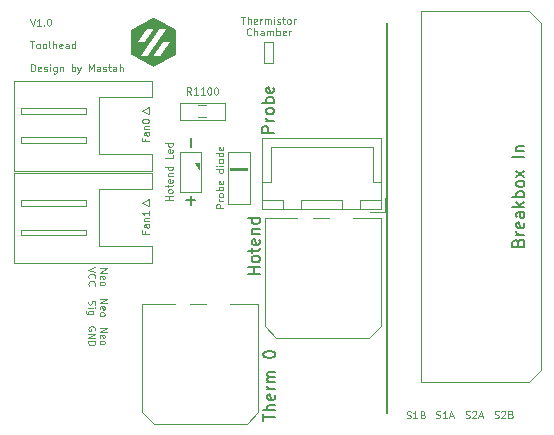
<source format=gbr>
%TF.GenerationSoftware,KiCad,Pcbnew,(6.0.6)*%
%TF.CreationDate,2022-08-05T02:33:46+02:00*%
%TF.ProjectId,toolhead_pcb,746f6f6c-6865-4616-945f-7063622e6b69,rev?*%
%TF.SameCoordinates,Original*%
%TF.FileFunction,Legend,Top*%
%TF.FilePolarity,Positive*%
%FSLAX46Y46*%
G04 Gerber Fmt 4.6, Leading zero omitted, Abs format (unit mm)*
G04 Created by KiCad (PCBNEW (6.0.6)) date 2022-08-05 02:33:46*
%MOMM*%
%LPD*%
G01*
G04 APERTURE LIST*
%ADD10C,0.150000*%
%ADD11C,0.100000*%
%ADD12C,0.020000*%
%ADD13C,0.120000*%
G04 APERTURE END LIST*
D10*
X51500000Y-21000000D02*
X51500000Y-54000000D01*
D11*
X27211571Y-41800000D02*
X27811571Y-41800000D01*
X27211571Y-42142857D01*
X27811571Y-42142857D01*
X27240142Y-42657142D02*
X27211571Y-42600000D01*
X27211571Y-42485714D01*
X27240142Y-42428571D01*
X27297285Y-42400000D01*
X27525857Y-42400000D01*
X27583000Y-42428571D01*
X27611571Y-42485714D01*
X27611571Y-42600000D01*
X27583000Y-42657142D01*
X27525857Y-42685714D01*
X27468714Y-42685714D01*
X27411571Y-42400000D01*
X27211571Y-43028571D02*
X27240142Y-42971428D01*
X27268714Y-42942857D01*
X27325857Y-42914285D01*
X27497285Y-42914285D01*
X27554428Y-42942857D01*
X27583000Y-42971428D01*
X27611571Y-43028571D01*
X27611571Y-43114285D01*
X27583000Y-43171428D01*
X27554428Y-43200000D01*
X27497285Y-43228571D01*
X27325857Y-43228571D01*
X27268714Y-43200000D01*
X27240142Y-43171428D01*
X27211571Y-43114285D01*
X27211571Y-43028571D01*
X26845571Y-41700000D02*
X26245571Y-41900000D01*
X26845571Y-42100000D01*
X26302714Y-42642857D02*
X26274142Y-42614285D01*
X26245571Y-42528571D01*
X26245571Y-42471428D01*
X26274142Y-42385714D01*
X26331285Y-42328571D01*
X26388428Y-42300000D01*
X26502714Y-42271428D01*
X26588428Y-42271428D01*
X26702714Y-42300000D01*
X26759857Y-42328571D01*
X26817000Y-42385714D01*
X26845571Y-42471428D01*
X26845571Y-42528571D01*
X26817000Y-42614285D01*
X26788428Y-42642857D01*
X26302714Y-43242857D02*
X26274142Y-43214285D01*
X26245571Y-43128571D01*
X26245571Y-43071428D01*
X26274142Y-42985714D01*
X26331285Y-42928571D01*
X26388428Y-42900000D01*
X26502714Y-42871428D01*
X26588428Y-42871428D01*
X26702714Y-42900000D01*
X26759857Y-42928571D01*
X26817000Y-42985714D01*
X26845571Y-43071428D01*
X26845571Y-43128571D01*
X26817000Y-43214285D01*
X26788428Y-43242857D01*
X58185714Y-54442857D02*
X58271428Y-54471428D01*
X58414285Y-54471428D01*
X58471428Y-54442857D01*
X58500000Y-54414285D01*
X58528571Y-54357142D01*
X58528571Y-54300000D01*
X58500000Y-54242857D01*
X58471428Y-54214285D01*
X58414285Y-54185714D01*
X58300000Y-54157142D01*
X58242857Y-54128571D01*
X58214285Y-54100000D01*
X58185714Y-54042857D01*
X58185714Y-53985714D01*
X58214285Y-53928571D01*
X58242857Y-53900000D01*
X58300000Y-53871428D01*
X58442857Y-53871428D01*
X58528571Y-53900000D01*
X58757142Y-53928571D02*
X58785714Y-53900000D01*
X58842857Y-53871428D01*
X58985714Y-53871428D01*
X59042857Y-53900000D01*
X59071428Y-53928571D01*
X59100000Y-53985714D01*
X59100000Y-54042857D01*
X59071428Y-54128571D01*
X58728571Y-54471428D01*
X59100000Y-54471428D01*
X59328571Y-54300000D02*
X59614285Y-54300000D01*
X59271428Y-54471428D02*
X59471428Y-53871428D01*
X59671428Y-54471428D01*
X53192857Y-54467857D02*
X53278571Y-54496428D01*
X53421428Y-54496428D01*
X53478571Y-54467857D01*
X53507142Y-54439285D01*
X53535714Y-54382142D01*
X53535714Y-54325000D01*
X53507142Y-54267857D01*
X53478571Y-54239285D01*
X53421428Y-54210714D01*
X53307142Y-54182142D01*
X53250000Y-54153571D01*
X53221428Y-54125000D01*
X53192857Y-54067857D01*
X53192857Y-54010714D01*
X53221428Y-53953571D01*
X53250000Y-53925000D01*
X53307142Y-53896428D01*
X53450000Y-53896428D01*
X53535714Y-53925000D01*
X54107142Y-54496428D02*
X53764285Y-54496428D01*
X53935714Y-54496428D02*
X53935714Y-53896428D01*
X53878571Y-53982142D01*
X53821428Y-54039285D01*
X53764285Y-54067857D01*
X54564285Y-54182142D02*
X54650000Y-54210714D01*
X54678571Y-54239285D01*
X54707142Y-54296428D01*
X54707142Y-54382142D01*
X54678571Y-54439285D01*
X54650000Y-54467857D01*
X54592857Y-54496428D01*
X54364285Y-54496428D01*
X54364285Y-53896428D01*
X54564285Y-53896428D01*
X54621428Y-53925000D01*
X54650000Y-53953571D01*
X54678571Y-54010714D01*
X54678571Y-54067857D01*
X54650000Y-54125000D01*
X54621428Y-54153571D01*
X54564285Y-54182142D01*
X54364285Y-54182142D01*
X27211571Y-46800000D02*
X27811571Y-46800000D01*
X27211571Y-47142857D01*
X27811571Y-47142857D01*
X27240142Y-47657142D02*
X27211571Y-47600000D01*
X27211571Y-47485714D01*
X27240142Y-47428571D01*
X27297285Y-47400000D01*
X27525857Y-47400000D01*
X27583000Y-47428571D01*
X27611571Y-47485714D01*
X27611571Y-47600000D01*
X27583000Y-47657142D01*
X27525857Y-47685714D01*
X27468714Y-47685714D01*
X27411571Y-47400000D01*
X27211571Y-48028571D02*
X27240142Y-47971428D01*
X27268714Y-47942857D01*
X27325857Y-47914285D01*
X27497285Y-47914285D01*
X27554428Y-47942857D01*
X27583000Y-47971428D01*
X27611571Y-48028571D01*
X27611571Y-48114285D01*
X27583000Y-48171428D01*
X27554428Y-48200000D01*
X27497285Y-48228571D01*
X27325857Y-48228571D01*
X27268714Y-48200000D01*
X27240142Y-48171428D01*
X27211571Y-48114285D01*
X27211571Y-48028571D01*
X26817000Y-47042857D02*
X26845571Y-46985714D01*
X26845571Y-46900000D01*
X26817000Y-46814285D01*
X26759857Y-46757142D01*
X26702714Y-46728571D01*
X26588428Y-46700000D01*
X26502714Y-46700000D01*
X26388428Y-46728571D01*
X26331285Y-46757142D01*
X26274142Y-46814285D01*
X26245571Y-46900000D01*
X26245571Y-46957142D01*
X26274142Y-47042857D01*
X26302714Y-47071428D01*
X26502714Y-47071428D01*
X26502714Y-46957142D01*
X26245571Y-47328571D02*
X26845571Y-47328571D01*
X26245571Y-47671428D01*
X26845571Y-47671428D01*
X26245571Y-47957142D02*
X26845571Y-47957142D01*
X26845571Y-48100000D01*
X26817000Y-48185714D01*
X26759857Y-48242857D01*
X26702714Y-48271428D01*
X26588428Y-48300000D01*
X26502714Y-48300000D01*
X26388428Y-48271428D01*
X26331285Y-48242857D01*
X26274142Y-48185714D01*
X26245571Y-48100000D01*
X26245571Y-47957142D01*
X27211571Y-44400000D02*
X27811571Y-44400000D01*
X27211571Y-44742857D01*
X27811571Y-44742857D01*
X27240142Y-45257142D02*
X27211571Y-45200000D01*
X27211571Y-45085714D01*
X27240142Y-45028571D01*
X27297285Y-45000000D01*
X27525857Y-45000000D01*
X27583000Y-45028571D01*
X27611571Y-45085714D01*
X27611571Y-45200000D01*
X27583000Y-45257142D01*
X27525857Y-45285714D01*
X27468714Y-45285714D01*
X27411571Y-45000000D01*
X27211571Y-45628571D02*
X27240142Y-45571428D01*
X27268714Y-45542857D01*
X27325857Y-45514285D01*
X27497285Y-45514285D01*
X27554428Y-45542857D01*
X27583000Y-45571428D01*
X27611571Y-45628571D01*
X27611571Y-45714285D01*
X27583000Y-45771428D01*
X27554428Y-45800000D01*
X27497285Y-45828571D01*
X27325857Y-45828571D01*
X27268714Y-45800000D01*
X27240142Y-45771428D01*
X27211571Y-45714285D01*
X27211571Y-45628571D01*
X26274142Y-44514285D02*
X26245571Y-44600000D01*
X26245571Y-44742857D01*
X26274142Y-44800000D01*
X26302714Y-44828571D01*
X26359857Y-44857142D01*
X26417000Y-44857142D01*
X26474142Y-44828571D01*
X26502714Y-44800000D01*
X26531285Y-44742857D01*
X26559857Y-44628571D01*
X26588428Y-44571428D01*
X26617000Y-44542857D01*
X26674142Y-44514285D01*
X26731285Y-44514285D01*
X26788428Y-44542857D01*
X26817000Y-44571428D01*
X26845571Y-44628571D01*
X26845571Y-44771428D01*
X26817000Y-44857142D01*
X26245571Y-45114285D02*
X26645571Y-45114285D01*
X26845571Y-45114285D02*
X26817000Y-45085714D01*
X26788428Y-45114285D01*
X26817000Y-45142857D01*
X26845571Y-45114285D01*
X26788428Y-45114285D01*
X26645571Y-45657142D02*
X26159857Y-45657142D01*
X26102714Y-45628571D01*
X26074142Y-45600000D01*
X26045571Y-45542857D01*
X26045571Y-45457142D01*
X26074142Y-45400000D01*
X26274142Y-45657142D02*
X26245571Y-45600000D01*
X26245571Y-45485714D01*
X26274142Y-45428571D01*
X26302714Y-45400000D01*
X26359857Y-45371428D01*
X26531285Y-45371428D01*
X26588428Y-45400000D01*
X26617000Y-45428571D01*
X26645571Y-45485714D01*
X26645571Y-45600000D01*
X26617000Y-45657142D01*
X37671428Y-36685714D02*
X37071428Y-36685714D01*
X37071428Y-36457142D01*
X37100000Y-36400000D01*
X37128571Y-36371428D01*
X37185714Y-36342857D01*
X37271428Y-36342857D01*
X37328571Y-36371428D01*
X37357142Y-36400000D01*
X37385714Y-36457142D01*
X37385714Y-36685714D01*
X37671428Y-36085714D02*
X37271428Y-36085714D01*
X37385714Y-36085714D02*
X37328571Y-36057142D01*
X37300000Y-36028571D01*
X37271428Y-35971428D01*
X37271428Y-35914285D01*
X37671428Y-35628571D02*
X37642857Y-35685714D01*
X37614285Y-35714285D01*
X37557142Y-35742857D01*
X37385714Y-35742857D01*
X37328571Y-35714285D01*
X37300000Y-35685714D01*
X37271428Y-35628571D01*
X37271428Y-35542857D01*
X37300000Y-35485714D01*
X37328571Y-35457142D01*
X37385714Y-35428571D01*
X37557142Y-35428571D01*
X37614285Y-35457142D01*
X37642857Y-35485714D01*
X37671428Y-35542857D01*
X37671428Y-35628571D01*
X37671428Y-35171428D02*
X37071428Y-35171428D01*
X37300000Y-35171428D02*
X37271428Y-35114285D01*
X37271428Y-35000000D01*
X37300000Y-34942857D01*
X37328571Y-34914285D01*
X37385714Y-34885714D01*
X37557142Y-34885714D01*
X37614285Y-34914285D01*
X37642857Y-34942857D01*
X37671428Y-35000000D01*
X37671428Y-35114285D01*
X37642857Y-35171428D01*
X37642857Y-34400000D02*
X37671428Y-34457142D01*
X37671428Y-34571428D01*
X37642857Y-34628571D01*
X37585714Y-34657142D01*
X37357142Y-34657142D01*
X37300000Y-34628571D01*
X37271428Y-34571428D01*
X37271428Y-34457142D01*
X37300000Y-34400000D01*
X37357142Y-34371428D01*
X37414285Y-34371428D01*
X37471428Y-34657142D01*
X37671428Y-33400000D02*
X37071428Y-33400000D01*
X37642857Y-33400000D02*
X37671428Y-33457142D01*
X37671428Y-33571428D01*
X37642857Y-33628571D01*
X37614285Y-33657142D01*
X37557142Y-33685714D01*
X37385714Y-33685714D01*
X37328571Y-33657142D01*
X37300000Y-33628571D01*
X37271428Y-33571428D01*
X37271428Y-33457142D01*
X37300000Y-33400000D01*
X37671428Y-33114285D02*
X37271428Y-33114285D01*
X37071428Y-33114285D02*
X37100000Y-33142857D01*
X37128571Y-33114285D01*
X37100000Y-33085714D01*
X37071428Y-33114285D01*
X37128571Y-33114285D01*
X37671428Y-32742857D02*
X37642857Y-32800000D01*
X37614285Y-32828571D01*
X37557142Y-32857142D01*
X37385714Y-32857142D01*
X37328571Y-32828571D01*
X37300000Y-32800000D01*
X37271428Y-32742857D01*
X37271428Y-32657142D01*
X37300000Y-32600000D01*
X37328571Y-32571428D01*
X37385714Y-32542857D01*
X37557142Y-32542857D01*
X37614285Y-32571428D01*
X37642857Y-32600000D01*
X37671428Y-32657142D01*
X37671428Y-32742857D01*
X37671428Y-32028571D02*
X37071428Y-32028571D01*
X37642857Y-32028571D02*
X37671428Y-32085714D01*
X37671428Y-32200000D01*
X37642857Y-32257142D01*
X37614285Y-32285714D01*
X37557142Y-32314285D01*
X37385714Y-32314285D01*
X37328571Y-32285714D01*
X37300000Y-32257142D01*
X37271428Y-32200000D01*
X37271428Y-32085714D01*
X37300000Y-32028571D01*
X37642857Y-31514285D02*
X37671428Y-31571428D01*
X37671428Y-31685714D01*
X37642857Y-31742857D01*
X37585714Y-31771428D01*
X37357142Y-31771428D01*
X37300000Y-31742857D01*
X37271428Y-31685714D01*
X37271428Y-31571428D01*
X37300000Y-31514285D01*
X37357142Y-31485714D01*
X37414285Y-31485714D01*
X37471428Y-31771428D01*
X55685714Y-54442857D02*
X55771428Y-54471428D01*
X55914285Y-54471428D01*
X55971428Y-54442857D01*
X56000000Y-54414285D01*
X56028571Y-54357142D01*
X56028571Y-54300000D01*
X56000000Y-54242857D01*
X55971428Y-54214285D01*
X55914285Y-54185714D01*
X55800000Y-54157142D01*
X55742857Y-54128571D01*
X55714285Y-54100000D01*
X55685714Y-54042857D01*
X55685714Y-53985714D01*
X55714285Y-53928571D01*
X55742857Y-53900000D01*
X55800000Y-53871428D01*
X55942857Y-53871428D01*
X56028571Y-53900000D01*
X56600000Y-54471428D02*
X56257142Y-54471428D01*
X56428571Y-54471428D02*
X56428571Y-53871428D01*
X56371428Y-53957142D01*
X56314285Y-54014285D01*
X56257142Y-54042857D01*
X56828571Y-54300000D02*
X57114285Y-54300000D01*
X56771428Y-54471428D02*
X56971428Y-53871428D01*
X57171428Y-54471428D01*
X21322142Y-20639428D02*
X21522142Y-21239428D01*
X21722142Y-20639428D01*
X22236428Y-21239428D02*
X21893571Y-21239428D01*
X22065000Y-21239428D02*
X22065000Y-20639428D01*
X22007857Y-20725142D01*
X21950714Y-20782285D01*
X21893571Y-20810857D01*
X22493571Y-21182285D02*
X22522142Y-21210857D01*
X22493571Y-21239428D01*
X22465000Y-21210857D01*
X22493571Y-21182285D01*
X22493571Y-21239428D01*
X22893571Y-20639428D02*
X22950714Y-20639428D01*
X23007857Y-20668000D01*
X23036428Y-20696571D01*
X23065000Y-20753714D01*
X23093571Y-20868000D01*
X23093571Y-21010857D01*
X23065000Y-21125142D01*
X23036428Y-21182285D01*
X23007857Y-21210857D01*
X22950714Y-21239428D01*
X22893571Y-21239428D01*
X22836428Y-21210857D01*
X22807857Y-21182285D01*
X22779285Y-21125142D01*
X22750714Y-21010857D01*
X22750714Y-20868000D01*
X22779285Y-20753714D01*
X22807857Y-20696571D01*
X22836428Y-20668000D01*
X22893571Y-20639428D01*
X21322142Y-22571428D02*
X21665000Y-22571428D01*
X21493571Y-23171428D02*
X21493571Y-22571428D01*
X21950714Y-23171428D02*
X21893571Y-23142857D01*
X21865000Y-23114285D01*
X21836428Y-23057142D01*
X21836428Y-22885714D01*
X21865000Y-22828571D01*
X21893571Y-22800000D01*
X21950714Y-22771428D01*
X22036428Y-22771428D01*
X22093571Y-22800000D01*
X22122142Y-22828571D01*
X22150714Y-22885714D01*
X22150714Y-23057142D01*
X22122142Y-23114285D01*
X22093571Y-23142857D01*
X22036428Y-23171428D01*
X21950714Y-23171428D01*
X22493571Y-23171428D02*
X22436428Y-23142857D01*
X22407857Y-23114285D01*
X22379285Y-23057142D01*
X22379285Y-22885714D01*
X22407857Y-22828571D01*
X22436428Y-22800000D01*
X22493571Y-22771428D01*
X22579285Y-22771428D01*
X22636428Y-22800000D01*
X22665000Y-22828571D01*
X22693571Y-22885714D01*
X22693571Y-23057142D01*
X22665000Y-23114285D01*
X22636428Y-23142857D01*
X22579285Y-23171428D01*
X22493571Y-23171428D01*
X23036428Y-23171428D02*
X22979285Y-23142857D01*
X22950714Y-23085714D01*
X22950714Y-22571428D01*
X23265000Y-23171428D02*
X23265000Y-22571428D01*
X23522142Y-23171428D02*
X23522142Y-22857142D01*
X23493571Y-22800000D01*
X23436428Y-22771428D01*
X23350714Y-22771428D01*
X23293571Y-22800000D01*
X23265000Y-22828571D01*
X24036428Y-23142857D02*
X23979285Y-23171428D01*
X23865000Y-23171428D01*
X23807857Y-23142857D01*
X23779285Y-23085714D01*
X23779285Y-22857142D01*
X23807857Y-22800000D01*
X23865000Y-22771428D01*
X23979285Y-22771428D01*
X24036428Y-22800000D01*
X24065000Y-22857142D01*
X24065000Y-22914285D01*
X23779285Y-22971428D01*
X24579285Y-23171428D02*
X24579285Y-22857142D01*
X24550714Y-22800000D01*
X24493571Y-22771428D01*
X24379285Y-22771428D01*
X24322142Y-22800000D01*
X24579285Y-23142857D02*
X24522142Y-23171428D01*
X24379285Y-23171428D01*
X24322142Y-23142857D01*
X24293571Y-23085714D01*
X24293571Y-23028571D01*
X24322142Y-22971428D01*
X24379285Y-22942857D01*
X24522142Y-22942857D01*
X24579285Y-22914285D01*
X25122142Y-23171428D02*
X25122142Y-22571428D01*
X25122142Y-23142857D02*
X25065000Y-23171428D01*
X24950714Y-23171428D01*
X24893571Y-23142857D01*
X24865000Y-23114285D01*
X24836428Y-23057142D01*
X24836428Y-22885714D01*
X24865000Y-22828571D01*
X24893571Y-22800000D01*
X24950714Y-22771428D01*
X25065000Y-22771428D01*
X25122142Y-22800000D01*
X21407857Y-25103428D02*
X21407857Y-24503428D01*
X21550714Y-24503428D01*
X21636428Y-24532000D01*
X21693571Y-24589142D01*
X21722142Y-24646285D01*
X21750714Y-24760571D01*
X21750714Y-24846285D01*
X21722142Y-24960571D01*
X21693571Y-25017714D01*
X21636428Y-25074857D01*
X21550714Y-25103428D01*
X21407857Y-25103428D01*
X22236428Y-25074857D02*
X22179285Y-25103428D01*
X22065000Y-25103428D01*
X22007857Y-25074857D01*
X21979285Y-25017714D01*
X21979285Y-24789142D01*
X22007857Y-24732000D01*
X22065000Y-24703428D01*
X22179285Y-24703428D01*
X22236428Y-24732000D01*
X22265000Y-24789142D01*
X22265000Y-24846285D01*
X21979285Y-24903428D01*
X22493571Y-25074857D02*
X22550714Y-25103428D01*
X22665000Y-25103428D01*
X22722142Y-25074857D01*
X22750714Y-25017714D01*
X22750714Y-24989142D01*
X22722142Y-24932000D01*
X22665000Y-24903428D01*
X22579285Y-24903428D01*
X22522142Y-24874857D01*
X22493571Y-24817714D01*
X22493571Y-24789142D01*
X22522142Y-24732000D01*
X22579285Y-24703428D01*
X22665000Y-24703428D01*
X22722142Y-24732000D01*
X23007857Y-25103428D02*
X23007857Y-24703428D01*
X23007857Y-24503428D02*
X22979285Y-24532000D01*
X23007857Y-24560571D01*
X23036428Y-24532000D01*
X23007857Y-24503428D01*
X23007857Y-24560571D01*
X23550714Y-24703428D02*
X23550714Y-25189142D01*
X23522142Y-25246285D01*
X23493571Y-25274857D01*
X23436428Y-25303428D01*
X23350714Y-25303428D01*
X23293571Y-25274857D01*
X23550714Y-25074857D02*
X23493571Y-25103428D01*
X23379285Y-25103428D01*
X23322142Y-25074857D01*
X23293571Y-25046285D01*
X23265000Y-24989142D01*
X23265000Y-24817714D01*
X23293571Y-24760571D01*
X23322142Y-24732000D01*
X23379285Y-24703428D01*
X23493571Y-24703428D01*
X23550714Y-24732000D01*
X23836428Y-24703428D02*
X23836428Y-25103428D01*
X23836428Y-24760571D02*
X23865000Y-24732000D01*
X23922142Y-24703428D01*
X24007857Y-24703428D01*
X24065000Y-24732000D01*
X24093571Y-24789142D01*
X24093571Y-25103428D01*
X24836428Y-25103428D02*
X24836428Y-24503428D01*
X24836428Y-24732000D02*
X24893571Y-24703428D01*
X25007857Y-24703428D01*
X25065000Y-24732000D01*
X25093571Y-24760571D01*
X25122142Y-24817714D01*
X25122142Y-24989142D01*
X25093571Y-25046285D01*
X25065000Y-25074857D01*
X25007857Y-25103428D01*
X24893571Y-25103428D01*
X24836428Y-25074857D01*
X25322142Y-24703428D02*
X25465000Y-25103428D01*
X25607857Y-24703428D02*
X25465000Y-25103428D01*
X25407857Y-25246285D01*
X25379285Y-25274857D01*
X25322142Y-25303428D01*
X26293571Y-25103428D02*
X26293571Y-24503428D01*
X26493571Y-24932000D01*
X26693571Y-24503428D01*
X26693571Y-25103428D01*
X27236428Y-25103428D02*
X27236428Y-24789142D01*
X27207857Y-24732000D01*
X27150714Y-24703428D01*
X27036428Y-24703428D01*
X26979285Y-24732000D01*
X27236428Y-25074857D02*
X27179285Y-25103428D01*
X27036428Y-25103428D01*
X26979285Y-25074857D01*
X26950714Y-25017714D01*
X26950714Y-24960571D01*
X26979285Y-24903428D01*
X27036428Y-24874857D01*
X27179285Y-24874857D01*
X27236428Y-24846285D01*
X27493571Y-25074857D02*
X27550714Y-25103428D01*
X27665000Y-25103428D01*
X27722142Y-25074857D01*
X27750714Y-25017714D01*
X27750714Y-24989142D01*
X27722142Y-24932000D01*
X27665000Y-24903428D01*
X27579285Y-24903428D01*
X27522142Y-24874857D01*
X27493571Y-24817714D01*
X27493571Y-24789142D01*
X27522142Y-24732000D01*
X27579285Y-24703428D01*
X27665000Y-24703428D01*
X27722142Y-24732000D01*
X27922142Y-24703428D02*
X28150714Y-24703428D01*
X28007857Y-24503428D02*
X28007857Y-25017714D01*
X28036428Y-25074857D01*
X28093571Y-25103428D01*
X28150714Y-25103428D01*
X28607857Y-25103428D02*
X28607857Y-24789142D01*
X28579285Y-24732000D01*
X28522142Y-24703428D01*
X28407857Y-24703428D01*
X28350714Y-24732000D01*
X28607857Y-25074857D02*
X28550714Y-25103428D01*
X28407857Y-25103428D01*
X28350714Y-25074857D01*
X28322142Y-25017714D01*
X28322142Y-24960571D01*
X28350714Y-24903428D01*
X28407857Y-24874857D01*
X28550714Y-24874857D01*
X28607857Y-24846285D01*
X28893571Y-25103428D02*
X28893571Y-24503428D01*
X29150714Y-25103428D02*
X29150714Y-24789142D01*
X29122142Y-24732000D01*
X29065000Y-24703428D01*
X28979285Y-24703428D01*
X28922142Y-24732000D01*
X28893571Y-24760571D01*
X39200000Y-20488428D02*
X39542857Y-20488428D01*
X39371428Y-21088428D02*
X39371428Y-20488428D01*
X39742857Y-21088428D02*
X39742857Y-20488428D01*
X40000000Y-21088428D02*
X40000000Y-20774142D01*
X39971428Y-20717000D01*
X39914285Y-20688428D01*
X39828571Y-20688428D01*
X39771428Y-20717000D01*
X39742857Y-20745571D01*
X40514285Y-21059857D02*
X40457142Y-21088428D01*
X40342857Y-21088428D01*
X40285714Y-21059857D01*
X40257142Y-21002714D01*
X40257142Y-20774142D01*
X40285714Y-20717000D01*
X40342857Y-20688428D01*
X40457142Y-20688428D01*
X40514285Y-20717000D01*
X40542857Y-20774142D01*
X40542857Y-20831285D01*
X40257142Y-20888428D01*
X40800000Y-21088428D02*
X40800000Y-20688428D01*
X40800000Y-20802714D02*
X40828571Y-20745571D01*
X40857142Y-20717000D01*
X40914285Y-20688428D01*
X40971428Y-20688428D01*
X41171428Y-21088428D02*
X41171428Y-20688428D01*
X41171428Y-20745571D02*
X41200000Y-20717000D01*
X41257142Y-20688428D01*
X41342857Y-20688428D01*
X41400000Y-20717000D01*
X41428571Y-20774142D01*
X41428571Y-21088428D01*
X41428571Y-20774142D02*
X41457142Y-20717000D01*
X41514285Y-20688428D01*
X41600000Y-20688428D01*
X41657142Y-20717000D01*
X41685714Y-20774142D01*
X41685714Y-21088428D01*
X41971428Y-21088428D02*
X41971428Y-20688428D01*
X41971428Y-20488428D02*
X41942857Y-20517000D01*
X41971428Y-20545571D01*
X42000000Y-20517000D01*
X41971428Y-20488428D01*
X41971428Y-20545571D01*
X42228571Y-21059857D02*
X42285714Y-21088428D01*
X42400000Y-21088428D01*
X42457142Y-21059857D01*
X42485714Y-21002714D01*
X42485714Y-20974142D01*
X42457142Y-20917000D01*
X42400000Y-20888428D01*
X42314285Y-20888428D01*
X42257142Y-20859857D01*
X42228571Y-20802714D01*
X42228571Y-20774142D01*
X42257142Y-20717000D01*
X42314285Y-20688428D01*
X42400000Y-20688428D01*
X42457142Y-20717000D01*
X42657142Y-20688428D02*
X42885714Y-20688428D01*
X42742857Y-20488428D02*
X42742857Y-21002714D01*
X42771428Y-21059857D01*
X42828571Y-21088428D01*
X42885714Y-21088428D01*
X43171428Y-21088428D02*
X43114285Y-21059857D01*
X43085714Y-21031285D01*
X43057142Y-20974142D01*
X43057142Y-20802714D01*
X43085714Y-20745571D01*
X43114285Y-20717000D01*
X43171428Y-20688428D01*
X43257142Y-20688428D01*
X43314285Y-20717000D01*
X43342857Y-20745571D01*
X43371428Y-20802714D01*
X43371428Y-20974142D01*
X43342857Y-21031285D01*
X43314285Y-21059857D01*
X43257142Y-21088428D01*
X43171428Y-21088428D01*
X43628571Y-21088428D02*
X43628571Y-20688428D01*
X43628571Y-20802714D02*
X43657142Y-20745571D01*
X43685714Y-20717000D01*
X43742857Y-20688428D01*
X43800000Y-20688428D01*
X40028571Y-21997285D02*
X40000000Y-22025857D01*
X39914285Y-22054428D01*
X39857142Y-22054428D01*
X39771428Y-22025857D01*
X39714285Y-21968714D01*
X39685714Y-21911571D01*
X39657142Y-21797285D01*
X39657142Y-21711571D01*
X39685714Y-21597285D01*
X39714285Y-21540142D01*
X39771428Y-21483000D01*
X39857142Y-21454428D01*
X39914285Y-21454428D01*
X40000000Y-21483000D01*
X40028571Y-21511571D01*
X40285714Y-22054428D02*
X40285714Y-21454428D01*
X40542857Y-22054428D02*
X40542857Y-21740142D01*
X40514285Y-21683000D01*
X40457142Y-21654428D01*
X40371428Y-21654428D01*
X40314285Y-21683000D01*
X40285714Y-21711571D01*
X41085714Y-22054428D02*
X41085714Y-21740142D01*
X41057142Y-21683000D01*
X41000000Y-21654428D01*
X40885714Y-21654428D01*
X40828571Y-21683000D01*
X41085714Y-22025857D02*
X41028571Y-22054428D01*
X40885714Y-22054428D01*
X40828571Y-22025857D01*
X40800000Y-21968714D01*
X40800000Y-21911571D01*
X40828571Y-21854428D01*
X40885714Y-21825857D01*
X41028571Y-21825857D01*
X41085714Y-21797285D01*
X41371428Y-22054428D02*
X41371428Y-21654428D01*
X41371428Y-21711571D02*
X41400000Y-21683000D01*
X41457142Y-21654428D01*
X41542857Y-21654428D01*
X41600000Y-21683000D01*
X41628571Y-21740142D01*
X41628571Y-22054428D01*
X41628571Y-21740142D02*
X41657142Y-21683000D01*
X41714285Y-21654428D01*
X41800000Y-21654428D01*
X41857142Y-21683000D01*
X41885714Y-21740142D01*
X41885714Y-22054428D01*
X42171428Y-22054428D02*
X42171428Y-21454428D01*
X42171428Y-21683000D02*
X42228571Y-21654428D01*
X42342857Y-21654428D01*
X42400000Y-21683000D01*
X42428571Y-21711571D01*
X42457142Y-21768714D01*
X42457142Y-21940142D01*
X42428571Y-21997285D01*
X42400000Y-22025857D01*
X42342857Y-22054428D01*
X42228571Y-22054428D01*
X42171428Y-22025857D01*
X42942857Y-22025857D02*
X42885714Y-22054428D01*
X42771428Y-22054428D01*
X42714285Y-22025857D01*
X42685714Y-21968714D01*
X42685714Y-21740142D01*
X42714285Y-21683000D01*
X42771428Y-21654428D01*
X42885714Y-21654428D01*
X42942857Y-21683000D01*
X42971428Y-21740142D01*
X42971428Y-21797285D01*
X42685714Y-21854428D01*
X43228571Y-22054428D02*
X43228571Y-21654428D01*
X43228571Y-21768714D02*
X43257142Y-21711571D01*
X43285714Y-21683000D01*
X43342857Y-21654428D01*
X43400000Y-21654428D01*
X60642857Y-54442857D02*
X60728571Y-54471428D01*
X60871428Y-54471428D01*
X60928571Y-54442857D01*
X60957142Y-54414285D01*
X60985714Y-54357142D01*
X60985714Y-54300000D01*
X60957142Y-54242857D01*
X60928571Y-54214285D01*
X60871428Y-54185714D01*
X60757142Y-54157142D01*
X60700000Y-54128571D01*
X60671428Y-54100000D01*
X60642857Y-54042857D01*
X60642857Y-53985714D01*
X60671428Y-53928571D01*
X60700000Y-53900000D01*
X60757142Y-53871428D01*
X60900000Y-53871428D01*
X60985714Y-53900000D01*
X61214285Y-53928571D02*
X61242857Y-53900000D01*
X61300000Y-53871428D01*
X61442857Y-53871428D01*
X61500000Y-53900000D01*
X61528571Y-53928571D01*
X61557142Y-53985714D01*
X61557142Y-54042857D01*
X61528571Y-54128571D01*
X61185714Y-54471428D01*
X61557142Y-54471428D01*
X62014285Y-54157142D02*
X62100000Y-54185714D01*
X62128571Y-54214285D01*
X62157142Y-54271428D01*
X62157142Y-54357142D01*
X62128571Y-54414285D01*
X62100000Y-54442857D01*
X62042857Y-54471428D01*
X61814285Y-54471428D01*
X61814285Y-53871428D01*
X62014285Y-53871428D01*
X62071428Y-53900000D01*
X62100000Y-53928571D01*
X62128571Y-53985714D01*
X62128571Y-54042857D01*
X62100000Y-54100000D01*
X62071428Y-54128571D01*
X62014285Y-54157142D01*
X61814285Y-54157142D01*
%TO.C,R1100*%
X34942857Y-27071428D02*
X34742857Y-26785714D01*
X34600000Y-27071428D02*
X34600000Y-26471428D01*
X34828571Y-26471428D01*
X34885714Y-26500000D01*
X34914285Y-26528571D01*
X34942857Y-26585714D01*
X34942857Y-26671428D01*
X34914285Y-26728571D01*
X34885714Y-26757142D01*
X34828571Y-26785714D01*
X34600000Y-26785714D01*
X35514285Y-27071428D02*
X35171428Y-27071428D01*
X35342857Y-27071428D02*
X35342857Y-26471428D01*
X35285714Y-26557142D01*
X35228571Y-26614285D01*
X35171428Y-26642857D01*
X36085714Y-27071428D02*
X35742857Y-27071428D01*
X35914285Y-27071428D02*
X35914285Y-26471428D01*
X35857142Y-26557142D01*
X35800000Y-26614285D01*
X35742857Y-26642857D01*
X36457142Y-26471428D02*
X36514285Y-26471428D01*
X36571428Y-26500000D01*
X36600000Y-26528571D01*
X36628571Y-26585714D01*
X36657142Y-26700000D01*
X36657142Y-26842857D01*
X36628571Y-26957142D01*
X36600000Y-27014285D01*
X36571428Y-27042857D01*
X36514285Y-27071428D01*
X36457142Y-27071428D01*
X36400000Y-27042857D01*
X36371428Y-27014285D01*
X36342857Y-26957142D01*
X36314285Y-26842857D01*
X36314285Y-26700000D01*
X36342857Y-26585714D01*
X36371428Y-26528571D01*
X36400000Y-26500000D01*
X36457142Y-26471428D01*
X37028571Y-26471428D02*
X37085714Y-26471428D01*
X37142857Y-26500000D01*
X37171428Y-26528571D01*
X37200000Y-26585714D01*
X37228571Y-26700000D01*
X37228571Y-26842857D01*
X37200000Y-26957142D01*
X37171428Y-27014285D01*
X37142857Y-27042857D01*
X37085714Y-27071428D01*
X37028571Y-27071428D01*
X36971428Y-27042857D01*
X36942857Y-27014285D01*
X36914285Y-26957142D01*
X36885714Y-26842857D01*
X36885714Y-26700000D01*
X36914285Y-26585714D01*
X36942857Y-26528571D01*
X36971428Y-26500000D01*
X37028571Y-26471428D01*
%TO.C,Hotend Led*%
X33371428Y-36014285D02*
X32771428Y-36014285D01*
X33057142Y-36014285D02*
X33057142Y-35671428D01*
X33371428Y-35671428D02*
X32771428Y-35671428D01*
X33371428Y-35300000D02*
X33342857Y-35357142D01*
X33314285Y-35385714D01*
X33257142Y-35414285D01*
X33085714Y-35414285D01*
X33028571Y-35385714D01*
X33000000Y-35357142D01*
X32971428Y-35300000D01*
X32971428Y-35214285D01*
X33000000Y-35157142D01*
X33028571Y-35128571D01*
X33085714Y-35100000D01*
X33257142Y-35100000D01*
X33314285Y-35128571D01*
X33342857Y-35157142D01*
X33371428Y-35214285D01*
X33371428Y-35300000D01*
X32971428Y-34928571D02*
X32971428Y-34700000D01*
X32771428Y-34842857D02*
X33285714Y-34842857D01*
X33342857Y-34814285D01*
X33371428Y-34757142D01*
X33371428Y-34700000D01*
X33342857Y-34271428D02*
X33371428Y-34328571D01*
X33371428Y-34442857D01*
X33342857Y-34500000D01*
X33285714Y-34528571D01*
X33057142Y-34528571D01*
X33000000Y-34500000D01*
X32971428Y-34442857D01*
X32971428Y-34328571D01*
X33000000Y-34271428D01*
X33057142Y-34242857D01*
X33114285Y-34242857D01*
X33171428Y-34528571D01*
X32971428Y-33985714D02*
X33371428Y-33985714D01*
X33028571Y-33985714D02*
X33000000Y-33957142D01*
X32971428Y-33900000D01*
X32971428Y-33814285D01*
X33000000Y-33757142D01*
X33057142Y-33728571D01*
X33371428Y-33728571D01*
X33371428Y-33185714D02*
X32771428Y-33185714D01*
X33342857Y-33185714D02*
X33371428Y-33242857D01*
X33371428Y-33357142D01*
X33342857Y-33414285D01*
X33314285Y-33442857D01*
X33257142Y-33471428D01*
X33085714Y-33471428D01*
X33028571Y-33442857D01*
X33000000Y-33414285D01*
X32971428Y-33357142D01*
X32971428Y-33242857D01*
X33000000Y-33185714D01*
X33371428Y-32157142D02*
X33371428Y-32442857D01*
X32771428Y-32442857D01*
X33342857Y-31728571D02*
X33371428Y-31785714D01*
X33371428Y-31900000D01*
X33342857Y-31957142D01*
X33285714Y-31985714D01*
X33057142Y-31985714D01*
X33000000Y-31957142D01*
X32971428Y-31900000D01*
X32971428Y-31785714D01*
X33000000Y-31728571D01*
X33057142Y-31700000D01*
X33114285Y-31700000D01*
X33171428Y-31985714D01*
X33371428Y-31185714D02*
X32771428Y-31185714D01*
X33342857Y-31185714D02*
X33371428Y-31242857D01*
X33371428Y-31357142D01*
X33342857Y-31414285D01*
X33314285Y-31442857D01*
X33257142Y-31471428D01*
X33085714Y-31471428D01*
X33028571Y-31442857D01*
X33000000Y-31414285D01*
X32971428Y-31357142D01*
X32971428Y-31242857D01*
X33000000Y-31185714D01*
D10*
X34901428Y-36410952D02*
X34901428Y-35649047D01*
X35282380Y-36030000D02*
X34520476Y-36030000D01*
X34901428Y-31520952D02*
X34901428Y-30759047D01*
D11*
%TO.C,Fan1*%
X31057142Y-38642857D02*
X31057142Y-38842857D01*
X31371428Y-38842857D02*
X30771428Y-38842857D01*
X30771428Y-38557142D01*
X31371428Y-38071428D02*
X31057142Y-38071428D01*
X31000000Y-38100000D01*
X30971428Y-38157142D01*
X30971428Y-38271428D01*
X31000000Y-38328571D01*
X31342857Y-38071428D02*
X31371428Y-38128571D01*
X31371428Y-38271428D01*
X31342857Y-38328571D01*
X31285714Y-38357142D01*
X31228571Y-38357142D01*
X31171428Y-38328571D01*
X31142857Y-38271428D01*
X31142857Y-38128571D01*
X31114285Y-38071428D01*
X30971428Y-37785714D02*
X31371428Y-37785714D01*
X31028571Y-37785714D02*
X31000000Y-37757142D01*
X30971428Y-37700000D01*
X30971428Y-37614285D01*
X31000000Y-37557142D01*
X31057142Y-37528571D01*
X31371428Y-37528571D01*
X31371428Y-36928571D02*
X31371428Y-37271428D01*
X31371428Y-37100000D02*
X30771428Y-37100000D01*
X30857142Y-37157142D01*
X30914285Y-37214285D01*
X30942857Y-37271428D01*
D10*
%TO.C,Hotend*%
X40752380Y-42257142D02*
X39752380Y-42257142D01*
X40228571Y-42257142D02*
X40228571Y-41685714D01*
X40752380Y-41685714D02*
X39752380Y-41685714D01*
X40752380Y-41066666D02*
X40704761Y-41161904D01*
X40657142Y-41209523D01*
X40561904Y-41257142D01*
X40276190Y-41257142D01*
X40180952Y-41209523D01*
X40133333Y-41161904D01*
X40085714Y-41066666D01*
X40085714Y-40923809D01*
X40133333Y-40828571D01*
X40180952Y-40780952D01*
X40276190Y-40733333D01*
X40561904Y-40733333D01*
X40657142Y-40780952D01*
X40704761Y-40828571D01*
X40752380Y-40923809D01*
X40752380Y-41066666D01*
X40085714Y-40447619D02*
X40085714Y-40066666D01*
X39752380Y-40304761D02*
X40609523Y-40304761D01*
X40704761Y-40257142D01*
X40752380Y-40161904D01*
X40752380Y-40066666D01*
X40704761Y-39352380D02*
X40752380Y-39447619D01*
X40752380Y-39638095D01*
X40704761Y-39733333D01*
X40609523Y-39780952D01*
X40228571Y-39780952D01*
X40133333Y-39733333D01*
X40085714Y-39638095D01*
X40085714Y-39447619D01*
X40133333Y-39352380D01*
X40228571Y-39304761D01*
X40323809Y-39304761D01*
X40419047Y-39780952D01*
X40085714Y-38876190D02*
X40752380Y-38876190D01*
X40180952Y-38876190D02*
X40133333Y-38828571D01*
X40085714Y-38733333D01*
X40085714Y-38590476D01*
X40133333Y-38495238D01*
X40228571Y-38447619D01*
X40752380Y-38447619D01*
X40752380Y-37542857D02*
X39752380Y-37542857D01*
X40704761Y-37542857D02*
X40752380Y-37638095D01*
X40752380Y-37828571D01*
X40704761Y-37923809D01*
X40657142Y-37971428D01*
X40561904Y-38019047D01*
X40276190Y-38019047D01*
X40180952Y-37971428D01*
X40133333Y-37923809D01*
X40085714Y-37828571D01*
X40085714Y-37638095D01*
X40133333Y-37542857D01*
%TO.C,Probe*%
X41952380Y-30304761D02*
X40952380Y-30304761D01*
X40952380Y-29923809D01*
X41000000Y-29828571D01*
X41047619Y-29780952D01*
X41142857Y-29733333D01*
X41285714Y-29733333D01*
X41380952Y-29780952D01*
X41428571Y-29828571D01*
X41476190Y-29923809D01*
X41476190Y-30304761D01*
X41952380Y-29304761D02*
X41285714Y-29304761D01*
X41476190Y-29304761D02*
X41380952Y-29257142D01*
X41333333Y-29209523D01*
X41285714Y-29114285D01*
X41285714Y-29019047D01*
X41952380Y-28542857D02*
X41904761Y-28638095D01*
X41857142Y-28685714D01*
X41761904Y-28733333D01*
X41476190Y-28733333D01*
X41380952Y-28685714D01*
X41333333Y-28638095D01*
X41285714Y-28542857D01*
X41285714Y-28400000D01*
X41333333Y-28304761D01*
X41380952Y-28257142D01*
X41476190Y-28209523D01*
X41761904Y-28209523D01*
X41857142Y-28257142D01*
X41904761Y-28304761D01*
X41952380Y-28400000D01*
X41952380Y-28542857D01*
X41952380Y-27780952D02*
X40952380Y-27780952D01*
X41333333Y-27780952D02*
X41285714Y-27685714D01*
X41285714Y-27495238D01*
X41333333Y-27400000D01*
X41380952Y-27352380D01*
X41476190Y-27304761D01*
X41761904Y-27304761D01*
X41857142Y-27352380D01*
X41904761Y-27400000D01*
X41952380Y-27495238D01*
X41952380Y-27685714D01*
X41904761Y-27780952D01*
X41904761Y-26495238D02*
X41952380Y-26590476D01*
X41952380Y-26780952D01*
X41904761Y-26876190D01*
X41809523Y-26923809D01*
X41428571Y-26923809D01*
X41333333Y-26876190D01*
X41285714Y-26780952D01*
X41285714Y-26590476D01*
X41333333Y-26495238D01*
X41428571Y-26447619D01*
X41523809Y-26447619D01*
X41619047Y-26923809D01*
D11*
%TO.C,Fan0*%
X31057142Y-30842857D02*
X31057142Y-31042857D01*
X31371428Y-31042857D02*
X30771428Y-31042857D01*
X30771428Y-30757142D01*
X31371428Y-30271428D02*
X31057142Y-30271428D01*
X31000000Y-30300000D01*
X30971428Y-30357142D01*
X30971428Y-30471428D01*
X31000000Y-30528571D01*
X31342857Y-30271428D02*
X31371428Y-30328571D01*
X31371428Y-30471428D01*
X31342857Y-30528571D01*
X31285714Y-30557142D01*
X31228571Y-30557142D01*
X31171428Y-30528571D01*
X31142857Y-30471428D01*
X31142857Y-30328571D01*
X31114285Y-30271428D01*
X30971428Y-29985714D02*
X31371428Y-29985714D01*
X31028571Y-29985714D02*
X31000000Y-29957142D01*
X30971428Y-29900000D01*
X30971428Y-29814285D01*
X31000000Y-29757142D01*
X31057142Y-29728571D01*
X31371428Y-29728571D01*
X30771428Y-29328571D02*
X30771428Y-29271428D01*
X30800000Y-29214285D01*
X30828571Y-29185714D01*
X30885714Y-29157142D01*
X31000000Y-29128571D01*
X31142857Y-29128571D01*
X31257142Y-29157142D01*
X31314285Y-29185714D01*
X31342857Y-29214285D01*
X31371428Y-29271428D01*
X31371428Y-29328571D01*
X31342857Y-29385714D01*
X31314285Y-29414285D01*
X31257142Y-29442857D01*
X31142857Y-29471428D01*
X31000000Y-29471428D01*
X30885714Y-29442857D01*
X30828571Y-29414285D01*
X30800000Y-29385714D01*
X30771428Y-29328571D01*
D10*
%TO.C,Therm 0*%
X41052380Y-54700000D02*
X41052380Y-54128571D01*
X42052380Y-54414285D02*
X41052380Y-54414285D01*
X42052380Y-53795238D02*
X41052380Y-53795238D01*
X42052380Y-53366666D02*
X41528571Y-53366666D01*
X41433333Y-53414285D01*
X41385714Y-53509523D01*
X41385714Y-53652380D01*
X41433333Y-53747619D01*
X41480952Y-53795238D01*
X42004761Y-52509523D02*
X42052380Y-52604761D01*
X42052380Y-52795238D01*
X42004761Y-52890476D01*
X41909523Y-52938095D01*
X41528571Y-52938095D01*
X41433333Y-52890476D01*
X41385714Y-52795238D01*
X41385714Y-52604761D01*
X41433333Y-52509523D01*
X41528571Y-52461904D01*
X41623809Y-52461904D01*
X41719047Y-52938095D01*
X42052380Y-52033333D02*
X41385714Y-52033333D01*
X41576190Y-52033333D02*
X41480952Y-51985714D01*
X41433333Y-51938095D01*
X41385714Y-51842857D01*
X41385714Y-51747619D01*
X42052380Y-51414285D02*
X41385714Y-51414285D01*
X41480952Y-51414285D02*
X41433333Y-51366666D01*
X41385714Y-51271428D01*
X41385714Y-51128571D01*
X41433333Y-51033333D01*
X41528571Y-50985714D01*
X42052380Y-50985714D01*
X41528571Y-50985714D02*
X41433333Y-50938095D01*
X41385714Y-50842857D01*
X41385714Y-50700000D01*
X41433333Y-50604761D01*
X41528571Y-50557142D01*
X42052380Y-50557142D01*
X41052380Y-49128571D02*
X41052380Y-49033333D01*
X41100000Y-48938095D01*
X41147619Y-48890476D01*
X41242857Y-48842857D01*
X41433333Y-48795238D01*
X41671428Y-48795238D01*
X41861904Y-48842857D01*
X41957142Y-48890476D01*
X42004761Y-48938095D01*
X42052380Y-49033333D01*
X42052380Y-49128571D01*
X42004761Y-49223809D01*
X41957142Y-49271428D01*
X41861904Y-49319047D01*
X41671428Y-49366666D01*
X41433333Y-49366666D01*
X41242857Y-49319047D01*
X41147619Y-49271428D01*
X41100000Y-49223809D01*
X41052380Y-49128571D01*
%TO.C,Breakbox In*%
X62628571Y-39604761D02*
X62676190Y-39461904D01*
X62723809Y-39414285D01*
X62819047Y-39366666D01*
X62961904Y-39366666D01*
X63057142Y-39414285D01*
X63104761Y-39461904D01*
X63152380Y-39557142D01*
X63152380Y-39938095D01*
X62152380Y-39938095D01*
X62152380Y-39604761D01*
X62200000Y-39509523D01*
X62247619Y-39461904D01*
X62342857Y-39414285D01*
X62438095Y-39414285D01*
X62533333Y-39461904D01*
X62580952Y-39509523D01*
X62628571Y-39604761D01*
X62628571Y-39938095D01*
X63152380Y-38938095D02*
X62485714Y-38938095D01*
X62676190Y-38938095D02*
X62580952Y-38890476D01*
X62533333Y-38842857D01*
X62485714Y-38747619D01*
X62485714Y-38652380D01*
X63104761Y-37938095D02*
X63152380Y-38033333D01*
X63152380Y-38223809D01*
X63104761Y-38319047D01*
X63009523Y-38366666D01*
X62628571Y-38366666D01*
X62533333Y-38319047D01*
X62485714Y-38223809D01*
X62485714Y-38033333D01*
X62533333Y-37938095D01*
X62628571Y-37890476D01*
X62723809Y-37890476D01*
X62819047Y-38366666D01*
X63152380Y-37033333D02*
X62628571Y-37033333D01*
X62533333Y-37080952D01*
X62485714Y-37176190D01*
X62485714Y-37366666D01*
X62533333Y-37461904D01*
X63104761Y-37033333D02*
X63152380Y-37128571D01*
X63152380Y-37366666D01*
X63104761Y-37461904D01*
X63009523Y-37509523D01*
X62914285Y-37509523D01*
X62819047Y-37461904D01*
X62771428Y-37366666D01*
X62771428Y-37128571D01*
X62723809Y-37033333D01*
X63152380Y-36557142D02*
X62152380Y-36557142D01*
X62771428Y-36461904D02*
X63152380Y-36176190D01*
X62485714Y-36176190D02*
X62866666Y-36557142D01*
X63152380Y-35747619D02*
X62152380Y-35747619D01*
X62533333Y-35747619D02*
X62485714Y-35652380D01*
X62485714Y-35461904D01*
X62533333Y-35366666D01*
X62580952Y-35319047D01*
X62676190Y-35271428D01*
X62961904Y-35271428D01*
X63057142Y-35319047D01*
X63104761Y-35366666D01*
X63152380Y-35461904D01*
X63152380Y-35652380D01*
X63104761Y-35747619D01*
X63152380Y-34700000D02*
X63104761Y-34795238D01*
X63057142Y-34842857D01*
X62961904Y-34890476D01*
X62676190Y-34890476D01*
X62580952Y-34842857D01*
X62533333Y-34795238D01*
X62485714Y-34700000D01*
X62485714Y-34557142D01*
X62533333Y-34461904D01*
X62580952Y-34414285D01*
X62676190Y-34366666D01*
X62961904Y-34366666D01*
X63057142Y-34414285D01*
X63104761Y-34461904D01*
X63152380Y-34557142D01*
X63152380Y-34700000D01*
X63152380Y-34033333D02*
X62485714Y-33509523D01*
X62485714Y-34033333D02*
X63152380Y-33509523D01*
X63152380Y-32366666D02*
X62152380Y-32366666D01*
X62485714Y-31890476D02*
X63152380Y-31890476D01*
X62580952Y-31890476D02*
X62533333Y-31842857D01*
X62485714Y-31747619D01*
X62485714Y-31604761D01*
X62533333Y-31509523D01*
X62628571Y-31461904D01*
X63152380Y-31461904D01*
%TO.C,G\u002A\u002A\u002A*%
G36*
X30057326Y-23788113D02*
G01*
X30054905Y-23786750D01*
X30052775Y-23785568D01*
X30050755Y-23784466D01*
X30048661Y-23783343D01*
X30046376Y-23782133D01*
X30043782Y-23780748D01*
X30041197Y-23779342D01*
X30038880Y-23778056D01*
X30037089Y-23777033D01*
X30036714Y-23776812D01*
X30035001Y-23775805D01*
X30032990Y-23774660D01*
X30030587Y-23773326D01*
X30027697Y-23771750D01*
X30024227Y-23769882D01*
X30020083Y-23767671D01*
X30015458Y-23765217D01*
X30010587Y-23762632D01*
X30006480Y-23760439D01*
X30003042Y-23758587D01*
X30000180Y-23757026D01*
X29997799Y-23755702D01*
X29995805Y-23754565D01*
X29994202Y-23753623D01*
X29992361Y-23752549D01*
X29990042Y-23751235D01*
X29987621Y-23749892D01*
X29986473Y-23749267D01*
X29983972Y-23747903D01*
X29981215Y-23746378D01*
X29978662Y-23744946D01*
X29977777Y-23744443D01*
X29975864Y-23743377D01*
X29973361Y-23742020D01*
X29970538Y-23740519D01*
X29967670Y-23739018D01*
X29966472Y-23738400D01*
X29963960Y-23737097D01*
X29961655Y-23735877D01*
X29959737Y-23734838D01*
X29958385Y-23734076D01*
X29957897Y-23733776D01*
X29956446Y-23732799D01*
X29955134Y-23731915D01*
X29954224Y-23731368D01*
X29952643Y-23730484D01*
X29950579Y-23729367D01*
X29948222Y-23728119D01*
X29947042Y-23727504D01*
X29944685Y-23726270D01*
X29942602Y-23725157D01*
X29940959Y-23724255D01*
X29939921Y-23723654D01*
X29939671Y-23723487D01*
X29938811Y-23722920D01*
X29937110Y-23721934D01*
X29934564Y-23720526D01*
X29931166Y-23718692D01*
X29926911Y-23716431D01*
X29925120Y-23715486D01*
X29922636Y-23714159D01*
X29920270Y-23712861D01*
X29918242Y-23711717D01*
X29916773Y-23710848D01*
X29916425Y-23710627D01*
X29915263Y-23709924D01*
X29913440Y-23708887D01*
X29911149Y-23707625D01*
X29908590Y-23706247D01*
X29906763Y-23705282D01*
X29902055Y-23702808D01*
X29898148Y-23700737D01*
X29894981Y-23699035D01*
X29892493Y-23697670D01*
X29890622Y-23696606D01*
X29889307Y-23695812D01*
X29888615Y-23695348D01*
X29887681Y-23694767D01*
X29886075Y-23693868D01*
X29883996Y-23692758D01*
X29881640Y-23691543D01*
X29880699Y-23691069D01*
X29876590Y-23688918D01*
X29873385Y-23687028D01*
X29871062Y-23685383D01*
X29869597Y-23683969D01*
X29869220Y-23683416D01*
X29869197Y-23683190D01*
X29869175Y-23682586D01*
X29869154Y-23681594D01*
X29869133Y-23680204D01*
X29869112Y-23678407D01*
X29869092Y-23676193D01*
X29869073Y-23673551D01*
X29869054Y-23670472D01*
X29869035Y-23666946D01*
X29869018Y-23662964D01*
X29869000Y-23658514D01*
X29868983Y-23653588D01*
X29868967Y-23648175D01*
X29868951Y-23642265D01*
X29868935Y-23635850D01*
X29868920Y-23628918D01*
X29868905Y-23621459D01*
X29868891Y-23613465D01*
X29868877Y-23604925D01*
X29868864Y-23595829D01*
X29868851Y-23586167D01*
X29868838Y-23575930D01*
X29868826Y-23565107D01*
X29868815Y-23553689D01*
X29868803Y-23541666D01*
X29868792Y-23529027D01*
X29868782Y-23515764D01*
X29868772Y-23501865D01*
X29868762Y-23487322D01*
X29868753Y-23472124D01*
X29868743Y-23456262D01*
X29868735Y-23439725D01*
X29868727Y-23422503D01*
X29868719Y-23404588D01*
X29868711Y-23385968D01*
X29868704Y-23366634D01*
X29868697Y-23346576D01*
X29868690Y-23325785D01*
X29868684Y-23304250D01*
X29868678Y-23281961D01*
X29868672Y-23258908D01*
X29868667Y-23235083D01*
X29868662Y-23210474D01*
X29868657Y-23185072D01*
X29868653Y-23158867D01*
X29868648Y-23131849D01*
X29868645Y-23104008D01*
X29868641Y-23075335D01*
X29868637Y-23045819D01*
X29868634Y-23015450D01*
X29868631Y-22984220D01*
X29868629Y-22952117D01*
X29868626Y-22919131D01*
X29868624Y-22885254D01*
X29868622Y-22850475D01*
X29868621Y-22814784D01*
X29868619Y-22778172D01*
X29868618Y-22740628D01*
X29868617Y-22702142D01*
X29868616Y-22662705D01*
X29868616Y-22636714D01*
X30425149Y-22636714D01*
X31007709Y-22636714D01*
X31008691Y-22634903D01*
X31009564Y-22633408D01*
X31010785Y-22631519D01*
X31012432Y-22629123D01*
X31014582Y-22626103D01*
X31015085Y-22625405D01*
X31016220Y-22623793D01*
X31017206Y-22622316D01*
X31017828Y-22621299D01*
X31018420Y-22620359D01*
X31019428Y-22618907D01*
X31020675Y-22617195D01*
X31021254Y-22616425D01*
X31022543Y-22614685D01*
X31023664Y-22613102D01*
X31024443Y-22611923D01*
X31024635Y-22611594D01*
X31025255Y-22610587D01*
X31026251Y-22609149D01*
X31027301Y-22607729D01*
X31028592Y-22605912D01*
X31029836Y-22603954D01*
X31030562Y-22602657D01*
X31031632Y-22600880D01*
X31033014Y-22598999D01*
X31033815Y-22598067D01*
X31035105Y-22596567D01*
X31036255Y-22595036D01*
X31036786Y-22594202D01*
X31038089Y-22591949D01*
X31039421Y-22589831D01*
X31040987Y-22587538D01*
X31042645Y-22585230D01*
X31045848Y-22580768D01*
X31048573Y-22576819D01*
X31050105Y-22574509D01*
X31051049Y-22573105D01*
X31052315Y-22571280D01*
X31053654Y-22569392D01*
X31053864Y-22569099D01*
X31055221Y-22567159D01*
X31056564Y-22565143D01*
X31057628Y-22563449D01*
X31057729Y-22563279D01*
X31058602Y-22561899D01*
X31059884Y-22560008D01*
X31061397Y-22557864D01*
X31062841Y-22555887D01*
X31064301Y-22553899D01*
X31065594Y-22552088D01*
X31066584Y-22550649D01*
X31067134Y-22549777D01*
X31067145Y-22549758D01*
X31067719Y-22548839D01*
X31068712Y-22547406D01*
X31069950Y-22545706D01*
X31070535Y-22544927D01*
X31071852Y-22543149D01*
X31073028Y-22541488D01*
X31073876Y-22540212D01*
X31074088Y-22539855D01*
X31074503Y-22539138D01*
X31075039Y-22538279D01*
X31075783Y-22537153D01*
X31076818Y-22535633D01*
X31078228Y-22533596D01*
X31080099Y-22530914D01*
X31080434Y-22530434D01*
X31082766Y-22527089D01*
X31084627Y-22524391D01*
X31086111Y-22522204D01*
X31087303Y-22520402D01*
X31088101Y-22519232D01*
X31089320Y-22517507D01*
X31090805Y-22515447D01*
X31092397Y-22513271D01*
X31092632Y-22512952D01*
X31094076Y-22510978D01*
X31095287Y-22509281D01*
X31096160Y-22508012D01*
X31096591Y-22507320D01*
X31096618Y-22507247D01*
X31096888Y-22506754D01*
X31097622Y-22505656D01*
X31098704Y-22504121D01*
X31099879Y-22502506D01*
X31101359Y-22500486D01*
X31102587Y-22498771D01*
X31103737Y-22497110D01*
X31104984Y-22495246D01*
X31106503Y-22492925D01*
X31107246Y-22491781D01*
X31109350Y-22488578D01*
X31111825Y-22484879D01*
X31114476Y-22480975D01*
X31116175Y-22478502D01*
X31117376Y-22476742D01*
X31118604Y-22474911D01*
X31119187Y-22474026D01*
X31120121Y-22472645D01*
X31121392Y-22470832D01*
X31122759Y-22468929D01*
X31123067Y-22468507D01*
X31124198Y-22466931D01*
X31125069Y-22465654D01*
X31125549Y-22464870D01*
X31125603Y-22464731D01*
X31125878Y-22464257D01*
X31126636Y-22463146D01*
X31127782Y-22461535D01*
X31129218Y-22459561D01*
X31130314Y-22458079D01*
X31132042Y-22455721D01*
X31133682Y-22453424D01*
X31135093Y-22451390D01*
X31136133Y-22449821D01*
X31136473Y-22449269D01*
X31137533Y-22447574D01*
X31138882Y-22445568D01*
X31140138Y-22443809D01*
X31141307Y-22442187D01*
X31142314Y-22440710D01*
X31142956Y-22439675D01*
X31142990Y-22439613D01*
X31143612Y-22438605D01*
X31144607Y-22437167D01*
X31145655Y-22435748D01*
X31146831Y-22434150D01*
X31147874Y-22432631D01*
X31148487Y-22431642D01*
X31149101Y-22430601D01*
X31149968Y-22429254D01*
X31151158Y-22427501D01*
X31152743Y-22425237D01*
X31154791Y-22422362D01*
X31156280Y-22420289D01*
X31158641Y-22416996D01*
X31160497Y-22414376D01*
X31161917Y-22412327D01*
X31162971Y-22410747D01*
X31163729Y-22409534D01*
X31164073Y-22408937D01*
X31164790Y-22407789D01*
X31165860Y-22406244D01*
X31166904Y-22404830D01*
X31168044Y-22403284D01*
X31169017Y-22401869D01*
X31169571Y-22400966D01*
X31170127Y-22400066D01*
X31171105Y-22398628D01*
X31172344Y-22396884D01*
X31173147Y-22395785D01*
X31174572Y-22393834D01*
X31175940Y-22391917D01*
X31177041Y-22390329D01*
X31177430Y-22389747D01*
X31179883Y-22386080D01*
X31182737Y-22381990D01*
X31184167Y-22379995D01*
X31185302Y-22378382D01*
X31186290Y-22376905D01*
X31186913Y-22375889D01*
X31187446Y-22375056D01*
X31188439Y-22373634D01*
X31189763Y-22371802D01*
X31191291Y-22369739D01*
X31191785Y-22369082D01*
X31193346Y-22366988D01*
X31194738Y-22365075D01*
X31195835Y-22363521D01*
X31196510Y-22362500D01*
X31196615Y-22362318D01*
X31197285Y-22361208D01*
X31198255Y-22359773D01*
X31198747Y-22359090D01*
X31199886Y-22357452D01*
X31201116Y-22355541D01*
X31201690Y-22354590D01*
X31202750Y-22352891D01*
X31204100Y-22350883D01*
X31205357Y-22349123D01*
X31206535Y-22347492D01*
X31207559Y-22345996D01*
X31208222Y-22344939D01*
X31208256Y-22344879D01*
X31208836Y-22343943D01*
X31209827Y-22342478D01*
X31211058Y-22340731D01*
X31211728Y-22339807D01*
X31214966Y-22335305D01*
X31217735Y-22331290D01*
X31219187Y-22329098D01*
X31220041Y-22327841D01*
X31221285Y-22326075D01*
X31222732Y-22324063D01*
X31223792Y-22322614D01*
X31225088Y-22320828D01*
X31226140Y-22319330D01*
X31226833Y-22318286D01*
X31227053Y-22317873D01*
X31227325Y-22317390D01*
X31228072Y-22316284D01*
X31229189Y-22314704D01*
X31230572Y-22312800D01*
X31231038Y-22312168D01*
X31232647Y-22309974D01*
X31234183Y-22307844D01*
X31235484Y-22306006D01*
X31236390Y-22304684D01*
X31236473Y-22304559D01*
X31237582Y-22302859D01*
X31238711Y-22301127D01*
X31239130Y-22300483D01*
X31240143Y-22298927D01*
X31241307Y-22297141D01*
X31241787Y-22296406D01*
X31242632Y-22295159D01*
X31243886Y-22293367D01*
X31245387Y-22291259D01*
X31246969Y-22289070D01*
X31247101Y-22288888D01*
X31248683Y-22286702D01*
X31250196Y-22284579D01*
X31251478Y-22282751D01*
X31252364Y-22281449D01*
X31252415Y-22281370D01*
X31253524Y-22279670D01*
X31254653Y-22277938D01*
X31255072Y-22277294D01*
X31256085Y-22275739D01*
X31257250Y-22273953D01*
X31257729Y-22273218D01*
X31258574Y-22271971D01*
X31259828Y-22270178D01*
X31261329Y-22268071D01*
X31262911Y-22265881D01*
X31263043Y-22265700D01*
X31264611Y-22263534D01*
X31266099Y-22261450D01*
X31267346Y-22259672D01*
X31268195Y-22258427D01*
X31268251Y-22258341D01*
X31269325Y-22256720D01*
X31270586Y-22254852D01*
X31271263Y-22253864D01*
X31275831Y-22247166D01*
X31277331Y-22244927D01*
X31278475Y-22243227D01*
X31279782Y-22241304D01*
X31280445Y-22240338D01*
X31284385Y-22234564D01*
X31286510Y-22231400D01*
X31287654Y-22229700D01*
X31288961Y-22227778D01*
X31289624Y-22226811D01*
X31290856Y-22225015D01*
X31292147Y-22223119D01*
X31292753Y-22222222D01*
X31293906Y-22220521D01*
X31295220Y-22218599D01*
X31295886Y-22217632D01*
X31297087Y-22215872D01*
X31298314Y-22214041D01*
X31298897Y-22213156D01*
X31299655Y-22212042D01*
X31300850Y-22210344D01*
X31302344Y-22208256D01*
X31303999Y-22205969D01*
X31304830Y-22204830D01*
X31306515Y-22202517D01*
X31308106Y-22200306D01*
X31309466Y-22198392D01*
X31310456Y-22196967D01*
X31310766Y-22196505D01*
X31312417Y-22194008D01*
X31314021Y-22191656D01*
X31315757Y-22189196D01*
X31317802Y-22186374D01*
X31319202Y-22184467D01*
X31320645Y-22182489D01*
X31321855Y-22180788D01*
X31322728Y-22179516D01*
X31323160Y-22178821D01*
X31323188Y-22178745D01*
X31323456Y-22178240D01*
X31324174Y-22177158D01*
X31325209Y-22175693D01*
X31325724Y-22174988D01*
X31327110Y-22173047D01*
X31328473Y-22171036D01*
X31329556Y-22169339D01*
X31329710Y-22169082D01*
X31330710Y-22167487D01*
X31332039Y-22165507D01*
X31333441Y-22163523D01*
X31333695Y-22163175D01*
X31334827Y-22161605D01*
X31335699Y-22160333D01*
X31336179Y-22159553D01*
X31336231Y-22159417D01*
X31336505Y-22158942D01*
X31337262Y-22157831D01*
X31338406Y-22156218D01*
X31339841Y-22154241D01*
X31340942Y-22152747D01*
X31342651Y-22150425D01*
X31344264Y-22148207D01*
X31345644Y-22146282D01*
X31346653Y-22144840D01*
X31346995Y-22144331D01*
X31348069Y-22142710D01*
X31349330Y-22140842D01*
X31350007Y-22139855D01*
X31351851Y-22137176D01*
X31353268Y-22135092D01*
X31354391Y-22133405D01*
X31355348Y-22131920D01*
X31356272Y-22130441D01*
X31356276Y-22130434D01*
X31357418Y-22128643D01*
X31358818Y-22126537D01*
X31360127Y-22124637D01*
X31362840Y-22120763D01*
X31365035Y-22117569D01*
X31366775Y-22114967D01*
X31367013Y-22114601D01*
X31367787Y-22113467D01*
X31368996Y-22111763D01*
X31370496Y-22109688D01*
X31372140Y-22107445D01*
X31372744Y-22106629D01*
X31374332Y-22104470D01*
X31375752Y-22102496D01*
X31376886Y-22100878D01*
X31377613Y-22099786D01*
X31377773Y-22099515D01*
X31378347Y-22098597D01*
X31379339Y-22097164D01*
X31380576Y-22095463D01*
X31381159Y-22094685D01*
X31382448Y-22092946D01*
X31383570Y-22091362D01*
X31384351Y-22090184D01*
X31384543Y-22089855D01*
X31385141Y-22088876D01*
X31386121Y-22087425D01*
X31387281Y-22085799D01*
X31387397Y-22085641D01*
X31388704Y-22083834D01*
X31389988Y-22082004D01*
X31390957Y-22080569D01*
X31392674Y-22077981D01*
X31394719Y-22075002D01*
X31397196Y-22071481D01*
X31398561Y-22069565D01*
X31401236Y-22065761D01*
X31403748Y-22062070D01*
X31405967Y-22058688D01*
X31407762Y-22055813D01*
X31408201Y-22055072D01*
X31408902Y-22053923D01*
X31409825Y-22052505D01*
X31411052Y-22050700D01*
X31412664Y-22048388D01*
X31414742Y-22045451D01*
X31415458Y-22044444D01*
X31418151Y-22040639D01*
X31420362Y-22037457D01*
X31422194Y-22034748D01*
X31423052Y-22033446D01*
X31423906Y-22032189D01*
X31425150Y-22030422D01*
X31426596Y-22028411D01*
X31427657Y-22026961D01*
X31428953Y-22025176D01*
X31430005Y-22023677D01*
X31430697Y-22022633D01*
X31430917Y-22022221D01*
X31431191Y-22021745D01*
X31431948Y-22020633D01*
X31433092Y-22019020D01*
X31434527Y-22017043D01*
X31435628Y-22015549D01*
X31437337Y-22013227D01*
X31438950Y-22011009D01*
X31440330Y-22009084D01*
X31441339Y-22007642D01*
X31441681Y-22007133D01*
X31442755Y-22005512D01*
X31444016Y-22003644D01*
X31444693Y-22002657D01*
X31446537Y-21999978D01*
X31447954Y-21997894D01*
X31449077Y-21996207D01*
X31450034Y-21994722D01*
X31450958Y-21993243D01*
X31450962Y-21993236D01*
X31452104Y-21991445D01*
X31453504Y-21989339D01*
X31454813Y-21987439D01*
X31457570Y-21983502D01*
X31459802Y-21980253D01*
X31461567Y-21977610D01*
X31461699Y-21977407D01*
X31462455Y-21976302D01*
X31463653Y-21974612D01*
X31465157Y-21972528D01*
X31466832Y-21970238D01*
X31467753Y-21968991D01*
X31469332Y-21966843D01*
X31470685Y-21964967D01*
X31471717Y-21963498D01*
X31472333Y-21962573D01*
X31472463Y-21962323D01*
X31472728Y-21961799D01*
X31473417Y-21960742D01*
X31474275Y-21959531D01*
X31475563Y-21957682D01*
X31476881Y-21955658D01*
X31477536Y-21954586D01*
X31478338Y-21953322D01*
X31479576Y-21951491D01*
X31481107Y-21949298D01*
X31482789Y-21946951D01*
X31483574Y-21945875D01*
X31485261Y-21943566D01*
X31486853Y-21941359D01*
X31488212Y-21939448D01*
X31489201Y-21938026D01*
X31489507Y-21937568D01*
X31492013Y-21933827D01*
X31494908Y-21929684D01*
X31496244Y-21927821D01*
X31497379Y-21926209D01*
X31498366Y-21924732D01*
X31498989Y-21923715D01*
X31499547Y-21922837D01*
X31500547Y-21921400D01*
X31501843Y-21919611D01*
X31503138Y-21917874D01*
X31504568Y-21915952D01*
X31505829Y-21914201D01*
X31506776Y-21912826D01*
X31507242Y-21912077D01*
X31507863Y-21911069D01*
X31508858Y-21909631D01*
X31509907Y-21908212D01*
X31511083Y-21906613D01*
X31512125Y-21905095D01*
X31512738Y-21904106D01*
X31513209Y-21903296D01*
X31513847Y-21902286D01*
X31514737Y-21900950D01*
X31515960Y-21899166D01*
X31517602Y-21896810D01*
X31519092Y-21894685D01*
X31520394Y-21892817D01*
X31521700Y-21890917D01*
X31522731Y-21889392D01*
X31522745Y-21889371D01*
X31523887Y-21887671D01*
X31525193Y-21885749D01*
X31525856Y-21884782D01*
X31527087Y-21882986D01*
X31528378Y-21881090D01*
X31528985Y-21880193D01*
X31530138Y-21878492D01*
X31531452Y-21876570D01*
X31532118Y-21875603D01*
X31533318Y-21873844D01*
X31534546Y-21872012D01*
X31535129Y-21871127D01*
X31535983Y-21869870D01*
X31537227Y-21868104D01*
X31538674Y-21866092D01*
X31539734Y-21864643D01*
X31541030Y-21862858D01*
X31542082Y-21861359D01*
X31542775Y-21860316D01*
X31542995Y-21859904D01*
X31543262Y-21859399D01*
X31543978Y-21858315D01*
X31545010Y-21856847D01*
X31545531Y-21856130D01*
X31549029Y-21851172D01*
X31551906Y-21846704D01*
X31552623Y-21845622D01*
X31553733Y-21844048D01*
X31555039Y-21842260D01*
X31555573Y-21841545D01*
X31556855Y-21839803D01*
X31557971Y-21838219D01*
X31558746Y-21837040D01*
X31558934Y-21836714D01*
X31559553Y-21835704D01*
X31560543Y-21834262D01*
X31561576Y-21832850D01*
X31562770Y-21831225D01*
X31563862Y-21829665D01*
X31564521Y-21828657D01*
X31566311Y-21825822D01*
X31568303Y-21822874D01*
X31570677Y-21819549D01*
X31571618Y-21818266D01*
X31572914Y-21816481D01*
X31573966Y-21814982D01*
X31574659Y-21813938D01*
X31574879Y-21813526D01*
X31575149Y-21813034D01*
X31575883Y-21811936D01*
X31576965Y-21810401D01*
X31578140Y-21808786D01*
X31579615Y-21806763D01*
X31581024Y-21804793D01*
X31582177Y-21803143D01*
X31582744Y-21802302D01*
X31585318Y-21798460D01*
X31588265Y-21794270D01*
X31590204Y-21791593D01*
X31591493Y-21789797D01*
X31592627Y-21788157D01*
X31593438Y-21786919D01*
X31593673Y-21786521D01*
X31594266Y-21785579D01*
X31595274Y-21784126D01*
X31596521Y-21782412D01*
X31597099Y-21781642D01*
X31598389Y-21779902D01*
X31599511Y-21778319D01*
X31600291Y-21777141D01*
X31600483Y-21776811D01*
X31601151Y-21775701D01*
X31602119Y-21774266D01*
X31602612Y-21773583D01*
X31603752Y-21771944D01*
X31604983Y-21770034D01*
X31605555Y-21769088D01*
X31606357Y-21767821D01*
X31607595Y-21765986D01*
X31609127Y-21763792D01*
X31610809Y-21761443D01*
X31611594Y-21760368D01*
X31613280Y-21758058D01*
X31614872Y-21755851D01*
X31616231Y-21753940D01*
X31617220Y-21752518D01*
X31617527Y-21752061D01*
X31618601Y-21750439D01*
X31619862Y-21748572D01*
X31620539Y-21747584D01*
X31621771Y-21745789D01*
X31623063Y-21743893D01*
X31623671Y-21742995D01*
X31624824Y-21741294D01*
X31626138Y-21739372D01*
X31626803Y-21738405D01*
X31628004Y-21736645D01*
X31629232Y-21734814D01*
X31629815Y-21733929D01*
X31630616Y-21732748D01*
X31631831Y-21731013D01*
X31633302Y-21728949D01*
X31634869Y-21726781D01*
X31635024Y-21726570D01*
X31637425Y-21723244D01*
X31639371Y-21720467D01*
X31641007Y-21718026D01*
X31642475Y-21715712D01*
X31642727Y-21715303D01*
X31643444Y-21714221D01*
X31644554Y-21712647D01*
X31645860Y-21710859D01*
X31646394Y-21710144D01*
X31647677Y-21708403D01*
X31648792Y-21706818D01*
X31649567Y-21705639D01*
X31649756Y-21705314D01*
X31650375Y-21704303D01*
X31651364Y-21702861D01*
X31652397Y-21701449D01*
X31653591Y-21699824D01*
X31654684Y-21698264D01*
X31655342Y-21697256D01*
X31657133Y-21694421D01*
X31659124Y-21691474D01*
X31661499Y-21688148D01*
X31662439Y-21686865D01*
X31663735Y-21685080D01*
X31664788Y-21683583D01*
X31665480Y-21682540D01*
X31665700Y-21682129D01*
X31665964Y-21681605D01*
X31666654Y-21680549D01*
X31667512Y-21679337D01*
X31668800Y-21677488D01*
X31670118Y-21675463D01*
X31670772Y-21674390D01*
X31671550Y-21673173D01*
X31672779Y-21671373D01*
X31674330Y-21669179D01*
X31676069Y-21666777D01*
X31677358Y-21665032D01*
X31679085Y-21662696D01*
X31680658Y-21660531D01*
X31681964Y-21658696D01*
X31682891Y-21657348D01*
X31683283Y-21656728D01*
X31683758Y-21655918D01*
X31684410Y-21654891D01*
X31685322Y-21653526D01*
X31686576Y-21651701D01*
X31688256Y-21649291D01*
X31689624Y-21647342D01*
X31693488Y-21641708D01*
X31696135Y-21637687D01*
X31697773Y-21635167D01*
X31699026Y-21633260D01*
X31700029Y-21631767D01*
X31700918Y-21630488D01*
X31701828Y-21629224D01*
X31702457Y-21628368D01*
X31703624Y-21626740D01*
X31704631Y-21625259D01*
X31705275Y-21624221D01*
X31705311Y-21624154D01*
X31705884Y-21623235D01*
X31706876Y-21621801D01*
X31708112Y-21620101D01*
X31708695Y-21619323D01*
X31709985Y-21617583D01*
X31711107Y-21616000D01*
X31711889Y-21614821D01*
X31712081Y-21614492D01*
X31712611Y-21613646D01*
X31713585Y-21612224D01*
X31714867Y-21610421D01*
X31716321Y-21608432D01*
X31716385Y-21608345D01*
X31717930Y-21606242D01*
X31719396Y-21604209D01*
X31720614Y-21602484D01*
X31721391Y-21601340D01*
X31722466Y-21599716D01*
X31723727Y-21597847D01*
X31724403Y-21596859D01*
X31725636Y-21595064D01*
X31726928Y-21593169D01*
X31727536Y-21592270D01*
X31728689Y-21590570D01*
X31730003Y-21588648D01*
X31730668Y-21587681D01*
X31731869Y-21585921D01*
X31733097Y-21584089D01*
X31733680Y-21583204D01*
X31734478Y-21582034D01*
X31735697Y-21580309D01*
X31737181Y-21578249D01*
X31738774Y-21576073D01*
X31739009Y-21575754D01*
X31740453Y-21573780D01*
X31741664Y-21572084D01*
X31742537Y-21570815D01*
X31742967Y-21570123D01*
X31742995Y-21570050D01*
X31743263Y-21569545D01*
X31743981Y-21568462D01*
X31745016Y-21566998D01*
X31745531Y-21566293D01*
X31746917Y-21564351D01*
X31748280Y-21562341D01*
X31749363Y-21560642D01*
X31749516Y-21560385D01*
X31750432Y-21558926D01*
X31751723Y-21556992D01*
X31753190Y-21554882D01*
X31754106Y-21553605D01*
X31756713Y-21549960D01*
X31758871Y-21546797D01*
X31760754Y-21543859D01*
X31761084Y-21543323D01*
X31761802Y-21542240D01*
X31762912Y-21540667D01*
X31764218Y-21538878D01*
X31764752Y-21538164D01*
X31766034Y-21536422D01*
X31767150Y-21534837D01*
X31767926Y-21533659D01*
X31768115Y-21533333D01*
X31768687Y-21532414D01*
X31769678Y-21530980D01*
X31770914Y-21529280D01*
X31771497Y-21528502D01*
X31772786Y-21526762D01*
X31773906Y-21525179D01*
X31774685Y-21524000D01*
X31774876Y-21523671D01*
X31775497Y-21522664D01*
X31776492Y-21521225D01*
X31777541Y-21519806D01*
X31778796Y-21518054D01*
X31779973Y-21516225D01*
X31780665Y-21515003D01*
X31781327Y-21513886D01*
X31782452Y-21512187D01*
X31783911Y-21510091D01*
X31785578Y-21507782D01*
X31786672Y-21506307D01*
X31788399Y-21503981D01*
X31790000Y-21501777D01*
X31791349Y-21499873D01*
X31792320Y-21498447D01*
X31792684Y-21497866D01*
X31793782Y-21495974D01*
X31579177Y-21496296D01*
X31564066Y-21496318D01*
X31548870Y-21496340D01*
X31533635Y-21496362D01*
X31518409Y-21496383D01*
X31503238Y-21496403D01*
X31488168Y-21496423D01*
X31473247Y-21496443D01*
X31458521Y-21496461D01*
X31444036Y-21496479D01*
X31429840Y-21496496D01*
X31415979Y-21496512D01*
X31402499Y-21496527D01*
X31389448Y-21496541D01*
X31376872Y-21496555D01*
X31364818Y-21496567D01*
X31353332Y-21496578D01*
X31342461Y-21496588D01*
X31332252Y-21496596D01*
X31322752Y-21496603D01*
X31314006Y-21496609D01*
X31306062Y-21496614D01*
X31298967Y-21496617D01*
X31292766Y-21496619D01*
X31289895Y-21496619D01*
X31215217Y-21496620D01*
X31214251Y-21498288D01*
X31213059Y-21500259D01*
X31211642Y-21502427D01*
X31209892Y-21504950D01*
X31207699Y-21507988D01*
X31206400Y-21509752D01*
X31204956Y-21511727D01*
X31203746Y-21513423D01*
X31202873Y-21514692D01*
X31202442Y-21515384D01*
X31202415Y-21515458D01*
X31202145Y-21515950D01*
X31201411Y-21517048D01*
X31200328Y-21518583D01*
X31199154Y-21520198D01*
X31197678Y-21522222D01*
X31196270Y-21524191D01*
X31195116Y-21525841D01*
X31194550Y-21526683D01*
X31193346Y-21528501D01*
X31191856Y-21530696D01*
X31189988Y-21533404D01*
X31187681Y-21536714D01*
X31185347Y-21540063D01*
X31183484Y-21542764D01*
X31181999Y-21544954D01*
X31180812Y-21546746D01*
X31179951Y-21548019D01*
X31178710Y-21549796D01*
X31177280Y-21551804D01*
X31176328Y-21553122D01*
X31174855Y-21555191D01*
X31173431Y-21557272D01*
X31172256Y-21559065D01*
X31171739Y-21559908D01*
X31170865Y-21561288D01*
X31169583Y-21563179D01*
X31168071Y-21565323D01*
X31166626Y-21567300D01*
X31165167Y-21569288D01*
X31163873Y-21571099D01*
X31162881Y-21572539D01*
X31162331Y-21573410D01*
X31162320Y-21573429D01*
X31161802Y-21574245D01*
X31160822Y-21575651D01*
X31159507Y-21577471D01*
X31157985Y-21579527D01*
X31157480Y-21580199D01*
X31155899Y-21582319D01*
X31154470Y-21584284D01*
X31153325Y-21585909D01*
X31152596Y-21587007D01*
X31152480Y-21587204D01*
X31152064Y-21587921D01*
X31151524Y-21588783D01*
X31150776Y-21589915D01*
X31149735Y-21591443D01*
X31148317Y-21593491D01*
X31146437Y-21596185D01*
X31146135Y-21596618D01*
X31143801Y-21599967D01*
X31141938Y-21602668D01*
X31140453Y-21604857D01*
X31139266Y-21606650D01*
X31138405Y-21607922D01*
X31137164Y-21609699D01*
X31135734Y-21611708D01*
X31134782Y-21613025D01*
X31133310Y-21615094D01*
X31131885Y-21617174D01*
X31130710Y-21618965D01*
X31130193Y-21619807D01*
X31129428Y-21621007D01*
X31128211Y-21622800D01*
X31126668Y-21625003D01*
X31124925Y-21627437D01*
X31123429Y-21629486D01*
X31121023Y-21632768D01*
X31119091Y-21635447D01*
X31117517Y-21637688D01*
X31116188Y-21639656D01*
X31114990Y-21641513D01*
X31114272Y-21642667D01*
X31113618Y-21643651D01*
X31112535Y-21645197D01*
X31111173Y-21647092D01*
X31109683Y-21649124D01*
X31108121Y-21651275D01*
X31106625Y-21653410D01*
X31105372Y-21655271D01*
X31104589Y-21656517D01*
X31103739Y-21657866D01*
X31102476Y-21659747D01*
X31100966Y-21661916D01*
X31099376Y-21664131D01*
X31099275Y-21664269D01*
X31097705Y-21666431D01*
X31096216Y-21668511D01*
X31094968Y-21670285D01*
X31094120Y-21671528D01*
X31094066Y-21671610D01*
X31091557Y-21675355D01*
X31088660Y-21679502D01*
X31087329Y-21681357D01*
X31086195Y-21682969D01*
X31085208Y-21684446D01*
X31084586Y-21685463D01*
X31083994Y-21686403D01*
X31082986Y-21687855D01*
X31081739Y-21689567D01*
X31081161Y-21690338D01*
X31079871Y-21692077D01*
X31078749Y-21693660D01*
X31077969Y-21694839D01*
X31077777Y-21695169D01*
X31077205Y-21696087D01*
X31076215Y-21697521D01*
X31074979Y-21699222D01*
X31074396Y-21700000D01*
X31073107Y-21701739D01*
X31071986Y-21703322D01*
X31071208Y-21704501D01*
X31071016Y-21704830D01*
X31070396Y-21705838D01*
X31069401Y-21707277D01*
X31068353Y-21708695D01*
X31067177Y-21710294D01*
X31066135Y-21711812D01*
X31065522Y-21712801D01*
X31064908Y-21713843D01*
X31064041Y-21715189D01*
X31062850Y-21716943D01*
X31061266Y-21719206D01*
X31059218Y-21722081D01*
X31057729Y-21724154D01*
X31055165Y-21727736D01*
X31053060Y-21730722D01*
X31051294Y-21733288D01*
X31049743Y-21735611D01*
X31049411Y-21736119D01*
X31048610Y-21737300D01*
X31047395Y-21739034D01*
X31045924Y-21741098D01*
X31044357Y-21743266D01*
X31044202Y-21743478D01*
X31042634Y-21745644D01*
X31041147Y-21747728D01*
X31039899Y-21749505D01*
X31039050Y-21750751D01*
X31038994Y-21750837D01*
X31037494Y-21753096D01*
X31035604Y-21755864D01*
X31033248Y-21759253D01*
X31032115Y-21760869D01*
X31030813Y-21762737D01*
X31029506Y-21764637D01*
X31028475Y-21766162D01*
X31028462Y-21766183D01*
X31026361Y-21769299D01*
X31023786Y-21773042D01*
X31021497Y-21776328D01*
X31019193Y-21779634D01*
X31017358Y-21782294D01*
X31015896Y-21784448D01*
X31014713Y-21786234D01*
X31014628Y-21786365D01*
X31013740Y-21787675D01*
X31012481Y-21789462D01*
X31011059Y-21791433D01*
X31010345Y-21792404D01*
X31009027Y-21794219D01*
X31007873Y-21795868D01*
X31007044Y-21797120D01*
X31006769Y-21797584D01*
X31006148Y-21798595D01*
X31005157Y-21800037D01*
X31004124Y-21801449D01*
X31002929Y-21803073D01*
X31001837Y-21804634D01*
X31001178Y-21805641D01*
X31000040Y-21807465D01*
X30998819Y-21809331D01*
X30997404Y-21811395D01*
X30995688Y-21813816D01*
X30993560Y-21816751D01*
X30992028Y-21818840D01*
X30990222Y-21821311D01*
X30988511Y-21823677D01*
X30987019Y-21825764D01*
X30985871Y-21827397D01*
X30985265Y-21828290D01*
X30984156Y-21829990D01*
X30983028Y-21831722D01*
X30982608Y-21832367D01*
X30981596Y-21833921D01*
X30980433Y-21835708D01*
X30979951Y-21836447D01*
X30979084Y-21837723D01*
X30977811Y-21839526D01*
X30976308Y-21841611D01*
X30974839Y-21843611D01*
X30973381Y-21845603D01*
X30972088Y-21847418D01*
X30971098Y-21848861D01*
X30970546Y-21849736D01*
X30970534Y-21849758D01*
X30969992Y-21850617D01*
X30969006Y-21852038D01*
X30967721Y-21853814D01*
X30966425Y-21855555D01*
X30964995Y-21857478D01*
X30963733Y-21859229D01*
X30962785Y-21860604D01*
X30962318Y-21861352D01*
X30961719Y-21862331D01*
X30960738Y-21863782D01*
X30959577Y-21865408D01*
X30959462Y-21865566D01*
X30958155Y-21867373D01*
X30956871Y-21869203D01*
X30955902Y-21870638D01*
X30954185Y-21873226D01*
X30952140Y-21876205D01*
X30949663Y-21879726D01*
X30948298Y-21881642D01*
X30946877Y-21883646D01*
X30945492Y-21885624D01*
X30944353Y-21887277D01*
X30943918Y-21887922D01*
X30942778Y-21889622D01*
X30941473Y-21891544D01*
X30940810Y-21892512D01*
X30936870Y-21898285D01*
X30934745Y-21901449D01*
X30933601Y-21903149D01*
X30932294Y-21905071D01*
X30931631Y-21906038D01*
X30930399Y-21907834D01*
X30929108Y-21909730D01*
X30928502Y-21910628D01*
X30927349Y-21912328D01*
X30926035Y-21914250D01*
X30925369Y-21915217D01*
X30924169Y-21916977D01*
X30922941Y-21918808D01*
X30922358Y-21919694D01*
X30921600Y-21920807D01*
X30920405Y-21922505D01*
X30918911Y-21924594D01*
X30917256Y-21926881D01*
X30916425Y-21928019D01*
X30914740Y-21930333D01*
X30913149Y-21932543D01*
X30911791Y-21934457D01*
X30910801Y-21935882D01*
X30910492Y-21936344D01*
X30909292Y-21938155D01*
X30907809Y-21940342D01*
X30905949Y-21943039D01*
X30903623Y-21946376D01*
X30901292Y-21949720D01*
X30899433Y-21952416D01*
X30897950Y-21954601D01*
X30896754Y-21956409D01*
X30895995Y-21957522D01*
X30894799Y-21959219D01*
X30893303Y-21961306D01*
X30891645Y-21963590D01*
X30890821Y-21964716D01*
X30889118Y-21967065D01*
X30887499Y-21969355D01*
X30886108Y-21971378D01*
X30885088Y-21972929D01*
X30884782Y-21973427D01*
X30883635Y-21975270D01*
X30882283Y-21977295D01*
X30881521Y-21978371D01*
X30880582Y-21979703D01*
X30879927Y-21980718D01*
X30879710Y-21981164D01*
X30879436Y-21981638D01*
X30878679Y-21982749D01*
X30877535Y-21984361D01*
X30876100Y-21986338D01*
X30875000Y-21987831D01*
X30873290Y-21990154D01*
X30871677Y-21992372D01*
X30870297Y-21994297D01*
X30869288Y-21995739D01*
X30868946Y-21996247D01*
X30867279Y-21998756D01*
X30865289Y-22001659D01*
X30862873Y-22005104D01*
X30861352Y-22007246D01*
X30858663Y-22011046D01*
X30856455Y-22014224D01*
X30854626Y-22016927D01*
X30853759Y-22018244D01*
X30853003Y-22019349D01*
X30851805Y-22021039D01*
X30850301Y-22023123D01*
X30848626Y-22025413D01*
X30847705Y-22026660D01*
X30846126Y-22028808D01*
X30844773Y-22030685D01*
X30843740Y-22032155D01*
X30843125Y-22033081D01*
X30842995Y-22033332D01*
X30842724Y-22033824D01*
X30841990Y-22034922D01*
X30840908Y-22036458D01*
X30839734Y-22038072D01*
X30838258Y-22040096D01*
X30836850Y-22042065D01*
X30835696Y-22043716D01*
X30835129Y-22044557D01*
X30833393Y-22047165D01*
X30831192Y-22050375D01*
X30828468Y-22054269D01*
X30828243Y-22054589D01*
X30826887Y-22056558D01*
X30825491Y-22058662D01*
X30824392Y-22060386D01*
X30823468Y-22061866D01*
X30822511Y-22063351D01*
X30821389Y-22065036D01*
X30819973Y-22067118D01*
X30818132Y-22069794D01*
X30818123Y-22069806D01*
X30816922Y-22071566D01*
X30815695Y-22073397D01*
X30815111Y-22074282D01*
X30814177Y-22075663D01*
X30812907Y-22077476D01*
X30811540Y-22079379D01*
X30811231Y-22079801D01*
X30810101Y-22081377D01*
X30809230Y-22082654D01*
X30808749Y-22083437D01*
X30808695Y-22083576D01*
X30808425Y-22084067D01*
X30807691Y-22085165D01*
X30806609Y-22086699D01*
X30805434Y-22088314D01*
X30803959Y-22090338D01*
X30802550Y-22092307D01*
X30801396Y-22093957D01*
X30800830Y-22094799D01*
X30798256Y-22098640D01*
X30795309Y-22102831D01*
X30793370Y-22105507D01*
X30792080Y-22107304D01*
X30790945Y-22108944D01*
X30790134Y-22110181D01*
X30789898Y-22110579D01*
X30789364Y-22111414D01*
X30788371Y-22112837D01*
X30787047Y-22114669D01*
X30785518Y-22116733D01*
X30785024Y-22117391D01*
X30783458Y-22119489D01*
X30782057Y-22121411D01*
X30780947Y-22122979D01*
X30780258Y-22124013D01*
X30780150Y-22124198D01*
X30779522Y-22125222D01*
X30778533Y-22126700D01*
X30777404Y-22128304D01*
X30774412Y-22132518D01*
X30771706Y-22136478D01*
X30770667Y-22138051D01*
X30769911Y-22139156D01*
X30768713Y-22140845D01*
X30767209Y-22142930D01*
X30765534Y-22145220D01*
X30764613Y-22146467D01*
X30763035Y-22148615D01*
X30761681Y-22150492D01*
X30760649Y-22151961D01*
X30760034Y-22152887D01*
X30759903Y-22153137D01*
X30759634Y-22153643D01*
X30758917Y-22154725D01*
X30757881Y-22156190D01*
X30757367Y-22156895D01*
X30755981Y-22158836D01*
X30754618Y-22160847D01*
X30753535Y-22162544D01*
X30753381Y-22162801D01*
X30752381Y-22164396D01*
X30751052Y-22166376D01*
X30749650Y-22168360D01*
X30749396Y-22168708D01*
X30748263Y-22170278D01*
X30747392Y-22171550D01*
X30746912Y-22172330D01*
X30746859Y-22172466D01*
X30746586Y-22172941D01*
X30745829Y-22174053D01*
X30744685Y-22175665D01*
X30743250Y-22177642D01*
X30742149Y-22179136D01*
X30740439Y-22181458D01*
X30738827Y-22183676D01*
X30737447Y-22185601D01*
X30736437Y-22187043D01*
X30736095Y-22187552D01*
X30734896Y-22189363D01*
X30733413Y-22191549D01*
X30731553Y-22194247D01*
X30729227Y-22197584D01*
X30726895Y-22200930D01*
X30725034Y-22203628D01*
X30723550Y-22205815D01*
X30722358Y-22207616D01*
X30721557Y-22208797D01*
X30720341Y-22210532D01*
X30718871Y-22212596D01*
X30717303Y-22214764D01*
X30717149Y-22214975D01*
X30715581Y-22217142D01*
X30714094Y-22219226D01*
X30712846Y-22221003D01*
X30711997Y-22222249D01*
X30711941Y-22222335D01*
X30710867Y-22223956D01*
X30709606Y-22225824D01*
X30708929Y-22226811D01*
X30704361Y-22233510D01*
X30702861Y-22235748D01*
X30700008Y-22239960D01*
X30696588Y-22244888D01*
X30695883Y-22245893D01*
X30694581Y-22247762D01*
X30693275Y-22249661D01*
X30692243Y-22251186D01*
X30692230Y-22251207D01*
X30689994Y-22254523D01*
X30687565Y-22258037D01*
X30684751Y-22262023D01*
X30684541Y-22262318D01*
X30681880Y-22266077D01*
X30679702Y-22269212D01*
X30677903Y-22271870D01*
X30676947Y-22273322D01*
X30675960Y-22274784D01*
X30674674Y-22276617D01*
X30673387Y-22278395D01*
X30672220Y-22280022D01*
X30671213Y-22281503D01*
X30670568Y-22282542D01*
X30670532Y-22282608D01*
X30669991Y-22283467D01*
X30669005Y-22284888D01*
X30667721Y-22286664D01*
X30666425Y-22288405D01*
X30664995Y-22290328D01*
X30663734Y-22292079D01*
X30662786Y-22293454D01*
X30662320Y-22294202D01*
X30661748Y-22295123D01*
X30660760Y-22296559D01*
X30659529Y-22298263D01*
X30658955Y-22299033D01*
X30657625Y-22300831D01*
X30656413Y-22302524D01*
X30655515Y-22303836D01*
X30655287Y-22304192D01*
X30654139Y-22306029D01*
X30652913Y-22307899D01*
X30651500Y-22309960D01*
X30649789Y-22312373D01*
X30647669Y-22315297D01*
X30646135Y-22317391D01*
X30644329Y-22319861D01*
X30642617Y-22322228D01*
X30641125Y-22324315D01*
X30639977Y-22325948D01*
X30639371Y-22326841D01*
X30638263Y-22328541D01*
X30637134Y-22330273D01*
X30636714Y-22330917D01*
X30635703Y-22332472D01*
X30634539Y-22334259D01*
X30634057Y-22334998D01*
X30633118Y-22336386D01*
X30631814Y-22338238D01*
X30630364Y-22340250D01*
X30629669Y-22341196D01*
X30628351Y-22343011D01*
X30627196Y-22344661D01*
X30626366Y-22345912D01*
X30626090Y-22346376D01*
X30625517Y-22347297D01*
X30624528Y-22348733D01*
X30623297Y-22350437D01*
X30622723Y-22351207D01*
X30621393Y-22353005D01*
X30620181Y-22354697D01*
X30619283Y-22356009D01*
X30619055Y-22356366D01*
X30616048Y-22361027D01*
X30612681Y-22365792D01*
X30611550Y-22367367D01*
X30610679Y-22368644D01*
X30610198Y-22369428D01*
X30610144Y-22369566D01*
X30609874Y-22370058D01*
X30609140Y-22371155D01*
X30608058Y-22372690D01*
X30606884Y-22374304D01*
X30605408Y-22376328D01*
X30603999Y-22378297D01*
X30602846Y-22379948D01*
X30602279Y-22380789D01*
X30600606Y-22383306D01*
X30598610Y-22386218D01*
X30596187Y-22389672D01*
X30594685Y-22391787D01*
X30591993Y-22395592D01*
X30589782Y-22398774D01*
X30587950Y-22401483D01*
X30587092Y-22402785D01*
X30586238Y-22404042D01*
X30584994Y-22405808D01*
X30583548Y-22407820D01*
X30582487Y-22409270D01*
X30581191Y-22411055D01*
X30580139Y-22412553D01*
X30579447Y-22413597D01*
X30579227Y-22414009D01*
X30578956Y-22414501D01*
X30578222Y-22415599D01*
X30577140Y-22417134D01*
X30575966Y-22418749D01*
X30573417Y-22422267D01*
X30571314Y-22425315D01*
X30569475Y-22428158D01*
X30568869Y-22429140D01*
X30568076Y-22430344D01*
X30566954Y-22431936D01*
X30565924Y-22433333D01*
X30564793Y-22434883D01*
X30563828Y-22436300D01*
X30563282Y-22437198D01*
X30562711Y-22438116D01*
X30561721Y-22439550D01*
X30560486Y-22441251D01*
X30559903Y-22442028D01*
X30558614Y-22443768D01*
X30557493Y-22445352D01*
X30556713Y-22446530D01*
X30556521Y-22446859D01*
X30555949Y-22447778D01*
X30554959Y-22449212D01*
X30553723Y-22450913D01*
X30553140Y-22451690D01*
X30551851Y-22453430D01*
X30550729Y-22455013D01*
X30549950Y-22456192D01*
X30549758Y-22456521D01*
X30549186Y-22457440D01*
X30548195Y-22458874D01*
X30546960Y-22460575D01*
X30546376Y-22461352D01*
X30545087Y-22463092D01*
X30543964Y-22464675D01*
X30543183Y-22465853D01*
X30542990Y-22466182D01*
X30542482Y-22466988D01*
X30541512Y-22468395D01*
X30540203Y-22470233D01*
X30538675Y-22472332D01*
X30537962Y-22473296D01*
X30536308Y-22475547D01*
X30534758Y-22477705D01*
X30533453Y-22479566D01*
X30532536Y-22480931D01*
X30532325Y-22481268D01*
X30531296Y-22482963D01*
X30530138Y-22484864D01*
X30529668Y-22485635D01*
X30528842Y-22486903D01*
X30527595Y-22488713D01*
X30526089Y-22490837D01*
X30524483Y-22493045D01*
X30524275Y-22493327D01*
X30522831Y-22495302D01*
X30521620Y-22496998D01*
X30520747Y-22498268D01*
X30520317Y-22498960D01*
X30520289Y-22499034D01*
X30520014Y-22499504D01*
X30519248Y-22500620D01*
X30518081Y-22502256D01*
X30516604Y-22504287D01*
X30514904Y-22506587D01*
X30514855Y-22506654D01*
X30513019Y-22509150D01*
X30511280Y-22511564D01*
X30509766Y-22513718D01*
X30508600Y-22515435D01*
X30507971Y-22516430D01*
X30506911Y-22518125D01*
X30505562Y-22520131D01*
X30504305Y-22521891D01*
X30503136Y-22523513D01*
X30502128Y-22524990D01*
X30501485Y-22526024D01*
X30501451Y-22526086D01*
X30500878Y-22527005D01*
X30499887Y-22528439D01*
X30498650Y-22530140D01*
X30498067Y-22530917D01*
X30496778Y-22532657D01*
X30495656Y-22534240D01*
X30494875Y-22535419D01*
X30494683Y-22535748D01*
X30494085Y-22536727D01*
X30493105Y-22538178D01*
X30491945Y-22539804D01*
X30491829Y-22539962D01*
X30485889Y-22548761D01*
X30485775Y-22548947D01*
X30485057Y-22550029D01*
X30483947Y-22551603D01*
X30482641Y-22553392D01*
X30482107Y-22554106D01*
X30480824Y-22555848D01*
X30479707Y-22557433D01*
X30478930Y-22558611D01*
X30478741Y-22558937D01*
X30478224Y-22559753D01*
X30477246Y-22561159D01*
X30475933Y-22562979D01*
X30474412Y-22565035D01*
X30473913Y-22565700D01*
X30472352Y-22567794D01*
X30470960Y-22569706D01*
X30469863Y-22571261D01*
X30469187Y-22572282D01*
X30469082Y-22572463D01*
X30468481Y-22573442D01*
X30467497Y-22574892D01*
X30466333Y-22576513D01*
X30466225Y-22576659D01*
X30464881Y-22578545D01*
X30463542Y-22580545D01*
X30462560Y-22582120D01*
X30461757Y-22583387D01*
X30460517Y-22585221D01*
X30458983Y-22587413D01*
X30457299Y-22589758D01*
X30456521Y-22590821D01*
X30454816Y-22593167D01*
X30453196Y-22595454D01*
X30451805Y-22597477D01*
X30450785Y-22599027D01*
X30450483Y-22599521D01*
X30449535Y-22601030D01*
X30448223Y-22602981D01*
X30446768Y-22605048D01*
X30446112Y-22605948D01*
X30444754Y-22607812D01*
X30443514Y-22609559D01*
X30442573Y-22610933D01*
X30442247Y-22611439D01*
X30440776Y-22613774D01*
X30439181Y-22616174D01*
X30437312Y-22618858D01*
X30435023Y-22622043D01*
X30434541Y-22622705D01*
X30432311Y-22625788D01*
X30430501Y-22628362D01*
X30428938Y-22630680D01*
X30427448Y-22632995D01*
X30426463Y-22634580D01*
X30425149Y-22636714D01*
X29868616Y-22636714D01*
X29868615Y-22603844D01*
X29868615Y-22566034D01*
X29868614Y-22529167D01*
X29868614Y-22424109D01*
X29868615Y-22390899D01*
X29868615Y-22358574D01*
X29868616Y-22327122D01*
X29868617Y-22296533D01*
X29868618Y-22266794D01*
X29868619Y-22237894D01*
X29868621Y-22209822D01*
X29868623Y-22182566D01*
X29868625Y-22156113D01*
X29868627Y-22130454D01*
X29868629Y-22105576D01*
X29868632Y-22081467D01*
X29868635Y-22058116D01*
X29868638Y-22035512D01*
X29868642Y-22013643D01*
X29868646Y-21992497D01*
X29868650Y-21972063D01*
X29868654Y-21952329D01*
X29868659Y-21933284D01*
X29868664Y-21914915D01*
X29868670Y-21897213D01*
X29868675Y-21880164D01*
X29868681Y-21863758D01*
X29868688Y-21847982D01*
X29868695Y-21832826D01*
X29868702Y-21818278D01*
X29868709Y-21804325D01*
X29868717Y-21790958D01*
X29868725Y-21778163D01*
X29868734Y-21765930D01*
X29868743Y-21754246D01*
X29868752Y-21743101D01*
X29868762Y-21732483D01*
X29868773Y-21722380D01*
X29868783Y-21712780D01*
X29868795Y-21703673D01*
X29868806Y-21695046D01*
X29868818Y-21686888D01*
X29868831Y-21679188D01*
X29868844Y-21671933D01*
X29868857Y-21665112D01*
X29868871Y-21658714D01*
X29868886Y-21652728D01*
X29868901Y-21647141D01*
X29868916Y-21641942D01*
X29868932Y-21637119D01*
X29868949Y-21632661D01*
X29868966Y-21628557D01*
X29868983Y-21624794D01*
X29869001Y-21621361D01*
X29869020Y-21618247D01*
X29869039Y-21615440D01*
X29869059Y-21612929D01*
X29869079Y-21610702D01*
X29869100Y-21608746D01*
X29869122Y-21607052D01*
X29869144Y-21605607D01*
X29869167Y-21604400D01*
X29869190Y-21603418D01*
X29869214Y-21602651D01*
X29869239Y-21602088D01*
X29869264Y-21601715D01*
X29869290Y-21601523D01*
X29869298Y-21601497D01*
X29869741Y-21600767D01*
X29870344Y-21600083D01*
X29871238Y-21599357D01*
X29872551Y-21598499D01*
X29874414Y-21597420D01*
X29876955Y-21596032D01*
X29878251Y-21595337D01*
X29883963Y-21592273D01*
X29888903Y-21589592D01*
X29893161Y-21587244D01*
X29896828Y-21585179D01*
X29897101Y-21585024D01*
X29899734Y-21583539D01*
X29903082Y-21581684D01*
X29907003Y-21579533D01*
X29911358Y-21577165D01*
X29916004Y-21574654D01*
X29920800Y-21572078D01*
X29925605Y-21569513D01*
X29930278Y-21567035D01*
X29930917Y-21566698D01*
X29933401Y-21565370D01*
X29935767Y-21564071D01*
X29937795Y-21562926D01*
X29939264Y-21562058D01*
X29939613Y-21561837D01*
X29941307Y-21560770D01*
X29943292Y-21559577D01*
X29944444Y-21558911D01*
X29948983Y-21556361D01*
X29953892Y-21553641D01*
X29958758Y-21550979D01*
X29962801Y-21548797D01*
X29965399Y-21547394D01*
X29968163Y-21545880D01*
X29970734Y-21544454D01*
X29972463Y-21543478D01*
X29974599Y-21542274D01*
X29977227Y-21540818D01*
X29979988Y-21539307D01*
X29982125Y-21538153D01*
X29987430Y-21535307D01*
X29991989Y-21532856D01*
X29995909Y-21530742D01*
X29999295Y-21528907D01*
X30002254Y-21527292D01*
X30004894Y-21525839D01*
X30007321Y-21524490D01*
X30009642Y-21523187D01*
X30011962Y-21521871D01*
X30013043Y-21521254D01*
X30014918Y-21520205D01*
X30017393Y-21518851D01*
X30020208Y-21517332D01*
X30023106Y-21515789D01*
X30024637Y-21514983D01*
X30027366Y-21513538D01*
X30030056Y-21512090D01*
X30032480Y-21510761D01*
X30034412Y-21509676D01*
X30035265Y-21509178D01*
X30036861Y-21508256D01*
X30039057Y-21507031D01*
X30041593Y-21505646D01*
X30044211Y-21504243D01*
X30044927Y-21503864D01*
X30047522Y-21502482D01*
X30050107Y-21501077D01*
X30052425Y-21499793D01*
X30054215Y-21498771D01*
X30054589Y-21498550D01*
X30056102Y-21497678D01*
X30058247Y-21496487D01*
X30060799Y-21495100D01*
X30063531Y-21493641D01*
X30065217Y-21492753D01*
X30067947Y-21491311D01*
X30070637Y-21489864D01*
X30073061Y-21488537D01*
X30074993Y-21487453D01*
X30075845Y-21486957D01*
X30077686Y-21485882D01*
X30080005Y-21484568D01*
X30082426Y-21483225D01*
X30083574Y-21482601D01*
X30086075Y-21481238D01*
X30088832Y-21479715D01*
X30091385Y-21478287D01*
X30092270Y-21477785D01*
X30096068Y-21475628D01*
X30099253Y-21473834D01*
X30102046Y-21472280D01*
X30104671Y-21470844D01*
X30107349Y-21469404D01*
X30110302Y-21467837D01*
X30111594Y-21467157D01*
X30114425Y-21465655D01*
X30117316Y-21464103D01*
X30120009Y-21462638D01*
X30122245Y-21461402D01*
X30123188Y-21460869D01*
X30125323Y-21459666D01*
X30127952Y-21458210D01*
X30130714Y-21456700D01*
X30132850Y-21455547D01*
X30139218Y-21452123D01*
X30144994Y-21448987D01*
X30150443Y-21445992D01*
X30155835Y-21442989D01*
X30161438Y-21439830D01*
X30167520Y-21436366D01*
X30168599Y-21435748D01*
X30172154Y-21433715D01*
X30175044Y-21432070D01*
X30177440Y-21430716D01*
X30179513Y-21429558D01*
X30181435Y-21428500D01*
X30183377Y-21427447D01*
X30185024Y-21426562D01*
X30187604Y-21425171D01*
X30190336Y-21423683D01*
X30192866Y-21422290D01*
X30194580Y-21421334D01*
X30200944Y-21417799D01*
X30207960Y-21413991D01*
X30215396Y-21410035D01*
X30218840Y-21408228D01*
X30221701Y-21406721D01*
X30224499Y-21405224D01*
X30227033Y-21403848D01*
X30229100Y-21402702D01*
X30230434Y-21401933D01*
X30232476Y-21400735D01*
X30234866Y-21399365D01*
X30237103Y-21398112D01*
X30237198Y-21398060D01*
X30239370Y-21396853D01*
X30241913Y-21395427D01*
X30244359Y-21394042D01*
X30244927Y-21393718D01*
X30246916Y-21392601D01*
X30249461Y-21391200D01*
X30252263Y-21389679D01*
X30255020Y-21388201D01*
X30255555Y-21387917D01*
X30258393Y-21386404D01*
X30261459Y-21384753D01*
X30264406Y-21383152D01*
X30266888Y-21381787D01*
X30267149Y-21381642D01*
X30269741Y-21380211D01*
X30272761Y-21378560D01*
X30275783Y-21376919D01*
X30277777Y-21375845D01*
X30281939Y-21373599D01*
X30286076Y-21371336D01*
X30289980Y-21369173D01*
X30293443Y-21367225D01*
X30296240Y-21365616D01*
X30298216Y-21364475D01*
X30300555Y-21363145D01*
X30302770Y-21361903D01*
X30302898Y-21361832D01*
X30304878Y-21360733D01*
X30307341Y-21359366D01*
X30309923Y-21357932D01*
X30311594Y-21357003D01*
X30313624Y-21355890D01*
X30316284Y-21354457D01*
X30319345Y-21352823D01*
X30322580Y-21351112D01*
X30325759Y-21349446D01*
X30326086Y-21349275D01*
X30329246Y-21347620D01*
X30332486Y-21345908D01*
X30335577Y-21344260D01*
X30338291Y-21342799D01*
X30340399Y-21341646D01*
X30340579Y-21341546D01*
X30343190Y-21340101D01*
X30346088Y-21338509D01*
X30348837Y-21337006D01*
X30350241Y-21336244D01*
X30352569Y-21334966D01*
X30354986Y-21333610D01*
X30357117Y-21332388D01*
X30357971Y-21331885D01*
X30359999Y-21330684D01*
X30362157Y-21329426D01*
X30363768Y-21328502D01*
X30365616Y-21327440D01*
X30367784Y-21326173D01*
X30369565Y-21325118D01*
X30371077Y-21324247D01*
X30373222Y-21323055D01*
X30375773Y-21321667D01*
X30378504Y-21320206D01*
X30380193Y-21319316D01*
X30385540Y-21316478D01*
X30390388Y-21313828D01*
X30395116Y-21311153D01*
X30398792Y-21309018D01*
X30400102Y-21308278D01*
X30402093Y-21307191D01*
X30404585Y-21305854D01*
X30407401Y-21304360D01*
X30410361Y-21302807D01*
X30411111Y-21302417D01*
X30414184Y-21300808D01*
X30417255Y-21299182D01*
X30420118Y-21297650D01*
X30422569Y-21296320D01*
X30424401Y-21295304D01*
X30424637Y-21295170D01*
X30426980Y-21293839D01*
X30429543Y-21292394D01*
X30431858Y-21291098D01*
X30432367Y-21290816D01*
X30434347Y-21289718D01*
X30436809Y-21288351D01*
X30439392Y-21286918D01*
X30441062Y-21285989D01*
X30443674Y-21284543D01*
X30446572Y-21282946D01*
X30449322Y-21281438D01*
X30450724Y-21280672D01*
X30452984Y-21279441D01*
X30455743Y-21277938D01*
X30458651Y-21276352D01*
X30461352Y-21274879D01*
X30464061Y-21273401D01*
X30466969Y-21271815D01*
X30469727Y-21270312D01*
X30471980Y-21269085D01*
X30474432Y-21267745D01*
X30477293Y-21266172D01*
X30480129Y-21264607D01*
X30481642Y-21263768D01*
X30484254Y-21262322D01*
X30487151Y-21260725D01*
X30489902Y-21259218D01*
X30491304Y-21258454D01*
X30493756Y-21257115D01*
X30496617Y-21255544D01*
X30499453Y-21253979D01*
X30500966Y-21253140D01*
X30503418Y-21251778D01*
X30506002Y-21250343D01*
X30508355Y-21249038D01*
X30509661Y-21248314D01*
X30511835Y-21247101D01*
X30514378Y-21245670D01*
X30516823Y-21244283D01*
X30517391Y-21243960D01*
X30519266Y-21242910D01*
X30521740Y-21241555D01*
X30524554Y-21240035D01*
X30527451Y-21238490D01*
X30528985Y-21237681D01*
X30531817Y-21236182D01*
X30534708Y-21234633D01*
X30537401Y-21233172D01*
X30539638Y-21231939D01*
X30540579Y-21231409D01*
X30544386Y-21229247D01*
X30547582Y-21227446D01*
X30550391Y-21225883D01*
X30553038Y-21224436D01*
X30555746Y-21222980D01*
X30558741Y-21221392D01*
X30559903Y-21220780D01*
X30562734Y-21219279D01*
X30565625Y-21217726D01*
X30568318Y-21216262D01*
X30570554Y-21215026D01*
X30571497Y-21214493D01*
X30573840Y-21213163D01*
X30576402Y-21211720D01*
X30578718Y-21210426D01*
X30579227Y-21210144D01*
X30581400Y-21208934D01*
X30583943Y-21207505D01*
X30586389Y-21206120D01*
X30586956Y-21205797D01*
X30591987Y-21202954D01*
X30597665Y-21199797D01*
X30603775Y-21196444D01*
X30610100Y-21193016D01*
X30616424Y-21189629D01*
X30616908Y-21189371D01*
X30619880Y-21187785D01*
X30623210Y-21185996D01*
X30626501Y-21184220D01*
X30629355Y-21182670D01*
X30629468Y-21182608D01*
X30632318Y-21181057D01*
X30635505Y-21179330D01*
X30638622Y-21177648D01*
X30641062Y-21176336D01*
X30643659Y-21174933D01*
X30646423Y-21173418D01*
X30648994Y-21171991D01*
X30650724Y-21171015D01*
X30653067Y-21169684D01*
X30655630Y-21168239D01*
X30657945Y-21166944D01*
X30658454Y-21166661D01*
X30660434Y-21165563D01*
X30662896Y-21164197D01*
X30665478Y-21162763D01*
X30667149Y-21161834D01*
X30669741Y-21160404D01*
X30672761Y-21158753D01*
X30675782Y-21157112D01*
X30677777Y-21156038D01*
X30680525Y-21154557D01*
X30683587Y-21152891D01*
X30686537Y-21151274D01*
X30688405Y-21150242D01*
X30690857Y-21148880D01*
X30693441Y-21147448D01*
X30695794Y-21146145D01*
X30697101Y-21145422D01*
X30699317Y-21144180D01*
X30701711Y-21142808D01*
X30703780Y-21141596D01*
X30703864Y-21141545D01*
X30704892Y-21140934D01*
X30705929Y-21140326D01*
X30707057Y-21139676D01*
X30708357Y-21138938D01*
X30709910Y-21138069D01*
X30711797Y-21137023D01*
X30714098Y-21135756D01*
X30716897Y-21134222D01*
X30720272Y-21132376D01*
X30724306Y-21130175D01*
X30729079Y-21127571D01*
X30730917Y-21126570D01*
X30733178Y-21125337D01*
X30735936Y-21123833D01*
X30738844Y-21122246D01*
X30741545Y-21120772D01*
X30744254Y-21119294D01*
X30747162Y-21117708D01*
X30749920Y-21116204D01*
X30752173Y-21114975D01*
X30754434Y-21113743D01*
X30757192Y-21112238D01*
X30760100Y-21110652D01*
X30762801Y-21109178D01*
X30765510Y-21107701D01*
X30768418Y-21106116D01*
X30771176Y-21104615D01*
X30773429Y-21103389D01*
X30775928Y-21102020D01*
X30778683Y-21100490D01*
X30781235Y-21099056D01*
X30782125Y-21098550D01*
X30784459Y-21097231D01*
X30787186Y-21095711D01*
X30789847Y-21094245D01*
X30790821Y-21093714D01*
X30793272Y-21092378D01*
X30796133Y-21090808D01*
X30798969Y-21089244D01*
X30800483Y-21088405D01*
X30803074Y-21086974D01*
X30806094Y-21085323D01*
X30809116Y-21083682D01*
X30811111Y-21082608D01*
X30813858Y-21081126D01*
X30816920Y-21079461D01*
X30819871Y-21077844D01*
X30821739Y-21076811D01*
X30824330Y-21075380D01*
X30827350Y-21073729D01*
X30830372Y-21072088D01*
X30832367Y-21071014D01*
X30835115Y-21069532D01*
X30838176Y-21067867D01*
X30841127Y-21066250D01*
X30842995Y-21065217D01*
X30845606Y-21063772D01*
X30848504Y-21062177D01*
X30851254Y-21060671D01*
X30852657Y-21059908D01*
X30855156Y-21058539D01*
X30857911Y-21057011D01*
X30860463Y-21055577D01*
X30861352Y-21055072D01*
X30863686Y-21053753D01*
X30866412Y-21052232D01*
X30869072Y-21050765D01*
X30870048Y-21050233D01*
X30872308Y-21049004D01*
X30875066Y-21047502D01*
X30877974Y-21045917D01*
X30880676Y-21044444D01*
X30883385Y-21042966D01*
X30886293Y-21041380D01*
X30889051Y-21039875D01*
X30891304Y-21038647D01*
X30893564Y-21037415D01*
X30896323Y-21035910D01*
X30899231Y-21034324D01*
X30901932Y-21032850D01*
X30904641Y-21031372D01*
X30907549Y-21029785D01*
X30910307Y-21028281D01*
X30912560Y-21027053D01*
X30917608Y-21024300D01*
X30921889Y-21021965D01*
X30925483Y-21020001D01*
X30928471Y-21018364D01*
X30930936Y-21017010D01*
X30932957Y-21015892D01*
X30934616Y-21014967D01*
X30935994Y-21014189D01*
X30937172Y-21013514D01*
X30938232Y-21012896D01*
X30939254Y-21012291D01*
X30939613Y-21012077D01*
X30941654Y-21010879D01*
X30944043Y-21009509D01*
X30946280Y-21008253D01*
X30946376Y-21008200D01*
X30948356Y-21007105D01*
X30950819Y-21005741D01*
X30953400Y-21004309D01*
X30955072Y-21003380D01*
X30957664Y-21001950D01*
X30960683Y-21000298D01*
X30963705Y-20998658D01*
X30965700Y-20997584D01*
X30968448Y-20996102D01*
X30971510Y-20994437D01*
X30974460Y-20992820D01*
X30976328Y-20991788D01*
X30978780Y-20990425D01*
X30981364Y-20988991D01*
X30983718Y-20987685D01*
X30985024Y-20986961D01*
X30987197Y-20985748D01*
X30989740Y-20984317D01*
X30992186Y-20982931D01*
X30992753Y-20982607D01*
X30994888Y-20981404D01*
X30997517Y-20979948D01*
X31000278Y-20978438D01*
X31002415Y-20977283D01*
X31004926Y-20975936D01*
X31007950Y-20974311D01*
X31011153Y-20972589D01*
X31014197Y-20970950D01*
X31014975Y-20970531D01*
X31017914Y-20968948D01*
X31021106Y-20967229D01*
X31024215Y-20965556D01*
X31026904Y-20964110D01*
X31027536Y-20963770D01*
X31034544Y-20959986D01*
X31041114Y-20956407D01*
X31047135Y-20953092D01*
X31052499Y-20950102D01*
X31056521Y-20947826D01*
X31058864Y-20946496D01*
X31061427Y-20945052D01*
X31063742Y-20943759D01*
X31064251Y-20943478D01*
X31066424Y-20942268D01*
X31068967Y-20940838D01*
X31071412Y-20939453D01*
X31071980Y-20939129D01*
X31073855Y-20938079D01*
X31076329Y-20936724D01*
X31079144Y-20935204D01*
X31082040Y-20933659D01*
X31083574Y-20932850D01*
X31086406Y-20931351D01*
X31089297Y-20929802D01*
X31091991Y-20928341D01*
X31094227Y-20927108D01*
X31095169Y-20926578D01*
X31098976Y-20924416D01*
X31102171Y-20922615D01*
X31104980Y-20921053D01*
X31107627Y-20919605D01*
X31110336Y-20918149D01*
X31113330Y-20916561D01*
X31114492Y-20915949D01*
X31117323Y-20914448D01*
X31120214Y-20912895D01*
X31122907Y-20911431D01*
X31125143Y-20910195D01*
X31126086Y-20909663D01*
X31128429Y-20908331D01*
X31130992Y-20906886D01*
X31133308Y-20905591D01*
X31133816Y-20905309D01*
X31135796Y-20904211D01*
X31138259Y-20902844D01*
X31140841Y-20901410D01*
X31142512Y-20900482D01*
X31145123Y-20899036D01*
X31148021Y-20897440D01*
X31150771Y-20895933D01*
X31152173Y-20895169D01*
X31154625Y-20893830D01*
X31157486Y-20892259D01*
X31160322Y-20890694D01*
X31161835Y-20889855D01*
X31164447Y-20888408D01*
X31167345Y-20886811D01*
X31170095Y-20885302D01*
X31171497Y-20884537D01*
X31173757Y-20883306D01*
X31176516Y-20881803D01*
X31179424Y-20880217D01*
X31182125Y-20878743D01*
X31184834Y-20877266D01*
X31187742Y-20875680D01*
X31190500Y-20874177D01*
X31192753Y-20872950D01*
X31195205Y-20871610D01*
X31198066Y-20870037D01*
X31200902Y-20868472D01*
X31202415Y-20867633D01*
X31204867Y-20866271D01*
X31207451Y-20864836D01*
X31209805Y-20863530D01*
X31211111Y-20862806D01*
X31213284Y-20861594D01*
X31215827Y-20860162D01*
X31218273Y-20858776D01*
X31218840Y-20858452D01*
X31220546Y-20857501D01*
X31222905Y-20856217D01*
X31225713Y-20854712D01*
X31228763Y-20853095D01*
X31231850Y-20851476D01*
X31232367Y-20851207D01*
X31237024Y-20848769D01*
X31241057Y-20846618D01*
X31244713Y-20844618D01*
X31248238Y-20842635D01*
X31251878Y-20840533D01*
X31252898Y-20839936D01*
X31254321Y-20839129D01*
X31256383Y-20837995D01*
X31258867Y-20836652D01*
X31261555Y-20835220D01*
X31263285Y-20834308D01*
X31266013Y-20832863D01*
X31268703Y-20831415D01*
X31271127Y-20830086D01*
X31273059Y-20829001D01*
X31273913Y-20828504D01*
X31275941Y-20827303D01*
X31278098Y-20826045D01*
X31279710Y-20825120D01*
X31281558Y-20824058D01*
X31283726Y-20822792D01*
X31285507Y-20821737D01*
X31287347Y-20820664D01*
X31289666Y-20819349D01*
X31292086Y-20818005D01*
X31293236Y-20817378D01*
X31295687Y-20816045D01*
X31298548Y-20814478D01*
X31301383Y-20812916D01*
X31302898Y-20812076D01*
X31304928Y-20810963D01*
X31307588Y-20809529D01*
X31310650Y-20807896D01*
X31313884Y-20806185D01*
X31317063Y-20804518D01*
X31317391Y-20804347D01*
X31320550Y-20802692D01*
X31323790Y-20800980D01*
X31326881Y-20799333D01*
X31329595Y-20797872D01*
X31331703Y-20796719D01*
X31331884Y-20796619D01*
X31334336Y-20795258D01*
X31336919Y-20793825D01*
X31339272Y-20792522D01*
X31340579Y-20791799D01*
X31342796Y-20790556D01*
X31345189Y-20789185D01*
X31347259Y-20787972D01*
X31347342Y-20787921D01*
X31349043Y-20786934D01*
X31351295Y-20785667D01*
X31353794Y-20784291D01*
X31356038Y-20783079D01*
X31358788Y-20781602D01*
X31361851Y-20779941D01*
X31364802Y-20778329D01*
X31366666Y-20777301D01*
X31371220Y-20774779D01*
X31375114Y-20772633D01*
X31378528Y-20770763D01*
X31381646Y-20769071D01*
X31384647Y-20767457D01*
X31387713Y-20765822D01*
X31387922Y-20765711D01*
X31390633Y-20764261D01*
X31393449Y-20762733D01*
X31396071Y-20761293D01*
X31398199Y-20760104D01*
X31398550Y-20759904D01*
X31400892Y-20758575D01*
X31403455Y-20757134D01*
X31405770Y-20755844D01*
X31406280Y-20755563D01*
X31408497Y-20754322D01*
X31410891Y-20752951D01*
X31412961Y-20751738D01*
X31413043Y-20751689D01*
X31414488Y-20750858D01*
X31416589Y-20749695D01*
X31419145Y-20748308D01*
X31421953Y-20746807D01*
X31424637Y-20745394D01*
X31432188Y-20741412D01*
X31439423Y-20737521D01*
X31446110Y-20733847D01*
X31448897Y-20732288D01*
X31450983Y-20731126D01*
X31453568Y-20729705D01*
X31456299Y-20728217D01*
X31458454Y-20727055D01*
X31464492Y-20723786D01*
X31470258Y-20720606D01*
X31475583Y-20717610D01*
X31480300Y-20714889D01*
X31482608Y-20713525D01*
X31484860Y-20712211D01*
X31487867Y-20710505D01*
X31491531Y-20708461D01*
X31495750Y-20706134D01*
X31500424Y-20703581D01*
X31505454Y-20700857D01*
X31510628Y-20698075D01*
X31513224Y-20696672D01*
X31515989Y-20695157D01*
X31518559Y-20693729D01*
X31520289Y-20692753D01*
X31522164Y-20691702D01*
X31524638Y-20690347D01*
X31527453Y-20688827D01*
X31530350Y-20687282D01*
X31531884Y-20686473D01*
X31534715Y-20684974D01*
X31537607Y-20683423D01*
X31540300Y-20681960D01*
X31542537Y-20680725D01*
X31543478Y-20680194D01*
X31545820Y-20678863D01*
X31548383Y-20677418D01*
X31550699Y-20676122D01*
X31551207Y-20675840D01*
X31553187Y-20674742D01*
X31555650Y-20673375D01*
X31558232Y-20671941D01*
X31559903Y-20671013D01*
X31562034Y-20669845D01*
X31564766Y-20668372D01*
X31567844Y-20666731D01*
X31571009Y-20665059D01*
X31573429Y-20663793D01*
X31576204Y-20662335D01*
X31578832Y-20660926D01*
X31581136Y-20659664D01*
X31582936Y-20658648D01*
X31584055Y-20657974D01*
X31584057Y-20657973D01*
X31585943Y-20656796D01*
X31588489Y-20655303D01*
X31591729Y-20653474D01*
X31595697Y-20651291D01*
X31600427Y-20648736D01*
X31605951Y-20645791D01*
X31612304Y-20642436D01*
X31613043Y-20642047D01*
X31615771Y-20640599D01*
X31618460Y-20639148D01*
X31620883Y-20637818D01*
X31622815Y-20636731D01*
X31623671Y-20636233D01*
X31625713Y-20635034D01*
X31628103Y-20633665D01*
X31630340Y-20632411D01*
X31630434Y-20632359D01*
X31632607Y-20631153D01*
X31635150Y-20629726D01*
X31637595Y-20628342D01*
X31638164Y-20628018D01*
X31640152Y-20626901D01*
X31642697Y-20625499D01*
X31645498Y-20623977D01*
X31648256Y-20622498D01*
X31648792Y-20622213D01*
X31653466Y-20619719D01*
X31658480Y-20617016D01*
X31663507Y-20614282D01*
X31668220Y-20611694D01*
X31671014Y-20610144D01*
X31673345Y-20608853D01*
X31676354Y-20607197D01*
X31679866Y-20605274D01*
X31683707Y-20603177D01*
X31687704Y-20601002D01*
X31691304Y-20599049D01*
X31699192Y-20594594D01*
X31703961Y-20591691D01*
X31705010Y-20591079D01*
X31706756Y-20590114D01*
X31709039Y-20588881D01*
X31711696Y-20587468D01*
X31714566Y-20585962D01*
X31715458Y-20585498D01*
X31718533Y-20583892D01*
X31721604Y-20582269D01*
X31724468Y-20580738D01*
X31726919Y-20579410D01*
X31728750Y-20578395D01*
X31728985Y-20578261D01*
X31731320Y-20576942D01*
X31734047Y-20575422D01*
X31736709Y-20573958D01*
X31737681Y-20573429D01*
X31740180Y-20572063D01*
X31742936Y-20570535D01*
X31745489Y-20569103D01*
X31746376Y-20568599D01*
X31748878Y-20567183D01*
X31751626Y-20565656D01*
X31754744Y-20563950D01*
X31758354Y-20562000D01*
X31762580Y-20559737D01*
X31767391Y-20557177D01*
X31770176Y-20555709D01*
X31772262Y-20554647D01*
X31773797Y-20553934D01*
X31774929Y-20553511D01*
X31775806Y-20553322D01*
X31776576Y-20553308D01*
X31777143Y-20553373D01*
X31778896Y-20553863D01*
X31780644Y-20554689D01*
X31780942Y-20554878D01*
X31782259Y-20555699D01*
X31784257Y-20556829D01*
X31786986Y-20558298D01*
X31790496Y-20560130D01*
X31794137Y-20561997D01*
X31795930Y-20562993D01*
X31797658Y-20564084D01*
X31798533Y-20564715D01*
X31799542Y-20565393D01*
X31801227Y-20566395D01*
X31803398Y-20567613D01*
X31805865Y-20568941D01*
X31807487Y-20569785D01*
X31810411Y-20571301D01*
X31813514Y-20572934D01*
X31816489Y-20574521D01*
X31819026Y-20575896D01*
X31819806Y-20576327D01*
X31822418Y-20577774D01*
X31825316Y-20579371D01*
X31828066Y-20580880D01*
X31829468Y-20581645D01*
X31834596Y-20584438D01*
X31838956Y-20586815D01*
X31842630Y-20588822D01*
X31845701Y-20590505D01*
X31848250Y-20591910D01*
X31850360Y-20593080D01*
X31852112Y-20594062D01*
X31853587Y-20594901D01*
X31854869Y-20595643D01*
X31856039Y-20596332D01*
X31856521Y-20596619D01*
X31858034Y-20597491D01*
X31860179Y-20598682D01*
X31862730Y-20600071D01*
X31865461Y-20601532D01*
X31867149Y-20602422D01*
X31869981Y-20603919D01*
X31872874Y-20605466D01*
X31875567Y-20606926D01*
X31877804Y-20608158D01*
X31878743Y-20608686D01*
X31882811Y-20610996D01*
X31886260Y-20612941D01*
X31889309Y-20614639D01*
X31892173Y-20616213D01*
X31895069Y-20617782D01*
X31896135Y-20618354D01*
X31898882Y-20619837D01*
X31901944Y-20621503D01*
X31904894Y-20623121D01*
X31906763Y-20624154D01*
X31909162Y-20625475D01*
X31912071Y-20627056D01*
X31915142Y-20628709D01*
X31918028Y-20630248D01*
X31918357Y-20630422D01*
X31920951Y-20631808D01*
X31923535Y-20633216D01*
X31925852Y-20634502D01*
X31927643Y-20635526D01*
X31928019Y-20635748D01*
X31929719Y-20636736D01*
X31931971Y-20638003D01*
X31934470Y-20639380D01*
X31936714Y-20640592D01*
X31942554Y-20643743D01*
X31948928Y-20647248D01*
X31955553Y-20650950D01*
X31956280Y-20651359D01*
X31958168Y-20652408D01*
X31960624Y-20653749D01*
X31963358Y-20655225D01*
X31966081Y-20656679D01*
X31966666Y-20656989D01*
X31969260Y-20658376D01*
X31971844Y-20659785D01*
X31974160Y-20661072D01*
X31975951Y-20662095D01*
X31976328Y-20662318D01*
X31978169Y-20663392D01*
X31980487Y-20664707D01*
X31982908Y-20666052D01*
X31984057Y-20666679D01*
X31986509Y-20668012D01*
X31989369Y-20669579D01*
X31992205Y-20671141D01*
X31993719Y-20671980D01*
X31996331Y-20673426D01*
X31999228Y-20675020D01*
X32001978Y-20676526D01*
X32003381Y-20677289D01*
X32005880Y-20678658D01*
X32008635Y-20680187D01*
X32011188Y-20681620D01*
X32012077Y-20682126D01*
X32013951Y-20683176D01*
X32016425Y-20684532D01*
X32019239Y-20686053D01*
X32022135Y-20687599D01*
X32023671Y-20688410D01*
X32026612Y-20689966D01*
X32029717Y-20691626D01*
X32032694Y-20693231D01*
X32035248Y-20694624D01*
X32036231Y-20695167D01*
X32038684Y-20696530D01*
X32041268Y-20697965D01*
X32043621Y-20699270D01*
X32044927Y-20699995D01*
X32047100Y-20701207D01*
X32049644Y-20702638D01*
X32052089Y-20704024D01*
X32052657Y-20704348D01*
X32054991Y-20705667D01*
X32057719Y-20707186D01*
X32060380Y-20708650D01*
X32061352Y-20709178D01*
X32063852Y-20710545D01*
X32066608Y-20712073D01*
X32069161Y-20713506D01*
X32070048Y-20714010D01*
X32071923Y-20715060D01*
X32074397Y-20716415D01*
X32077211Y-20717935D01*
X32080108Y-20719480D01*
X32081642Y-20720289D01*
X32084474Y-20721788D01*
X32087365Y-20723339D01*
X32090059Y-20724802D01*
X32092295Y-20726037D01*
X32093236Y-20726568D01*
X32095397Y-20727802D01*
X32097600Y-20729061D01*
X32099473Y-20730133D01*
X32100000Y-20730434D01*
X32103553Y-20732466D01*
X32106441Y-20734111D01*
X32108835Y-20735463D01*
X32110905Y-20736619D01*
X32112823Y-20737674D01*
X32114760Y-20738724D01*
X32116425Y-20739618D01*
X32119173Y-20741098D01*
X32122236Y-20742762D01*
X32125187Y-20744379D01*
X32127053Y-20745411D01*
X32129182Y-20746579D01*
X32131913Y-20748054D01*
X32134988Y-20749699D01*
X32138152Y-20751376D01*
X32140579Y-20752652D01*
X32143532Y-20754206D01*
X32146510Y-20755793D01*
X32149284Y-20757289D01*
X32151628Y-20758572D01*
X32153140Y-20759419D01*
X32155474Y-20760738D01*
X32158202Y-20762258D01*
X32160863Y-20763722D01*
X32161835Y-20764251D01*
X32164335Y-20765617D01*
X32167091Y-20767145D01*
X32169644Y-20768577D01*
X32170531Y-20769081D01*
X32172873Y-20770410D01*
X32175436Y-20771851D01*
X32177751Y-20773141D01*
X32178260Y-20773422D01*
X32180478Y-20774663D01*
X32182872Y-20776033D01*
X32184942Y-20777246D01*
X32185024Y-20777295D01*
X32186619Y-20778218D01*
X32188813Y-20779444D01*
X32191348Y-20780832D01*
X32193965Y-20782238D01*
X32194685Y-20782621D01*
X32197524Y-20784131D01*
X32200591Y-20785781D01*
X32203539Y-20787381D01*
X32206020Y-20788744D01*
X32206280Y-20788888D01*
X32208891Y-20790334D01*
X32211789Y-20791930D01*
X32214539Y-20793438D01*
X32215942Y-20794202D01*
X32218393Y-20795541D01*
X32221254Y-20797112D01*
X32224090Y-20798677D01*
X32225603Y-20799516D01*
X32228215Y-20800962D01*
X32231113Y-20802557D01*
X32233862Y-20804062D01*
X32235265Y-20804826D01*
X32237764Y-20806194D01*
X32240519Y-20807723D01*
X32243072Y-20809156D01*
X32243961Y-20809661D01*
X32246295Y-20810981D01*
X32249022Y-20812501D01*
X32251682Y-20813966D01*
X32252657Y-20814497D01*
X32255108Y-20815834D01*
X32257969Y-20817403D01*
X32260804Y-20818967D01*
X32262318Y-20819807D01*
X32264910Y-20821237D01*
X32267929Y-20822889D01*
X32270950Y-20824531D01*
X32272946Y-20825607D01*
X32277417Y-20828014D01*
X32281871Y-20830428D01*
X32286118Y-20832745D01*
X32289967Y-20834860D01*
X32293228Y-20836670D01*
X32294308Y-20837276D01*
X32295718Y-20838068D01*
X32297063Y-20838823D01*
X32298476Y-20839614D01*
X32300089Y-20840515D01*
X32302036Y-20841600D01*
X32304448Y-20842942D01*
X32307459Y-20844616D01*
X32310628Y-20846378D01*
X32312876Y-20847614D01*
X32315688Y-20849138D01*
X32318768Y-20850793D01*
X32321824Y-20852419D01*
X32323188Y-20853140D01*
X32326128Y-20854697D01*
X32329233Y-20856358D01*
X32332210Y-20857965D01*
X32334764Y-20859358D01*
X32335748Y-20859902D01*
X32338360Y-20861348D01*
X32341258Y-20862945D01*
X32344007Y-20864452D01*
X32345410Y-20865217D01*
X32347862Y-20866556D01*
X32350723Y-20868127D01*
X32353559Y-20869692D01*
X32355072Y-20870531D01*
X32357684Y-20871977D01*
X32360581Y-20873573D01*
X32363331Y-20875080D01*
X32364734Y-20875845D01*
X32371319Y-20879449D01*
X32377229Y-20882735D01*
X32382405Y-20885668D01*
X32386789Y-20888217D01*
X32387922Y-20888890D01*
X32389435Y-20889762D01*
X32391579Y-20890954D01*
X32394130Y-20892343D01*
X32396860Y-20893805D01*
X32398550Y-20894698D01*
X32401492Y-20896252D01*
X32404598Y-20897910D01*
X32407576Y-20899514D01*
X32410130Y-20900906D01*
X32411111Y-20901448D01*
X32413563Y-20902810D01*
X32416147Y-20904245D01*
X32418500Y-20905551D01*
X32419806Y-20906275D01*
X32421980Y-20907487D01*
X32424523Y-20908919D01*
X32426969Y-20910305D01*
X32427536Y-20910628D01*
X32429671Y-20911831D01*
X32432300Y-20913287D01*
X32435061Y-20914797D01*
X32437198Y-20915950D01*
X32440931Y-20917958D01*
X32445011Y-20920166D01*
X32449175Y-20922432D01*
X32453161Y-20924612D01*
X32456708Y-20926564D01*
X32458454Y-20927532D01*
X32462435Y-20929747D01*
X32465708Y-20931564D01*
X32468407Y-20933059D01*
X32470666Y-20934304D01*
X32472621Y-20935375D01*
X32474405Y-20936346D01*
X32476155Y-20937289D01*
X32477777Y-20938159D01*
X32480374Y-20939561D01*
X32483139Y-20941075D01*
X32485710Y-20942501D01*
X32487439Y-20943477D01*
X32489782Y-20944807D01*
X32492344Y-20946251D01*
X32494660Y-20947544D01*
X32495169Y-20947826D01*
X32497342Y-20949036D01*
X32499885Y-20950465D01*
X32502331Y-20951850D01*
X32502898Y-20952173D01*
X32505241Y-20953504D01*
X32507804Y-20954949D01*
X32510120Y-20956244D01*
X32510628Y-20956526D01*
X32512608Y-20957624D01*
X32515070Y-20958991D01*
X32517652Y-20960425D01*
X32519323Y-20961353D01*
X32521915Y-20962783D01*
X32524935Y-20964435D01*
X32527956Y-20966075D01*
X32529951Y-20967149D01*
X32532699Y-20968631D01*
X32535761Y-20970296D01*
X32538711Y-20971914D01*
X32540579Y-20972946D01*
X32543171Y-20974377D01*
X32546191Y-20976029D01*
X32549212Y-20977669D01*
X32551207Y-20978743D01*
X32553955Y-20980225D01*
X32557017Y-20981891D01*
X32559967Y-20983508D01*
X32561835Y-20984541D01*
X32564427Y-20985971D01*
X32567447Y-20987623D01*
X32570468Y-20989264D01*
X32572463Y-20990338D01*
X32575211Y-20991819D01*
X32578273Y-20993485D01*
X32581223Y-20995102D01*
X32583091Y-20996135D01*
X32585683Y-20997566D01*
X32588703Y-20999217D01*
X32591725Y-21000858D01*
X32593719Y-21001932D01*
X32596467Y-21003414D01*
X32599529Y-21005079D01*
X32602479Y-21006696D01*
X32604347Y-21007729D01*
X32606940Y-21009160D01*
X32609960Y-21010811D01*
X32612983Y-21012450D01*
X32614975Y-21013521D01*
X32617049Y-21014635D01*
X32618968Y-21015679D01*
X32620904Y-21016747D01*
X32623026Y-21017935D01*
X32625508Y-21019340D01*
X32628519Y-21021056D01*
X32631400Y-21022705D01*
X32635005Y-21024767D01*
X32637935Y-21026437D01*
X32640351Y-21027805D01*
X32642414Y-21028963D01*
X32644285Y-21030002D01*
X32646127Y-21031012D01*
X32646859Y-21031411D01*
X32650083Y-21033160D01*
X32653917Y-21035233D01*
X32658122Y-21037501D01*
X32662455Y-21039834D01*
X32666675Y-21042101D01*
X32670541Y-21044173D01*
X32671014Y-21044426D01*
X32673472Y-21045756D01*
X32675961Y-21047132D01*
X32678178Y-21048382D01*
X32679710Y-21049274D01*
X32681750Y-21050472D01*
X32684140Y-21051843D01*
X32686376Y-21053099D01*
X32686473Y-21053152D01*
X32688453Y-21054247D01*
X32690915Y-21055611D01*
X32693497Y-21057043D01*
X32695169Y-21057972D01*
X32697566Y-21059292D01*
X32700473Y-21060875D01*
X32703542Y-21062532D01*
X32706427Y-21064076D01*
X32706763Y-21064254D01*
X32710495Y-21066245D01*
X32714304Y-21068293D01*
X32718024Y-21070308D01*
X32721487Y-21072199D01*
X32724525Y-21073873D01*
X32726969Y-21075239D01*
X32728019Y-21075837D01*
X32731784Y-21077997D01*
X32734951Y-21079796D01*
X32737755Y-21081364D01*
X32740431Y-21082830D01*
X32743212Y-21084324D01*
X32746333Y-21085975D01*
X32746376Y-21085998D01*
X32751066Y-21088482D01*
X32755856Y-21091048D01*
X32760590Y-21093610D01*
X32765111Y-21096082D01*
X32769261Y-21098379D01*
X32772883Y-21100414D01*
X32775821Y-21102101D01*
X32776086Y-21102256D01*
X32780971Y-21105082D01*
X32785708Y-21107741D01*
X32790674Y-21110439D01*
X32794685Y-21112568D01*
X32799391Y-21115059D01*
X32804125Y-21117594D01*
X32808753Y-21120096D01*
X32813138Y-21122493D01*
X32817143Y-21124708D01*
X32820633Y-21126668D01*
X32823471Y-21128297D01*
X32824637Y-21128985D01*
X32826678Y-21130183D01*
X32829067Y-21131553D01*
X32831304Y-21132809D01*
X32831400Y-21132862D01*
X32833381Y-21133957D01*
X32835843Y-21135321D01*
X32838425Y-21136753D01*
X32840096Y-21137681D01*
X32842688Y-21139112D01*
X32845707Y-21140763D01*
X32848729Y-21142404D01*
X32850724Y-21143478D01*
X32853472Y-21144959D01*
X32856534Y-21146625D01*
X32859484Y-21148242D01*
X32861352Y-21149275D01*
X32863944Y-21150706D01*
X32866964Y-21152357D01*
X32869985Y-21153998D01*
X32871980Y-21155072D01*
X32874728Y-21156554D01*
X32877790Y-21158219D01*
X32880740Y-21159836D01*
X32882608Y-21160869D01*
X32885200Y-21162300D01*
X32888220Y-21163952D01*
X32891241Y-21165592D01*
X32893236Y-21166666D01*
X32895984Y-21168148D01*
X32899046Y-21169813D01*
X32901996Y-21171430D01*
X32903864Y-21172463D01*
X32906456Y-21173894D01*
X32909476Y-21175546D01*
X32912497Y-21177186D01*
X32914492Y-21178260D01*
X32917240Y-21179742D01*
X32920302Y-21181408D01*
X32923252Y-21183025D01*
X32925120Y-21184057D01*
X32927713Y-21185488D01*
X32930733Y-21187139D01*
X32933755Y-21188778D01*
X32935748Y-21189850D01*
X32938345Y-21191252D01*
X32941110Y-21192766D01*
X32943681Y-21194192D01*
X32945410Y-21195168D01*
X32947753Y-21196498D01*
X32950315Y-21197941D01*
X32952631Y-21199235D01*
X32953140Y-21199516D01*
X32955313Y-21200727D01*
X32957856Y-21202156D01*
X32960302Y-21203541D01*
X32960869Y-21203864D01*
X32963212Y-21205195D01*
X32965775Y-21206640D01*
X32968091Y-21207935D01*
X32968599Y-21208217D01*
X32970579Y-21209315D01*
X32973041Y-21210682D01*
X32975623Y-21212115D01*
X32977294Y-21213044D01*
X32979887Y-21214474D01*
X32982907Y-21216125D01*
X32985929Y-21217764D01*
X32987922Y-21218835D01*
X32990519Y-21220237D01*
X32993284Y-21221749D01*
X32995854Y-21223172D01*
X32997584Y-21224146D01*
X33001386Y-21226305D01*
X33004576Y-21228102D01*
X33007376Y-21229660D01*
X33010010Y-21231101D01*
X33012701Y-21232548D01*
X33015672Y-21234124D01*
X33016908Y-21234775D01*
X33019739Y-21236275D01*
X33022630Y-21237827D01*
X33025322Y-21239289D01*
X33027558Y-21240522D01*
X33028502Y-21241053D01*
X33033332Y-21243794D01*
X33037546Y-21246165D01*
X33041362Y-21248286D01*
X33044927Y-21250242D01*
X33047187Y-21251474D01*
X33049946Y-21252978D01*
X33052854Y-21254565D01*
X33055555Y-21256038D01*
X33058405Y-21257589D01*
X33061592Y-21259314D01*
X33064708Y-21260994D01*
X33067149Y-21262303D01*
X33069607Y-21263632D01*
X33072097Y-21265007D01*
X33074313Y-21266257D01*
X33075845Y-21267148D01*
X33080127Y-21269660D01*
X33085105Y-21272499D01*
X33090606Y-21275566D01*
X33096455Y-21278766D01*
X33100000Y-21280676D01*
X33102747Y-21282157D01*
X33105809Y-21283823D01*
X33108760Y-21285440D01*
X33110628Y-21286473D01*
X33113239Y-21287919D01*
X33116137Y-21289516D01*
X33118887Y-21291025D01*
X33120289Y-21291790D01*
X33122549Y-21293021D01*
X33125308Y-21294525D01*
X33128216Y-21296111D01*
X33130917Y-21297585D01*
X33133741Y-21299119D01*
X33137022Y-21300889D01*
X33140360Y-21302681D01*
X33143357Y-21304280D01*
X33143478Y-21304344D01*
X33148079Y-21306809D01*
X33152792Y-21309374D01*
X33157328Y-21311881D01*
X33161401Y-21314171D01*
X33162801Y-21314971D01*
X33166471Y-21317073D01*
X33169523Y-21318807D01*
X33172175Y-21320293D01*
X33174642Y-21321650D01*
X33177142Y-21322998D01*
X33179890Y-21324457D01*
X33181159Y-21325125D01*
X33184100Y-21326681D01*
X33187205Y-21328341D01*
X33190182Y-21329946D01*
X33192736Y-21331339D01*
X33193719Y-21331882D01*
X33196172Y-21333245D01*
X33198756Y-21334681D01*
X33201109Y-21335989D01*
X33202415Y-21336714D01*
X33204395Y-21337815D01*
X33206858Y-21339183D01*
X33209440Y-21340618D01*
X33211111Y-21341546D01*
X33213722Y-21342992D01*
X33216620Y-21344588D01*
X33219370Y-21346095D01*
X33220772Y-21346859D01*
X33223224Y-21348198D01*
X33226085Y-21349769D01*
X33228921Y-21351334D01*
X33230434Y-21352173D01*
X33233046Y-21353619D01*
X33235944Y-21355216D01*
X33238694Y-21356723D01*
X33240096Y-21357487D01*
X33242548Y-21358826D01*
X33245409Y-21360397D01*
X33248245Y-21361962D01*
X33249758Y-21362801D01*
X33252370Y-21364248D01*
X33255268Y-21365845D01*
X33258018Y-21367354D01*
X33259420Y-21368119D01*
X33263931Y-21370576D01*
X33267679Y-21372620D01*
X33270751Y-21374299D01*
X33273233Y-21375660D01*
X33275213Y-21376752D01*
X33276776Y-21377621D01*
X33278009Y-21378316D01*
X33278743Y-21378735D01*
X33282951Y-21381150D01*
X33286510Y-21383174D01*
X33289603Y-21384912D01*
X33292413Y-21386465D01*
X33294202Y-21387439D01*
X33296702Y-21388806D01*
X33299458Y-21390334D01*
X33302011Y-21391767D01*
X33302898Y-21392271D01*
X33304680Y-21393267D01*
X33307092Y-21394584D01*
X33309906Y-21396099D01*
X33312894Y-21397689D01*
X33315458Y-21399038D01*
X33318508Y-21400642D01*
X33321674Y-21402323D01*
X33324702Y-21403946D01*
X33327334Y-21405371D01*
X33328985Y-21406279D01*
X33331596Y-21407725D01*
X33334494Y-21409321D01*
X33337244Y-21410829D01*
X33338647Y-21411594D01*
X33342703Y-21413809D01*
X33346624Y-21415970D01*
X33350235Y-21417980D01*
X33353365Y-21419743D01*
X33355841Y-21421163D01*
X33356143Y-21421339D01*
X33358121Y-21422481D01*
X33360460Y-21423809D01*
X33362675Y-21425049D01*
X33362801Y-21425119D01*
X33364975Y-21426330D01*
X33367518Y-21427760D01*
X33369963Y-21429146D01*
X33370531Y-21429469D01*
X33372313Y-21430466D01*
X33374726Y-21431782D01*
X33377540Y-21433296D01*
X33380528Y-21434884D01*
X33383091Y-21436231D01*
X33386044Y-21437785D01*
X33389022Y-21439370D01*
X33391797Y-21440865D01*
X33394141Y-21442147D01*
X33395652Y-21442993D01*
X33397994Y-21444324D01*
X33400557Y-21445767D01*
X33402872Y-21447061D01*
X33403381Y-21447342D01*
X33405554Y-21448553D01*
X33408098Y-21449982D01*
X33410543Y-21451367D01*
X33411111Y-21451690D01*
X33416222Y-21454579D01*
X33421962Y-21457769D01*
X33428095Y-21461133D01*
X33434385Y-21464539D01*
X33440596Y-21467860D01*
X33441062Y-21468107D01*
X33443773Y-21469557D01*
X33446590Y-21471084D01*
X33449212Y-21472524D01*
X33451340Y-21473713D01*
X33451690Y-21473912D01*
X33453826Y-21475116D01*
X33456456Y-21476571D01*
X33459217Y-21478080D01*
X33461352Y-21479231D01*
X33467163Y-21482373D01*
X33473468Y-21485841D01*
X33479939Y-21489455D01*
X33480917Y-21490007D01*
X33482805Y-21491056D01*
X33485260Y-21492398D01*
X33487992Y-21493876D01*
X33490715Y-21495333D01*
X33491304Y-21495646D01*
X33493867Y-21497016D01*
X33496393Y-21498387D01*
X33498635Y-21499622D01*
X33500345Y-21500585D01*
X33500724Y-21500805D01*
X33505610Y-21503634D01*
X33510324Y-21506277D01*
X33515247Y-21508947D01*
X33519323Y-21511103D01*
X33522052Y-21512548D01*
X33524742Y-21513996D01*
X33527166Y-21515324D01*
X33529098Y-21516410D01*
X33529951Y-21516907D01*
X33531652Y-21517895D01*
X33533904Y-21519162D01*
X33536403Y-21520539D01*
X33538647Y-21521751D01*
X33540464Y-21522723D01*
X33542195Y-21523656D01*
X33543973Y-21524622D01*
X33545933Y-21525695D01*
X33548210Y-21526950D01*
X33550936Y-21528460D01*
X33554247Y-21530299D01*
X33557971Y-21532370D01*
X33559810Y-21533389D01*
X33562200Y-21534705D01*
X33564841Y-21536154D01*
X33567435Y-21537573D01*
X33567632Y-21537681D01*
X33570210Y-21539090D01*
X33572858Y-21540544D01*
X33575279Y-21541878D01*
X33577174Y-21542928D01*
X33577294Y-21542995D01*
X33580534Y-21544789D01*
X33584358Y-21546888D01*
X33588498Y-21549147D01*
X33592686Y-21551419D01*
X33596652Y-21553556D01*
X33598550Y-21554573D01*
X33601008Y-21555903D01*
X33603498Y-21557278D01*
X33605714Y-21558528D01*
X33607246Y-21559419D01*
X33609086Y-21560494D01*
X33611404Y-21561810D01*
X33613824Y-21563155D01*
X33614975Y-21563783D01*
X33620010Y-21566515D01*
X33624421Y-21568919D01*
X33628160Y-21570968D01*
X33631174Y-21572633D01*
X33633414Y-21573887D01*
X33634299Y-21574392D01*
X33640995Y-21578170D01*
X33648180Y-21582061D01*
X33654347Y-21585282D01*
X33656806Y-21586562D01*
X33658997Y-21587735D01*
X33660759Y-21588715D01*
X33661932Y-21589411D01*
X33662318Y-21589685D01*
X33663104Y-21590249D01*
X33664459Y-21591062D01*
X33666042Y-21591924D01*
X33670314Y-21594155D01*
X33673798Y-21596022D01*
X33676580Y-21597577D01*
X33678744Y-21598874D01*
X33680373Y-21599966D01*
X33681553Y-21600906D01*
X33682367Y-21601746D01*
X33682900Y-21602542D01*
X33682916Y-21602571D01*
X33682938Y-21602864D01*
X33682959Y-21603664D01*
X33682980Y-21604980D01*
X33683001Y-21606820D01*
X33683021Y-21609193D01*
X33683041Y-21612105D01*
X33683061Y-21615567D01*
X33683080Y-21619586D01*
X33683100Y-21624171D01*
X33683119Y-21629329D01*
X33683137Y-21635069D01*
X33683156Y-21641400D01*
X33683174Y-21648329D01*
X33683192Y-21655866D01*
X33683209Y-21664017D01*
X33683227Y-21672792D01*
X33683244Y-21682199D01*
X33683261Y-21692246D01*
X33683278Y-21702941D01*
X33683294Y-21714293D01*
X33683311Y-21726309D01*
X33683327Y-21738999D01*
X33683343Y-21752371D01*
X33683359Y-21766432D01*
X33683374Y-21781192D01*
X33683390Y-21796657D01*
X33683405Y-21812838D01*
X33683421Y-21829741D01*
X33683436Y-21847376D01*
X33683451Y-21865750D01*
X33683465Y-21884872D01*
X33683480Y-21904750D01*
X33683495Y-21925393D01*
X33683509Y-21946808D01*
X33683524Y-21969004D01*
X33683538Y-21991989D01*
X33683552Y-22015772D01*
X33683567Y-22040361D01*
X33683581Y-22065764D01*
X33683595Y-22091990D01*
X33683609Y-22119046D01*
X33683623Y-22146941D01*
X33683637Y-22175683D01*
X33683651Y-22205281D01*
X33683664Y-22235743D01*
X33683678Y-22267077D01*
X33683692Y-22299291D01*
X33683706Y-22332394D01*
X33683720Y-22366394D01*
X33683734Y-22401299D01*
X33683748Y-22437118D01*
X33683762Y-22473859D01*
X33683776Y-22511530D01*
X33683790Y-22550139D01*
X33683804Y-22589695D01*
X33683818Y-22630207D01*
X33683823Y-22644470D01*
X33683836Y-22682888D01*
X33683849Y-22720351D01*
X33683861Y-22756872D01*
X33683873Y-22792462D01*
X33683885Y-22827134D01*
X33683896Y-22860900D01*
X33683907Y-22893772D01*
X33683917Y-22925762D01*
X33683927Y-22956881D01*
X33683936Y-22987141D01*
X33683946Y-23016556D01*
X33683954Y-23045136D01*
X33683962Y-23072893D01*
X33683970Y-23099840D01*
X33683977Y-23125989D01*
X33683984Y-23151351D01*
X33683991Y-23175939D01*
X33683997Y-23199764D01*
X33684002Y-23222839D01*
X33684007Y-23245175D01*
X33684011Y-23266785D01*
X33684015Y-23287680D01*
X33684019Y-23307872D01*
X33684022Y-23327374D01*
X33684024Y-23346197D01*
X33684026Y-23364354D01*
X33684028Y-23381855D01*
X33684029Y-23398715D01*
X33684029Y-23430553D01*
X33684028Y-23445556D01*
X33684027Y-23459964D01*
X33684025Y-23473789D01*
X33684023Y-23487044D01*
X33684020Y-23499740D01*
X33684016Y-23511888D01*
X33684012Y-23523502D01*
X33684008Y-23534594D01*
X33684002Y-23545174D01*
X33683997Y-23555255D01*
X33683990Y-23564850D01*
X33683983Y-23573969D01*
X33683976Y-23582625D01*
X33683967Y-23590831D01*
X33683958Y-23598597D01*
X33683949Y-23605937D01*
X33683939Y-23612861D01*
X33683928Y-23619382D01*
X33683917Y-23625512D01*
X33683905Y-23631264D01*
X33683892Y-23636647D01*
X33683879Y-23641676D01*
X33683865Y-23646362D01*
X33683850Y-23650716D01*
X33683834Y-23654752D01*
X33683818Y-23658480D01*
X33683802Y-23661912D01*
X33683784Y-23665062D01*
X33683766Y-23667940D01*
X33683747Y-23670559D01*
X33683728Y-23672931D01*
X33683708Y-23675067D01*
X33683687Y-23676980D01*
X33683665Y-23678681D01*
X33683642Y-23680183D01*
X33683619Y-23681498D01*
X33683595Y-23682637D01*
X33683571Y-23683613D01*
X33683545Y-23684438D01*
X33683519Y-23685122D01*
X33683492Y-23685680D01*
X33683465Y-23686122D01*
X33683436Y-23686460D01*
X33683407Y-23686707D01*
X33683377Y-23686874D01*
X33683346Y-23686973D01*
X33683342Y-23686982D01*
X33682820Y-23687918D01*
X33682205Y-23688726D01*
X33681361Y-23689503D01*
X33680154Y-23690347D01*
X33678450Y-23691353D01*
X33676113Y-23692620D01*
X33673913Y-23693773D01*
X33671196Y-23695202D01*
X33668373Y-23696709D01*
X33665747Y-23698132D01*
X33663620Y-23699309D01*
X33663285Y-23699498D01*
X33661181Y-23700668D01*
X33658563Y-23702089D01*
X33655778Y-23703575D01*
X33653381Y-23704831D01*
X33651186Y-23705983D01*
X33649268Y-23707017D01*
X33647808Y-23707833D01*
X33646988Y-23708331D01*
X33646915Y-23708386D01*
X33646024Y-23708999D01*
X33644404Y-23709966D01*
X33642021Y-23711307D01*
X33638843Y-23713039D01*
X33634836Y-23715181D01*
X33634299Y-23715467D01*
X33631326Y-23717050D01*
X33627994Y-23718837D01*
X33624702Y-23720612D01*
X33621849Y-23722162D01*
X33621739Y-23722222D01*
X33618914Y-23723756D01*
X33615633Y-23725526D01*
X33612294Y-23727316D01*
X33609297Y-23728914D01*
X33609178Y-23728977D01*
X33604608Y-23731428D01*
X33600445Y-23733716D01*
X33596820Y-23735768D01*
X33593864Y-23737509D01*
X33592647Y-23738260D01*
X33591601Y-23738871D01*
X33589857Y-23739837D01*
X33587577Y-23741070D01*
X33584921Y-23742482D01*
X33582053Y-23743988D01*
X33581159Y-23744453D01*
X33578085Y-23746058D01*
X33575013Y-23747681D01*
X33572149Y-23749209D01*
X33569699Y-23750535D01*
X33567867Y-23751548D01*
X33567632Y-23751681D01*
X33562982Y-23754321D01*
X33558956Y-23756587D01*
X33555345Y-23758595D01*
X33551939Y-23760464D01*
X33551207Y-23760862D01*
X33548709Y-23762231D01*
X33545954Y-23763761D01*
X33543402Y-23765195D01*
X33542512Y-23765701D01*
X33540806Y-23766653D01*
X33538447Y-23767937D01*
X33535640Y-23769443D01*
X33532590Y-23771061D01*
X33529503Y-23772681D01*
X33528985Y-23772951D01*
X33525825Y-23774605D01*
X33522585Y-23776316D01*
X33519494Y-23777963D01*
X33516780Y-23779423D01*
X33514671Y-23780576D01*
X33514492Y-23780675D01*
X33511899Y-23782106D01*
X33508877Y-23783756D01*
X33505854Y-23785393D01*
X33503864Y-23786461D01*
X33501406Y-23787789D01*
X33498916Y-23789163D01*
X33496699Y-23790413D01*
X33495169Y-23791304D01*
X33493656Y-23792176D01*
X33491511Y-23793368D01*
X33488960Y-23794757D01*
X33486229Y-23796218D01*
X33484541Y-23797108D01*
X33481708Y-23798605D01*
X33478816Y-23800154D01*
X33476122Y-23801616D01*
X33473886Y-23802850D01*
X33472946Y-23803380D01*
X33470612Y-23804700D01*
X33467884Y-23806219D01*
X33465223Y-23807683D01*
X33464251Y-23808212D01*
X33461751Y-23809579D01*
X33458995Y-23811106D01*
X33456442Y-23812539D01*
X33455555Y-23813044D01*
X33453680Y-23814094D01*
X33451206Y-23815449D01*
X33448392Y-23816969D01*
X33445495Y-23818514D01*
X33443961Y-23819323D01*
X33441129Y-23820822D01*
X33438237Y-23822373D01*
X33435544Y-23823836D01*
X33433308Y-23825071D01*
X33432367Y-23825602D01*
X33427860Y-23828151D01*
X33422663Y-23831046D01*
X33416946Y-23834192D01*
X33410881Y-23837496D01*
X33404636Y-23840864D01*
X33403381Y-23841537D01*
X33400784Y-23842941D01*
X33398020Y-23844456D01*
X33395449Y-23845883D01*
X33393719Y-23846860D01*
X33391844Y-23847910D01*
X33389370Y-23849265D01*
X33386556Y-23850785D01*
X33383659Y-23852330D01*
X33382125Y-23853140D01*
X33379293Y-23854639D01*
X33376402Y-23856190D01*
X33373708Y-23857653D01*
X33371472Y-23858888D01*
X33370531Y-23859420D01*
X33368542Y-23860537D01*
X33365997Y-23861939D01*
X33363196Y-23863461D01*
X33360439Y-23864940D01*
X33359903Y-23865225D01*
X33356205Y-23867195D01*
X33352411Y-23869234D01*
X33348692Y-23871247D01*
X33345220Y-23873142D01*
X33342165Y-23874825D01*
X33339699Y-23876204D01*
X33338647Y-23876803D01*
X33334900Y-23878953D01*
X33331738Y-23880747D01*
X33328912Y-23882322D01*
X33326177Y-23883814D01*
X33323284Y-23885359D01*
X33319986Y-23887093D01*
X33319323Y-23887439D01*
X33316370Y-23888992D01*
X33313392Y-23890578D01*
X33310617Y-23892073D01*
X33308273Y-23893355D01*
X33306763Y-23894201D01*
X33304429Y-23895521D01*
X33301702Y-23897042D01*
X33299041Y-23898507D01*
X33298067Y-23899038D01*
X33295616Y-23900375D01*
X33292755Y-23901944D01*
X33289919Y-23903509D01*
X33288405Y-23904348D01*
X33286007Y-23905669D01*
X33283101Y-23907252D01*
X33280032Y-23908909D01*
X33277147Y-23910453D01*
X33276811Y-23910631D01*
X33272276Y-23913050D01*
X33267954Y-23915377D01*
X33263975Y-23917540D01*
X33260468Y-23919468D01*
X33257564Y-23921091D01*
X33255445Y-23922307D01*
X33254039Y-23923103D01*
X33251973Y-23924236D01*
X33249448Y-23925599D01*
X33246662Y-23927083D01*
X33243961Y-23928505D01*
X33240912Y-23930109D01*
X33237745Y-23931791D01*
X33234718Y-23933414D01*
X33232086Y-23934839D01*
X33230434Y-23935747D01*
X33227823Y-23937194D01*
X33224925Y-23938790D01*
X33222175Y-23940298D01*
X33220772Y-23941062D01*
X33218321Y-23942401D01*
X33215460Y-23943972D01*
X33212624Y-23945537D01*
X33211111Y-23946376D01*
X33208499Y-23947823D01*
X33205601Y-23949420D01*
X33202851Y-23950928D01*
X33201449Y-23951694D01*
X33199189Y-23952925D01*
X33196430Y-23954428D01*
X33193522Y-23956014D01*
X33190821Y-23957487D01*
X33188112Y-23958965D01*
X33185204Y-23960549D01*
X33182447Y-23962051D01*
X33180193Y-23963276D01*
X33177694Y-23964646D01*
X33174940Y-23966176D01*
X33172387Y-23967610D01*
X33171497Y-23968116D01*
X33169361Y-23969319D01*
X33166732Y-23970774D01*
X33163970Y-23972283D01*
X33161835Y-23973434D01*
X33156028Y-23976574D01*
X33149733Y-23980037D01*
X33143286Y-23983637D01*
X33142270Y-23984210D01*
X33140645Y-23985107D01*
X33138361Y-23986340D01*
X33135617Y-23987804D01*
X33132614Y-23989390D01*
X33129552Y-23990994D01*
X33128985Y-23991289D01*
X33125995Y-23992855D01*
X33123085Y-23994400D01*
X33120441Y-23995825D01*
X33118244Y-23997029D01*
X33116680Y-23997915D01*
X33116425Y-23998066D01*
X33114384Y-23999264D01*
X33111995Y-24000635D01*
X33109758Y-24001891D01*
X33109661Y-24001944D01*
X33107681Y-24003039D01*
X33105219Y-24004403D01*
X33102637Y-24005835D01*
X33100966Y-24006764D01*
X33098374Y-24008194D01*
X33095354Y-24009846D01*
X33092333Y-24011486D01*
X33090338Y-24012560D01*
X33087590Y-24014042D01*
X33084528Y-24015707D01*
X33081578Y-24017324D01*
X33079710Y-24018357D01*
X33077461Y-24019594D01*
X33074649Y-24021118D01*
X33071569Y-24022773D01*
X33068513Y-24024400D01*
X33067149Y-24025120D01*
X33064209Y-24026678D01*
X33061104Y-24028339D01*
X33058127Y-24029945D01*
X33055573Y-24031338D01*
X33054589Y-24031882D01*
X33052137Y-24033245D01*
X33049553Y-24034680D01*
X33047199Y-24035985D01*
X33045893Y-24036710D01*
X33043720Y-24037922D01*
X33041177Y-24039353D01*
X33038731Y-24040740D01*
X33038164Y-24041063D01*
X33036763Y-24041858D01*
X33035273Y-24042692D01*
X33033597Y-24043618D01*
X33031637Y-24044688D01*
X33029295Y-24045956D01*
X33026474Y-24047474D01*
X33023077Y-24049294D01*
X33019007Y-24051471D01*
X33014975Y-24053623D01*
X33010260Y-24056140D01*
X33006301Y-24058257D01*
X33003000Y-24060027D01*
X33000261Y-24061502D01*
X32997985Y-24062736D01*
X32996076Y-24063780D01*
X32994435Y-24064688D01*
X32992965Y-24065513D01*
X32991787Y-24066182D01*
X32989444Y-24067513D01*
X32986882Y-24068956D01*
X32984566Y-24070249D01*
X32984057Y-24070531D01*
X32981884Y-24071741D01*
X32979342Y-24073171D01*
X32976896Y-24074556D01*
X32976328Y-24074880D01*
X32974687Y-24075794D01*
X32972375Y-24077049D01*
X32969577Y-24078544D01*
X32966482Y-24080181D01*
X32963278Y-24081859D01*
X32961835Y-24082608D01*
X32958643Y-24084272D01*
X32955475Y-24085939D01*
X32952520Y-24087511D01*
X32949963Y-24088888D01*
X32947993Y-24089969D01*
X32947342Y-24090336D01*
X32945000Y-24091667D01*
X32942437Y-24093112D01*
X32940122Y-24094408D01*
X32939613Y-24094690D01*
X32937633Y-24095788D01*
X32935170Y-24097155D01*
X32932588Y-24098589D01*
X32930917Y-24099517D01*
X32928306Y-24100962D01*
X32925408Y-24102557D01*
X32922658Y-24104062D01*
X32921256Y-24104826D01*
X32918756Y-24106194D01*
X32916001Y-24107723D01*
X32913449Y-24109156D01*
X32912560Y-24109661D01*
X32910226Y-24110981D01*
X32907499Y-24112501D01*
X32904838Y-24113966D01*
X32903864Y-24114497D01*
X32901413Y-24115834D01*
X32898552Y-24117403D01*
X32895716Y-24118967D01*
X32894202Y-24119807D01*
X32891611Y-24121237D01*
X32888591Y-24122889D01*
X32885569Y-24124529D01*
X32883574Y-24125603D01*
X32880827Y-24127085D01*
X32877765Y-24128751D01*
X32874814Y-24130368D01*
X32872946Y-24131400D01*
X32870355Y-24132831D01*
X32867335Y-24134483D01*
X32864313Y-24136123D01*
X32862318Y-24137198D01*
X32859570Y-24138679D01*
X32856509Y-24140345D01*
X32853558Y-24141962D01*
X32851690Y-24142995D01*
X32849099Y-24144426D01*
X32846079Y-24146077D01*
X32843057Y-24147718D01*
X32841062Y-24148792D01*
X32838314Y-24150273D01*
X32835253Y-24151939D01*
X32832302Y-24153556D01*
X32830434Y-24154589D01*
X32827843Y-24156020D01*
X32824825Y-24157672D01*
X32821803Y-24159315D01*
X32819806Y-24160392D01*
X32817295Y-24161741D01*
X32814271Y-24163368D01*
X32811068Y-24165091D01*
X32808024Y-24166730D01*
X32807246Y-24167150D01*
X32804179Y-24168799D01*
X32800735Y-24170645D01*
X32797298Y-24172482D01*
X32794251Y-24174107D01*
X32793719Y-24174390D01*
X32790883Y-24175906D01*
X32787818Y-24177560D01*
X32784872Y-24179163D01*
X32782390Y-24180528D01*
X32782125Y-24180676D01*
X32779533Y-24182107D01*
X32776514Y-24183758D01*
X32773492Y-24185399D01*
X32771497Y-24186473D01*
X32768749Y-24187955D01*
X32765687Y-24189620D01*
X32762737Y-24191237D01*
X32760869Y-24192270D01*
X32758276Y-24193701D01*
X32755254Y-24195350D01*
X32752231Y-24196987D01*
X32750241Y-24198055D01*
X32747783Y-24199382D01*
X32745293Y-24200754D01*
X32743077Y-24202000D01*
X32741545Y-24202887D01*
X32738238Y-24204845D01*
X32735483Y-24206452D01*
X32733009Y-24207862D01*
X32730543Y-24209231D01*
X32727814Y-24210711D01*
X32727053Y-24211120D01*
X32724542Y-24212468D01*
X32721517Y-24214093D01*
X32718315Y-24215816D01*
X32715271Y-24217454D01*
X32714492Y-24217874D01*
X32711553Y-24219457D01*
X32708361Y-24221175D01*
X32705253Y-24222847D01*
X32702564Y-24224292D01*
X32701932Y-24224631D01*
X32699185Y-24226115D01*
X32696124Y-24227782D01*
X32693174Y-24229400D01*
X32691304Y-24230434D01*
X32688712Y-24231865D01*
X32685692Y-24233517D01*
X32682671Y-24235157D01*
X32680676Y-24236231D01*
X32677928Y-24237713D01*
X32674866Y-24239379D01*
X32671916Y-24240996D01*
X32670048Y-24242029D01*
X32667919Y-24243198D01*
X32665189Y-24244673D01*
X32662114Y-24246319D01*
X32658950Y-24247997D01*
X32656521Y-24249275D01*
X32653472Y-24250880D01*
X32650306Y-24252563D01*
X32647279Y-24254186D01*
X32644647Y-24255612D01*
X32642995Y-24256521D01*
X32640403Y-24257952D01*
X32637383Y-24259604D01*
X32634361Y-24261244D01*
X32632367Y-24262318D01*
X32629619Y-24263800D01*
X32626557Y-24265466D01*
X32623607Y-24267083D01*
X32621739Y-24268115D01*
X32619147Y-24269546D01*
X32616127Y-24271198D01*
X32613105Y-24272838D01*
X32611111Y-24273913D01*
X32608363Y-24275394D01*
X32605301Y-24277060D01*
X32602351Y-24278677D01*
X32600483Y-24279710D01*
X32597891Y-24281140D01*
X32594871Y-24282792D01*
X32591849Y-24284433D01*
X32589855Y-24285507D01*
X32587107Y-24286988D01*
X32584045Y-24288654D01*
X32581095Y-24290271D01*
X32579227Y-24291304D01*
X32576635Y-24292735D01*
X32573615Y-24294386D01*
X32570593Y-24296027D01*
X32568599Y-24297101D01*
X32565851Y-24298583D01*
X32562789Y-24300248D01*
X32559839Y-24301865D01*
X32557971Y-24302897D01*
X32555518Y-24304260D01*
X32552934Y-24305694D01*
X32550581Y-24307000D01*
X32549275Y-24307724D01*
X32547102Y-24308937D01*
X32544558Y-24310368D01*
X32542113Y-24311754D01*
X32541545Y-24312078D01*
X32539409Y-24313280D01*
X32536779Y-24314735D01*
X32534017Y-24316242D01*
X32531884Y-24317391D01*
X32529286Y-24318791D01*
X32526521Y-24320301D01*
X32523950Y-24321724D01*
X32522222Y-24322696D01*
X32518528Y-24324794D01*
X32515403Y-24326552D01*
X32512607Y-24328102D01*
X32509901Y-24329572D01*
X32507047Y-24331093D01*
X32503806Y-24332794D01*
X32500000Y-24334775D01*
X32496808Y-24336440D01*
X32493641Y-24338109D01*
X32490685Y-24339683D01*
X32488129Y-24341061D01*
X32486159Y-24342142D01*
X32485507Y-24342510D01*
X32483164Y-24343841D01*
X32480602Y-24345284D01*
X32478286Y-24346577D01*
X32477777Y-24346859D01*
X32475604Y-24348070D01*
X32473061Y-24349499D01*
X32470615Y-24350884D01*
X32470048Y-24351207D01*
X32466910Y-24352988D01*
X32463711Y-24354779D01*
X32460342Y-24356640D01*
X32456694Y-24358629D01*
X32452657Y-24360807D01*
X32448121Y-24363231D01*
X32442976Y-24365963D01*
X32437114Y-24369060D01*
X32435265Y-24370035D01*
X32432435Y-24371538D01*
X32429544Y-24373092D01*
X32426851Y-24374557D01*
X32424615Y-24375794D01*
X32423671Y-24376327D01*
X32421328Y-24377658D01*
X32418765Y-24379103D01*
X32416450Y-24380398D01*
X32415942Y-24380681D01*
X32413961Y-24381779D01*
X32411499Y-24383145D01*
X32408917Y-24384579D01*
X32407246Y-24385508D01*
X32404655Y-24386938D01*
X32401636Y-24388590D01*
X32398615Y-24390232D01*
X32396618Y-24391310D01*
X32390539Y-24394576D01*
X32385214Y-24397442D01*
X32380543Y-24399963D01*
X32376427Y-24402191D01*
X32372767Y-24404180D01*
X32369463Y-24405985D01*
X32366417Y-24407660D01*
X32363528Y-24409258D01*
X32362801Y-24409661D01*
X32360190Y-24411107D01*
X32357292Y-24412702D01*
X32354542Y-24414207D01*
X32353140Y-24414971D01*
X32350640Y-24416339D01*
X32347885Y-24417868D01*
X32345333Y-24419302D01*
X32344444Y-24419807D01*
X32342662Y-24420803D01*
X32340249Y-24422120D01*
X32337435Y-24423634D01*
X32334447Y-24425222D01*
X32331884Y-24426570D01*
X32328931Y-24428122D01*
X32325953Y-24429707D01*
X32323178Y-24431200D01*
X32320834Y-24432480D01*
X32319323Y-24433324D01*
X32315445Y-24435527D01*
X32312184Y-24437365D01*
X32309322Y-24438959D01*
X32306641Y-24440428D01*
X32303923Y-24441895D01*
X32300966Y-24443470D01*
X32298255Y-24444920D01*
X32295438Y-24446446D01*
X32292816Y-24447886D01*
X32290688Y-24449075D01*
X32290338Y-24449274D01*
X32286806Y-24451280D01*
X32283396Y-24453191D01*
X32279857Y-24455146D01*
X32275934Y-24457284D01*
X32271980Y-24459420D01*
X32266747Y-24462244D01*
X32262182Y-24464719D01*
X32258096Y-24466947D01*
X32254304Y-24469032D01*
X32250724Y-24471014D01*
X32248113Y-24472460D01*
X32245215Y-24474056D01*
X32242465Y-24475563D01*
X32241062Y-24476328D01*
X32238611Y-24477667D01*
X32235750Y-24479238D01*
X32232914Y-24480803D01*
X32231400Y-24481643D01*
X32229271Y-24482811D01*
X32226541Y-24484286D01*
X32223465Y-24485931D01*
X32220301Y-24487608D01*
X32217874Y-24488884D01*
X32214318Y-24490752D01*
X32211224Y-24492403D01*
X32208330Y-24493980D01*
X32205373Y-24495628D01*
X32202091Y-24497493D01*
X32198550Y-24499527D01*
X32196914Y-24500449D01*
X32194530Y-24501764D01*
X32191504Y-24503413D01*
X32187944Y-24505339D01*
X32183955Y-24507484D01*
X32179644Y-24509790D01*
X32175362Y-24512071D01*
X32172525Y-24513587D01*
X32169461Y-24515241D01*
X32166514Y-24516844D01*
X32164033Y-24518209D01*
X32163768Y-24518356D01*
X32161315Y-24519719D01*
X32158731Y-24521155D01*
X32156378Y-24522462D01*
X32155072Y-24523188D01*
X32153092Y-24524288D01*
X32150629Y-24525656D01*
X32148047Y-24527092D01*
X32146376Y-24528020D01*
X32144127Y-24529256D01*
X32141314Y-24530779D01*
X32138232Y-24532431D01*
X32135175Y-24534054D01*
X32133816Y-24534770D01*
X32131087Y-24536216D01*
X32128398Y-24537665D01*
X32125974Y-24538995D01*
X32124042Y-24540080D01*
X32123188Y-24540578D01*
X32122085Y-24541232D01*
X32120899Y-24541918D01*
X32119529Y-24542694D01*
X32117873Y-24543614D01*
X32115830Y-24544735D01*
X32113297Y-24546113D01*
X32110174Y-24547804D01*
X32106358Y-24549864D01*
X32103864Y-24551207D01*
X32099369Y-24553632D01*
X32095607Y-24555667D01*
X32092460Y-24557377D01*
X32089810Y-24558829D01*
X32087537Y-24560086D01*
X32085523Y-24561213D01*
X32083648Y-24562277D01*
X32083574Y-24562319D01*
X32081792Y-24563315D01*
X32079379Y-24564632D01*
X32076565Y-24566146D01*
X32073577Y-24567734D01*
X32071014Y-24569082D01*
X32068061Y-24570635D01*
X32065083Y-24572221D01*
X32062308Y-24573716D01*
X32059964Y-24574998D01*
X32058454Y-24575844D01*
X32056318Y-24577048D01*
X32053689Y-24578504D01*
X32050928Y-24580014D01*
X32048792Y-24581167D01*
X32044405Y-24583526D01*
X32039986Y-24585919D01*
X32035737Y-24588236D01*
X32031858Y-24590368D01*
X32028552Y-24592203D01*
X32027430Y-24592832D01*
X32025486Y-24593912D01*
X32022981Y-24595280D01*
X32020210Y-24596778D01*
X32017468Y-24598245D01*
X32016908Y-24598543D01*
X32014197Y-24599992D01*
X32011380Y-24601519D01*
X32008758Y-24602958D01*
X32006630Y-24604148D01*
X32006280Y-24604347D01*
X32003945Y-24605666D01*
X32001217Y-24607185D01*
X31998556Y-24608650D01*
X31997584Y-24609178D01*
X31995084Y-24610544D01*
X31992329Y-24612069D01*
X31989776Y-24613498D01*
X31988888Y-24614001D01*
X31985112Y-24616145D01*
X31981955Y-24617924D01*
X31979200Y-24619456D01*
X31976629Y-24620861D01*
X31974027Y-24622257D01*
X31971175Y-24623764D01*
X31969565Y-24624609D01*
X31966933Y-24626003D01*
X31964435Y-24627356D01*
X31962267Y-24628560D01*
X31960627Y-24629505D01*
X31959903Y-24629951D01*
X31958742Y-24630655D01*
X31956918Y-24631692D01*
X31954628Y-24632954D01*
X31952068Y-24634332D01*
X31950241Y-24635297D01*
X31947059Y-24636971D01*
X31943483Y-24638864D01*
X31939888Y-24640777D01*
X31936652Y-24642508D01*
X31935748Y-24642994D01*
X31932681Y-24644644D01*
X31929238Y-24646490D01*
X31925801Y-24648328D01*
X31922754Y-24649952D01*
X31922222Y-24650235D01*
X31919385Y-24651752D01*
X31916321Y-24653405D01*
X31913374Y-24655008D01*
X31910893Y-24656373D01*
X31910628Y-24656520D01*
X31908175Y-24657883D01*
X31905591Y-24659317D01*
X31903238Y-24660623D01*
X31901932Y-24661347D01*
X31899759Y-24662560D01*
X31897215Y-24663991D01*
X31894770Y-24665377D01*
X31894202Y-24665701D01*
X31892214Y-24666818D01*
X31889669Y-24668219D01*
X31886868Y-24669741D01*
X31884111Y-24671220D01*
X31883574Y-24671505D01*
X31879805Y-24673514D01*
X31875976Y-24675571D01*
X31872252Y-24677588D01*
X31868797Y-24679475D01*
X31865776Y-24681142D01*
X31863354Y-24682499D01*
X31862318Y-24683091D01*
X31860546Y-24684098D01*
X31858055Y-24685484D01*
X31854982Y-24687177D01*
X31851459Y-24689102D01*
X31847623Y-24691185D01*
X31843608Y-24693353D01*
X31842028Y-24694202D01*
X31839330Y-24695656D01*
X31836190Y-24697354D01*
X31833016Y-24699076D01*
X31830434Y-24700483D01*
X31827585Y-24702032D01*
X31824399Y-24703753D01*
X31821282Y-24705429D01*
X31818840Y-24706734D01*
X31816510Y-24707993D01*
X31814275Y-24709237D01*
X31812390Y-24710321D01*
X31811111Y-24711102D01*
X31809839Y-24711867D01*
X31807950Y-24712927D01*
X31805692Y-24714147D01*
X31803312Y-24715389D01*
X31803140Y-24715478D01*
X31800942Y-24716617D01*
X31799022Y-24717642D01*
X31797563Y-24718452D01*
X31796747Y-24718949D01*
X31796676Y-24719003D01*
X31796105Y-24719401D01*
X31795030Y-24720045D01*
X31793389Y-24720970D01*
X31791121Y-24722209D01*
X31788162Y-24723795D01*
X31784452Y-24725764D01*
X31781199Y-24727480D01*
X31778035Y-24729110D01*
X31775559Y-24730279D01*
X31773628Y-24731015D01*
X31772097Y-24731349D01*
X31770824Y-24731312D01*
X31769665Y-24730933D01*
X31768477Y-24730242D01*
X31768376Y-24730174D01*
X31767033Y-24729345D01*
X31765197Y-24728314D01*
X31763251Y-24727296D01*
X31763115Y-24727228D01*
X31761247Y-24726263D01*
X31758881Y-24724991D01*
X31756353Y-24723595D01*
X31754483Y-24722536D01*
X31745810Y-24717645D01*
X31736950Y-24712828D01*
X31732850Y-24710653D01*
X31730366Y-24709327D01*
X31727999Y-24708030D01*
X31725971Y-24706885D01*
X31724502Y-24706017D01*
X31724154Y-24705797D01*
X31722939Y-24705057D01*
X31721086Y-24703996D01*
X31718816Y-24702738D01*
X31716349Y-24701406D01*
X31715458Y-24700934D01*
X31711004Y-24698580D01*
X31707349Y-24696638D01*
X31704434Y-24695075D01*
X31702199Y-24693860D01*
X31700587Y-24692959D01*
X31699537Y-24692341D01*
X31698990Y-24691975D01*
X31698973Y-24691961D01*
X31698330Y-24691557D01*
X31696990Y-24690804D01*
X31695120Y-24689792D01*
X31692884Y-24688610D01*
X31691545Y-24687914D01*
X31689171Y-24686673D01*
X31687066Y-24685544D01*
X31685395Y-24684621D01*
X31684328Y-24683993D01*
X31684057Y-24683808D01*
X31683334Y-24683332D01*
X31681973Y-24682546D01*
X31680199Y-24681576D01*
X31678985Y-24680935D01*
X31676488Y-24679612D01*
X31673706Y-24678101D01*
X31671142Y-24676675D01*
X31670531Y-24676328D01*
X31667426Y-24674565D01*
X31664259Y-24672787D01*
X31660825Y-24670880D01*
X31656915Y-24668731D01*
X31653140Y-24666667D01*
X31650685Y-24665322D01*
X31648279Y-24663994D01*
X31646174Y-24662822D01*
X31644625Y-24661947D01*
X31644444Y-24661843D01*
X31640690Y-24659690D01*
X31637505Y-24657885D01*
X31634623Y-24656283D01*
X31631784Y-24654739D01*
X31628721Y-24653110D01*
X31625174Y-24651250D01*
X31624154Y-24650719D01*
X31617302Y-24647119D01*
X31611272Y-24643875D01*
X31606000Y-24640956D01*
X31601827Y-24638562D01*
X31600274Y-24637679D01*
X31598119Y-24636488D01*
X31595614Y-24635127D01*
X31593013Y-24633736D01*
X31592270Y-24633342D01*
X31589676Y-24631957D01*
X31587091Y-24630550D01*
X31584775Y-24629264D01*
X31582984Y-24628242D01*
X31582608Y-24628020D01*
X31580565Y-24626822D01*
X31578174Y-24625454D01*
X31575936Y-24624204D01*
X31575845Y-24624154D01*
X31573626Y-24622916D01*
X31571231Y-24621548D01*
X31569161Y-24620336D01*
X31569082Y-24620289D01*
X31567381Y-24619301D01*
X31565129Y-24618034D01*
X31562630Y-24616658D01*
X31560386Y-24615446D01*
X31557636Y-24613969D01*
X31554573Y-24612306D01*
X31551621Y-24610691D01*
X31549758Y-24609661D01*
X31547509Y-24608425D01*
X31544697Y-24606901D01*
X31541616Y-24605247D01*
X31538560Y-24603621D01*
X31537198Y-24602903D01*
X31534366Y-24601402D01*
X31531475Y-24599850D01*
X31528782Y-24598386D01*
X31526546Y-24597150D01*
X31525603Y-24596618D01*
X31523467Y-24595415D01*
X31520837Y-24593960D01*
X31518075Y-24592453D01*
X31515942Y-24591304D01*
X31513344Y-24589903D01*
X31510579Y-24588391D01*
X31508007Y-24586965D01*
X31506280Y-24585991D01*
X31503937Y-24584660D01*
X31501374Y-24583217D01*
X31499059Y-24581924D01*
X31498550Y-24581642D01*
X31496377Y-24580432D01*
X31493834Y-24579003D01*
X31491388Y-24577617D01*
X31490821Y-24577293D01*
X31488685Y-24576090D01*
X31486056Y-24574635D01*
X31483295Y-24573125D01*
X31481159Y-24571972D01*
X31476776Y-24569615D01*
X31472358Y-24567223D01*
X31468108Y-24564905D01*
X31464228Y-24562773D01*
X31460920Y-24560937D01*
X31459797Y-24560307D01*
X31457712Y-24559145D01*
X31455127Y-24557724D01*
X31452396Y-24556237D01*
X31450241Y-24555075D01*
X31446592Y-24553104D01*
X31442739Y-24550998D01*
X31438931Y-24548895D01*
X31435420Y-24546935D01*
X31432456Y-24545256D01*
X31431884Y-24544927D01*
X31429726Y-24543698D01*
X31426935Y-24542130D01*
X31423729Y-24540344D01*
X31420323Y-24538460D01*
X31416935Y-24536598D01*
X31414492Y-24535265D01*
X31412041Y-24533926D01*
X31409180Y-24532355D01*
X31406344Y-24530790D01*
X31404830Y-24529951D01*
X31402432Y-24528630D01*
X31399524Y-24527048D01*
X31396454Y-24525393D01*
X31393569Y-24523852D01*
X31393236Y-24523676D01*
X31390525Y-24522227D01*
X31387708Y-24520701D01*
X31385086Y-24519262D01*
X31382958Y-24518073D01*
X31382608Y-24517874D01*
X31380472Y-24516671D01*
X31377843Y-24515215D01*
X31375081Y-24513706D01*
X31372946Y-24512555D01*
X31370198Y-24511075D01*
X31367135Y-24509411D01*
X31364185Y-24507795D01*
X31362318Y-24506764D01*
X31359866Y-24505401D01*
X31357282Y-24503965D01*
X31354928Y-24502657D01*
X31353623Y-24501932D01*
X31351642Y-24500832D01*
X31349180Y-24499463D01*
X31346597Y-24498028D01*
X31344927Y-24497100D01*
X31342335Y-24495670D01*
X31339316Y-24494018D01*
X31336294Y-24492378D01*
X31334299Y-24491304D01*
X31331551Y-24489822D01*
X31328489Y-24488157D01*
X31325539Y-24486540D01*
X31323671Y-24485507D01*
X31321060Y-24484061D01*
X31318162Y-24482467D01*
X31315412Y-24480961D01*
X31314009Y-24480198D01*
X31311510Y-24478829D01*
X31308755Y-24477301D01*
X31306203Y-24475867D01*
X31305314Y-24475362D01*
X31302979Y-24474043D01*
X31300251Y-24472524D01*
X31297590Y-24471060D01*
X31296618Y-24470531D01*
X31294118Y-24469165D01*
X31291363Y-24467640D01*
X31288810Y-24466211D01*
X31287922Y-24465708D01*
X31283153Y-24463002D01*
X31279001Y-24460666D01*
X31275254Y-24458582D01*
X31271696Y-24456629D01*
X31271497Y-24456520D01*
X31269237Y-24455288D01*
X31266478Y-24453784D01*
X31263570Y-24452198D01*
X31260869Y-24450724D01*
X31258019Y-24449172D01*
X31254832Y-24447445D01*
X31251715Y-24445760D01*
X31249275Y-24444447D01*
X31246527Y-24442965D01*
X31243466Y-24441298D01*
X31240516Y-24439681D01*
X31238647Y-24438648D01*
X31236194Y-24437285D01*
X31233610Y-24435851D01*
X31231257Y-24434545D01*
X31229951Y-24433821D01*
X31227778Y-24432608D01*
X31225235Y-24431177D01*
X31222789Y-24429791D01*
X31222222Y-24429468D01*
X31219888Y-24428149D01*
X31217161Y-24426629D01*
X31214500Y-24425163D01*
X31213526Y-24424632D01*
X31211075Y-24423296D01*
X31208214Y-24421726D01*
X31205378Y-24420162D01*
X31203864Y-24419323D01*
X31201253Y-24417877D01*
X31198355Y-24416281D01*
X31195605Y-24414774D01*
X31194202Y-24414009D01*
X31191751Y-24412670D01*
X31188890Y-24411099D01*
X31186054Y-24409534D01*
X31184541Y-24408695D01*
X31181949Y-24407264D01*
X31178929Y-24405613D01*
X31175907Y-24403972D01*
X31173913Y-24402898D01*
X31171165Y-24401416D01*
X31168103Y-24399751D01*
X31165153Y-24398134D01*
X31163285Y-24397101D01*
X31160673Y-24395655D01*
X31157775Y-24394059D01*
X31155025Y-24392552D01*
X31153623Y-24391787D01*
X31151865Y-24390829D01*
X31150049Y-24389835D01*
X31148046Y-24388732D01*
X31145727Y-24387450D01*
X31142960Y-24385917D01*
X31139619Y-24384060D01*
X31135571Y-24381809D01*
X31135265Y-24381639D01*
X31132093Y-24379883D01*
X31128329Y-24377818D01*
X31124236Y-24375584D01*
X31120075Y-24373325D01*
X31116109Y-24371184D01*
X31114009Y-24370056D01*
X31111412Y-24368652D01*
X31108648Y-24367138D01*
X31106077Y-24365710D01*
X31104347Y-24364734D01*
X31102212Y-24363531D01*
X31099583Y-24362075D01*
X31096822Y-24360565D01*
X31094685Y-24359412D01*
X31088407Y-24356031D01*
X31082268Y-24352694D01*
X31076441Y-24349494D01*
X31071099Y-24346526D01*
X31066416Y-24343886D01*
X31065700Y-24343478D01*
X31063357Y-24342148D01*
X31060794Y-24340705D01*
X31058479Y-24339412D01*
X31057971Y-24339130D01*
X31055797Y-24337920D01*
X31053254Y-24336490D01*
X31050809Y-24335105D01*
X31050241Y-24334781D01*
X31048105Y-24333579D01*
X31045475Y-24332124D01*
X31042713Y-24330617D01*
X31040579Y-24329468D01*
X31037981Y-24328067D01*
X31035216Y-24326555D01*
X31032645Y-24325129D01*
X31030917Y-24324155D01*
X31028575Y-24322824D01*
X31026012Y-24321379D01*
X31023696Y-24320084D01*
X31023188Y-24319801D01*
X31021208Y-24318703D01*
X31018745Y-24317337D01*
X31016163Y-24315903D01*
X31014492Y-24314975D01*
X31011900Y-24313544D01*
X31008881Y-24311893D01*
X31005859Y-24310252D01*
X31003864Y-24309178D01*
X31001116Y-24307697D01*
X30998054Y-24306031D01*
X30995104Y-24304414D01*
X30993236Y-24303381D01*
X30990644Y-24301950D01*
X30987625Y-24300299D01*
X30984603Y-24298658D01*
X30982608Y-24297584D01*
X30979860Y-24296102D01*
X30976798Y-24294437D01*
X30973848Y-24292820D01*
X30971980Y-24291787D01*
X30969388Y-24290356D01*
X30966369Y-24288704D01*
X30963347Y-24287064D01*
X30961352Y-24285990D01*
X30958604Y-24284508D01*
X30955542Y-24282843D01*
X30952592Y-24281226D01*
X30950724Y-24280193D01*
X30948113Y-24278748D01*
X30945216Y-24277156D01*
X30942466Y-24275653D01*
X30941062Y-24274891D01*
X30938735Y-24273615D01*
X30936318Y-24272262D01*
X30934187Y-24271043D01*
X30933333Y-24270541D01*
X30930038Y-24268591D01*
X30927298Y-24266993D01*
X30924846Y-24265596D01*
X30922414Y-24264247D01*
X30919733Y-24262794D01*
X30918840Y-24262315D01*
X30916092Y-24260835D01*
X30913029Y-24259170D01*
X30910079Y-24257553D01*
X30908212Y-24256521D01*
X30905620Y-24255090D01*
X30902601Y-24253439D01*
X30899579Y-24251798D01*
X30897584Y-24250724D01*
X30894836Y-24249242D01*
X30891774Y-24247577D01*
X30888824Y-24245960D01*
X30886956Y-24244927D01*
X30884345Y-24243482D01*
X30881447Y-24241887D01*
X30878697Y-24240381D01*
X30877294Y-24239618D01*
X30874795Y-24238249D01*
X30872040Y-24236721D01*
X30869488Y-24235287D01*
X30868599Y-24234782D01*
X30866265Y-24233463D01*
X30863539Y-24231942D01*
X30860878Y-24230475D01*
X30859903Y-24229943D01*
X30857643Y-24228714D01*
X30854884Y-24227212D01*
X30851977Y-24225628D01*
X30849275Y-24224154D01*
X30846566Y-24222676D01*
X30843658Y-24221091D01*
X30840900Y-24219588D01*
X30838647Y-24218360D01*
X30836195Y-24217020D01*
X30833334Y-24215448D01*
X30830498Y-24213882D01*
X30828985Y-24213043D01*
X30826532Y-24211681D01*
X30823948Y-24210245D01*
X30821595Y-24208937D01*
X30820289Y-24208212D01*
X30818309Y-24207112D01*
X30815846Y-24205744D01*
X30813264Y-24204309D01*
X30811594Y-24203380D01*
X30809002Y-24201950D01*
X30805982Y-24200298D01*
X30802961Y-24198658D01*
X30800966Y-24197584D01*
X30798218Y-24196102D01*
X30795156Y-24194437D01*
X30792206Y-24192820D01*
X30790338Y-24191787D01*
X30787726Y-24190342D01*
X30784829Y-24188747D01*
X30782079Y-24187241D01*
X30780676Y-24186478D01*
X30778177Y-24185109D01*
X30775422Y-24183581D01*
X30772869Y-24182147D01*
X30771980Y-24181642D01*
X30769647Y-24180323D01*
X30766920Y-24178802D01*
X30764260Y-24177335D01*
X30763285Y-24176803D01*
X30761025Y-24175574D01*
X30758266Y-24174072D01*
X30755358Y-24172488D01*
X30752657Y-24171014D01*
X30749948Y-24169536D01*
X30747040Y-24167950D01*
X30744282Y-24166445D01*
X30742028Y-24165217D01*
X30739768Y-24163985D01*
X30737009Y-24162480D01*
X30734101Y-24160894D01*
X30731400Y-24159420D01*
X30728692Y-24157943D01*
X30725784Y-24156358D01*
X30723026Y-24154857D01*
X30720772Y-24153631D01*
X30718907Y-24152613D01*
X30717076Y-24151602D01*
X30715118Y-24150508D01*
X30712872Y-24149240D01*
X30710176Y-24147707D01*
X30706870Y-24145818D01*
X30705314Y-24144927D01*
X30701760Y-24142895D01*
X30698872Y-24141250D01*
X30696478Y-24139898D01*
X30694408Y-24138742D01*
X30692490Y-24137687D01*
X30690553Y-24136637D01*
X30688888Y-24135743D01*
X30686140Y-24134263D01*
X30683077Y-24132599D01*
X30680126Y-24130983D01*
X30678260Y-24129951D01*
X30675669Y-24128520D01*
X30672649Y-24126869D01*
X30669627Y-24125228D01*
X30667632Y-24124154D01*
X30664884Y-24122672D01*
X30661823Y-24121007D01*
X30658872Y-24119390D01*
X30657004Y-24118357D01*
X30654413Y-24116926D01*
X30651393Y-24115274D01*
X30648371Y-24113634D01*
X30646376Y-24112560D01*
X30643628Y-24111078D01*
X30640567Y-24109413D01*
X30637616Y-24107796D01*
X30635748Y-24106763D01*
X30633156Y-24105332D01*
X30630135Y-24103681D01*
X30627113Y-24102042D01*
X30625120Y-24100971D01*
X30622523Y-24099568D01*
X30619758Y-24098054D01*
X30617187Y-24096628D01*
X30615458Y-24095652D01*
X30613116Y-24094321D01*
X30610553Y-24092877D01*
X30608237Y-24091581D01*
X30607729Y-24091299D01*
X30605749Y-24090201D01*
X30603286Y-24088834D01*
X30600704Y-24087401D01*
X30599033Y-24086472D01*
X30596422Y-24085027D01*
X30593524Y-24083432D01*
X30590774Y-24081927D01*
X30589371Y-24081164D01*
X30586872Y-24079795D01*
X30584117Y-24078267D01*
X30581565Y-24076834D01*
X30580676Y-24076328D01*
X30578333Y-24074998D01*
X30575770Y-24073555D01*
X30573455Y-24072262D01*
X30572946Y-24071980D01*
X30570773Y-24070770D01*
X30568230Y-24069341D01*
X30565785Y-24067955D01*
X30565217Y-24067632D01*
X30563081Y-24066429D01*
X30560453Y-24064973D01*
X30557691Y-24063463D01*
X30555555Y-24062310D01*
X30551824Y-24060303D01*
X30547778Y-24058114D01*
X30543669Y-24055878D01*
X30539745Y-24053732D01*
X30536258Y-24051812D01*
X30534299Y-24050724D01*
X30531242Y-24049031D01*
X30527582Y-24047020D01*
X30523569Y-24044829D01*
X30519453Y-24042593D01*
X30515484Y-24040449D01*
X30513043Y-24039138D01*
X30510446Y-24037735D01*
X30507682Y-24036220D01*
X30505111Y-24034793D01*
X30503381Y-24033816D01*
X30501047Y-24032497D01*
X30498320Y-24030977D01*
X30495660Y-24029511D01*
X30494685Y-24028980D01*
X30492234Y-24027644D01*
X30489373Y-24026074D01*
X30486537Y-24024510D01*
X30485024Y-24023671D01*
X30482412Y-24022225D01*
X30479514Y-24020629D01*
X30476764Y-24019122D01*
X30475362Y-24018357D01*
X30472910Y-24017018D01*
X30470049Y-24015447D01*
X30467213Y-24013882D01*
X30465700Y-24013043D01*
X30463088Y-24011597D01*
X30460191Y-24010001D01*
X30457440Y-24008494D01*
X30456038Y-24007729D01*
X30453586Y-24006390D01*
X30450726Y-24004819D01*
X30447890Y-24003254D01*
X30446376Y-24002415D01*
X30443785Y-24000984D01*
X30440765Y-23999332D01*
X30437743Y-23997692D01*
X30435748Y-23996618D01*
X30433000Y-23995136D01*
X30429939Y-23993471D01*
X30426988Y-23991854D01*
X30425120Y-23990822D01*
X30422668Y-23989460D01*
X30420084Y-23988027D01*
X30417731Y-23986724D01*
X30416425Y-23986002D01*
X30414208Y-23984759D01*
X30411815Y-23983388D01*
X30409745Y-23982175D01*
X30409661Y-23982125D01*
X30408614Y-23981507D01*
X30407387Y-23980800D01*
X30405912Y-23979968D01*
X30404122Y-23978974D01*
X30401948Y-23977780D01*
X30399323Y-23976349D01*
X30396178Y-23974644D01*
X30392445Y-23972628D01*
X30388056Y-23970264D01*
X30382943Y-23967515D01*
X30377777Y-23964740D01*
X30375030Y-23963256D01*
X30371969Y-23961589D01*
X30369020Y-23959972D01*
X30367149Y-23958938D01*
X30364697Y-23957576D01*
X30362113Y-23956143D01*
X30359760Y-23954840D01*
X30358454Y-23954118D01*
X30356237Y-23952875D01*
X30353844Y-23951504D01*
X30351774Y-23950291D01*
X30351690Y-23950241D01*
X30349850Y-23949167D01*
X30347531Y-23947852D01*
X30345111Y-23946508D01*
X30343961Y-23945881D01*
X30341510Y-23944548D01*
X30338649Y-23942981D01*
X30335813Y-23941418D01*
X30334299Y-23940579D01*
X30331687Y-23939133D01*
X30328790Y-23937537D01*
X30326040Y-23936030D01*
X30324637Y-23935265D01*
X30322186Y-23933926D01*
X30319325Y-23932355D01*
X30316489Y-23930790D01*
X30314975Y-23929951D01*
X30312384Y-23928520D01*
X30309364Y-23926869D01*
X30306342Y-23925228D01*
X30304347Y-23924154D01*
X30300706Y-23922189D01*
X30296871Y-23920094D01*
X30293087Y-23918005D01*
X30289600Y-23916058D01*
X30286657Y-23914389D01*
X30285990Y-23914006D01*
X30284961Y-23913418D01*
X30283679Y-23912697D01*
X30282058Y-23911796D01*
X30280008Y-23910667D01*
X30277444Y-23909262D01*
X30274277Y-23907532D01*
X30270420Y-23905429D01*
X30266666Y-23903385D01*
X30264214Y-23902044D01*
X30261353Y-23900472D01*
X30258518Y-23898906D01*
X30257004Y-23898067D01*
X30254606Y-23896746D01*
X30251698Y-23895164D01*
X30248628Y-23893509D01*
X30245742Y-23891968D01*
X30245410Y-23891792D01*
X30242699Y-23890343D01*
X30239882Y-23888817D01*
X30237259Y-23887378D01*
X30235131Y-23886189D01*
X30234782Y-23885990D01*
X30232646Y-23884787D01*
X30230017Y-23883331D01*
X30227255Y-23881822D01*
X30225120Y-23880671D01*
X30221447Y-23878691D01*
X30217550Y-23876563D01*
X30213690Y-23874433D01*
X30210128Y-23872443D01*
X30207123Y-23870738D01*
X30206763Y-23870531D01*
X30204554Y-23869273D01*
X30201720Y-23867681D01*
X30198484Y-23865879D01*
X30195071Y-23863992D01*
X30191706Y-23862146D01*
X30189371Y-23860874D01*
X30186872Y-23859505D01*
X30184117Y-23857977D01*
X30181565Y-23856543D01*
X30180676Y-23856038D01*
X30178687Y-23854920D01*
X30176142Y-23853519D01*
X30173341Y-23851997D01*
X30170584Y-23850518D01*
X30170048Y-23850233D01*
X30163511Y-23846740D01*
X30156846Y-23843130D01*
X30150321Y-23839549D01*
X30144200Y-23836142D01*
X30140096Y-23833824D01*
X30136086Y-23831547D01*
X30132702Y-23829639D01*
X30129733Y-23827984D01*
X30126970Y-23826465D01*
X30124202Y-23824965D01*
X30122705Y-23824162D01*
X30120108Y-23822758D01*
X30117344Y-23821244D01*
X30114773Y-23819816D01*
X30113043Y-23818840D01*
X30111054Y-23817723D01*
X30108509Y-23816321D01*
X30105708Y-23814799D01*
X30102951Y-23813320D01*
X30102415Y-23813035D01*
X30099442Y-23811451D01*
X30096110Y-23809664D01*
X30092818Y-23807889D01*
X30089965Y-23806340D01*
X30089855Y-23806280D01*
X30087146Y-23804803D01*
X30084238Y-23803218D01*
X30081481Y-23801717D01*
X30079227Y-23800491D01*
X30077362Y-23799473D01*
X30075530Y-23798462D01*
X30073572Y-23797368D01*
X30071326Y-23796100D01*
X30068630Y-23794567D01*
X30065324Y-23792678D01*
X30063768Y-23791787D01*
X30060390Y-23789855D01*
X30695534Y-23789855D01*
X31269370Y-23789855D01*
X31759386Y-23789855D01*
X32339581Y-23789855D01*
X32341892Y-23786728D01*
X32343215Y-23784905D01*
X32344509Y-23783068D01*
X32345505Y-23781598D01*
X32345546Y-23781535D01*
X32347162Y-23779097D01*
X32349097Y-23776271D01*
X32351451Y-23772911D01*
X32353140Y-23770531D01*
X32355362Y-23767399D01*
X32357087Y-23764937D01*
X32358387Y-23763039D01*
X32359337Y-23761597D01*
X32360010Y-23760501D01*
X32360205Y-23760159D01*
X32360837Y-23759154D01*
X32361882Y-23757628D01*
X32363168Y-23755827D01*
X32363956Y-23754755D01*
X32365411Y-23752744D01*
X32366822Y-23750701D01*
X32367970Y-23748948D01*
X32368357Y-23748313D01*
X32369121Y-23747111D01*
X32370338Y-23745317D01*
X32371882Y-23743112D01*
X32373625Y-23740678D01*
X32375120Y-23738629D01*
X32376918Y-23736177D01*
X32378611Y-23733843D01*
X32380078Y-23731798D01*
X32381195Y-23730213D01*
X32381778Y-23729356D01*
X32384343Y-23725526D01*
X32387284Y-23721343D01*
X32389238Y-23718647D01*
X32390528Y-23716850D01*
X32391663Y-23715210D01*
X32392475Y-23713972D01*
X32392711Y-23713574D01*
X32393288Y-23712652D01*
X32394283Y-23711194D01*
X32395534Y-23709438D01*
X32396334Y-23708346D01*
X32397777Y-23706369D01*
X32399180Y-23704400D01*
X32400324Y-23702748D01*
X32400724Y-23702148D01*
X32401832Y-23700447D01*
X32402960Y-23698714D01*
X32403381Y-23698067D01*
X32404393Y-23696513D01*
X32405557Y-23694725D01*
X32406038Y-23693987D01*
X32406853Y-23692792D01*
X32408100Y-23691031D01*
X32409628Y-23688914D01*
X32411290Y-23686646D01*
X32411875Y-23685856D01*
X32413462Y-23683697D01*
X32414883Y-23681723D01*
X32416017Y-23680105D01*
X32416743Y-23679013D01*
X32416903Y-23678742D01*
X32417477Y-23677824D01*
X32418470Y-23676391D01*
X32419706Y-23674690D01*
X32420289Y-23673913D01*
X32421579Y-23672173D01*
X32422700Y-23670589D01*
X32423481Y-23669411D01*
X32423673Y-23669082D01*
X32424213Y-23668222D01*
X32425197Y-23666802D01*
X32426481Y-23665026D01*
X32427777Y-23663285D01*
X32429207Y-23661362D01*
X32430467Y-23659611D01*
X32431414Y-23658236D01*
X32431880Y-23657487D01*
X32432500Y-23656477D01*
X32433490Y-23655034D01*
X32434523Y-23653623D01*
X32435717Y-23651998D01*
X32436809Y-23650437D01*
X32437468Y-23649430D01*
X32438911Y-23647131D01*
X32440506Y-23644728D01*
X32442394Y-23642014D01*
X32444717Y-23638783D01*
X32445169Y-23638164D01*
X32446737Y-23635997D01*
X32448224Y-23633913D01*
X32449472Y-23632136D01*
X32450321Y-23630890D01*
X32450377Y-23630805D01*
X32451578Y-23628990D01*
X32453064Y-23626801D01*
X32454927Y-23624099D01*
X32457246Y-23620772D01*
X32459550Y-23617467D01*
X32461385Y-23614806D01*
X32462847Y-23612653D01*
X32464030Y-23610866D01*
X32464115Y-23610735D01*
X32465003Y-23609426D01*
X32466262Y-23607638D01*
X32467684Y-23605668D01*
X32468398Y-23604697D01*
X32469716Y-23602882D01*
X32470871Y-23601232D01*
X32471701Y-23599980D01*
X32471977Y-23599516D01*
X32472550Y-23598598D01*
X32473542Y-23597164D01*
X32474779Y-23595463D01*
X32475362Y-23594685D01*
X32476651Y-23592946D01*
X32477772Y-23591362D01*
X32478552Y-23590184D01*
X32478743Y-23589855D01*
X32479315Y-23588936D01*
X32480306Y-23587502D01*
X32481542Y-23585801D01*
X32482125Y-23585024D01*
X32483414Y-23583284D01*
X32484536Y-23581701D01*
X32485316Y-23580522D01*
X32485508Y-23580193D01*
X32486048Y-23579333D01*
X32487033Y-23577913D01*
X32488316Y-23576137D01*
X32489613Y-23574396D01*
X32491043Y-23572473D01*
X32492305Y-23570722D01*
X32493255Y-23569347D01*
X32493722Y-23568599D01*
X32494252Y-23567752D01*
X32495227Y-23566330D01*
X32496510Y-23564527D01*
X32497963Y-23562538D01*
X32498027Y-23562451D01*
X32499572Y-23560348D01*
X32501039Y-23558315D01*
X32502257Y-23556590D01*
X32503034Y-23555447D01*
X32504564Y-23553135D01*
X32506280Y-23550626D01*
X32508307Y-23547742D01*
X32510766Y-23544304D01*
X32511363Y-23543478D01*
X32512905Y-23541328D01*
X32514385Y-23539240D01*
X32515633Y-23537456D01*
X32516468Y-23536231D01*
X32519032Y-23532432D01*
X32522168Y-23527902D01*
X32523440Y-23526086D01*
X32524742Y-23524218D01*
X32526048Y-23522318D01*
X32527079Y-23520793D01*
X32527093Y-23520772D01*
X32529194Y-23517656D01*
X32531769Y-23513914D01*
X32534057Y-23510628D01*
X32536362Y-23507322D01*
X32538197Y-23504661D01*
X32539658Y-23502508D01*
X32540841Y-23500721D01*
X32540926Y-23500591D01*
X32541814Y-23499281D01*
X32543074Y-23497493D01*
X32544496Y-23495523D01*
X32545209Y-23494552D01*
X32546527Y-23492737D01*
X32547681Y-23491087D01*
X32548510Y-23489835D01*
X32548786Y-23489371D01*
X32549407Y-23488361D01*
X32550398Y-23486918D01*
X32551431Y-23485507D01*
X32552625Y-23483882D01*
X32553717Y-23482322D01*
X32554376Y-23481314D01*
X32555514Y-23479490D01*
X32556736Y-23477625D01*
X32558150Y-23475561D01*
X32559867Y-23473140D01*
X32561995Y-23470204D01*
X32563526Y-23468115D01*
X32565332Y-23465645D01*
X32567044Y-23463278D01*
X32568536Y-23461191D01*
X32569683Y-23459558D01*
X32570289Y-23458665D01*
X32571398Y-23456965D01*
X32572527Y-23455233D01*
X32572946Y-23454589D01*
X32573958Y-23453034D01*
X32575122Y-23451247D01*
X32575603Y-23450508D01*
X32576471Y-23449232D01*
X32577744Y-23447429D01*
X32579247Y-23445345D01*
X32580716Y-23443345D01*
X32582173Y-23441352D01*
X32583466Y-23439537D01*
X32584457Y-23438094D01*
X32585009Y-23437219D01*
X32585021Y-23437198D01*
X32585563Y-23436338D01*
X32586549Y-23434918D01*
X32587833Y-23433141D01*
X32589130Y-23431400D01*
X32590560Y-23429478D01*
X32591822Y-23427727D01*
X32592771Y-23426352D01*
X32593239Y-23425603D01*
X32593769Y-23424757D01*
X32594744Y-23423335D01*
X32596027Y-23421532D01*
X32597480Y-23419543D01*
X32597544Y-23419456D01*
X32599089Y-23417353D01*
X32600556Y-23415320D01*
X32601774Y-23413595D01*
X32602551Y-23412451D01*
X32603625Y-23410827D01*
X32604886Y-23408958D01*
X32605563Y-23407971D01*
X32606796Y-23406175D01*
X32608087Y-23404280D01*
X32608695Y-23403381D01*
X32609848Y-23401681D01*
X32611162Y-23399759D01*
X32611828Y-23398792D01*
X32613029Y-23397031D01*
X32614257Y-23395197D01*
X32614839Y-23394311D01*
X32615661Y-23393104D01*
X32616894Y-23391361D01*
X32618367Y-23389320D01*
X32619852Y-23387299D01*
X32621315Y-23385300D01*
X32622618Y-23383475D01*
X32623622Y-23382019D01*
X32624188Y-23381130D01*
X32624200Y-23381108D01*
X32624826Y-23380088D01*
X32625814Y-23378613D01*
X32626943Y-23377009D01*
X32629935Y-23372795D01*
X32632641Y-23368835D01*
X32633680Y-23367262D01*
X32634438Y-23366148D01*
X32635632Y-23364451D01*
X32637126Y-23362362D01*
X32638782Y-23360075D01*
X32639613Y-23358937D01*
X32641298Y-23356623D01*
X32642888Y-23354413D01*
X32644247Y-23352499D01*
X32645237Y-23351074D01*
X32645546Y-23350612D01*
X32646745Y-23348800D01*
X32648228Y-23346614D01*
X32650089Y-23343917D01*
X32652415Y-23340579D01*
X32654724Y-23337266D01*
X32656564Y-23334599D01*
X32658030Y-23332439D01*
X32659216Y-23330648D01*
X32659284Y-23330543D01*
X32660058Y-23329409D01*
X32661267Y-23327705D01*
X32662766Y-23325630D01*
X32664410Y-23323388D01*
X32665015Y-23322571D01*
X32666602Y-23320412D01*
X32668023Y-23318438D01*
X32669157Y-23316820D01*
X32669883Y-23315728D01*
X32670043Y-23315457D01*
X32670617Y-23314539D01*
X32671610Y-23313106D01*
X32672848Y-23311406D01*
X32673433Y-23310628D01*
X32674751Y-23308849D01*
X32675927Y-23307189D01*
X32676774Y-23305912D01*
X32676987Y-23305555D01*
X32677401Y-23304838D01*
X32677938Y-23303980D01*
X32678681Y-23302853D01*
X32679716Y-23301334D01*
X32681127Y-23299296D01*
X32682997Y-23296614D01*
X32683333Y-23296135D01*
X32685667Y-23292786D01*
X32687530Y-23290085D01*
X32689015Y-23287896D01*
X32690202Y-23286103D01*
X32691056Y-23284846D01*
X32692300Y-23283079D01*
X32693746Y-23281068D01*
X32694806Y-23279618D01*
X32696103Y-23277834D01*
X32697155Y-23276335D01*
X32697847Y-23275292D01*
X32698067Y-23274880D01*
X32698335Y-23274375D01*
X32699050Y-23273291D01*
X32700083Y-23271823D01*
X32700603Y-23271106D01*
X32701958Y-23269232D01*
X32703272Y-23267367D01*
X32704307Y-23265853D01*
X32704483Y-23265586D01*
X32706162Y-23263061D01*
X32708165Y-23260141D01*
X32710595Y-23256676D01*
X32712077Y-23254589D01*
X32714737Y-23250830D01*
X32716916Y-23247695D01*
X32718715Y-23245037D01*
X32719670Y-23243585D01*
X32720657Y-23242123D01*
X32721943Y-23240290D01*
X32723230Y-23238513D01*
X32724397Y-23236885D01*
X32725404Y-23235404D01*
X32726048Y-23234366D01*
X32726084Y-23234299D01*
X32726657Y-23233380D01*
X32727649Y-23231946D01*
X32728885Y-23230246D01*
X32729468Y-23229468D01*
X32730758Y-23227728D01*
X32731880Y-23226145D01*
X32732662Y-23224966D01*
X32732855Y-23224637D01*
X32733319Y-23223921D01*
X32734277Y-23222558D01*
X32735641Y-23220670D01*
X32737321Y-23218381D01*
X32739228Y-23215813D01*
X32740579Y-23214009D01*
X32742588Y-23211323D01*
X32744429Y-23208835D01*
X32746013Y-23206666D01*
X32747252Y-23204940D01*
X32748054Y-23203780D01*
X32748304Y-23203381D01*
X32748878Y-23202462D01*
X32749870Y-23201028D01*
X32751107Y-23199327D01*
X32751690Y-23198550D01*
X32752980Y-23196810D01*
X32754101Y-23195227D01*
X32754882Y-23194049D01*
X32755074Y-23193719D01*
X32755672Y-23192741D01*
X32756652Y-23191289D01*
X32757813Y-23189663D01*
X32757928Y-23189506D01*
X32759236Y-23187699D01*
X32760520Y-23185869D01*
X32761488Y-23184433D01*
X32763104Y-23181995D01*
X32765039Y-23179170D01*
X32767393Y-23175810D01*
X32769082Y-23173429D01*
X32771777Y-23169620D01*
X32773992Y-23166433D01*
X32775828Y-23163718D01*
X32776675Y-23162432D01*
X32777609Y-23161051D01*
X32778880Y-23159238D01*
X32780247Y-23157335D01*
X32780555Y-23156912D01*
X32781686Y-23155337D01*
X32782557Y-23154060D01*
X32783037Y-23153277D01*
X32783091Y-23153138D01*
X32783362Y-23152647D01*
X32784096Y-23151549D01*
X32785178Y-23150015D01*
X32786352Y-23148400D01*
X32787828Y-23146376D01*
X32789236Y-23144407D01*
X32790390Y-23142757D01*
X32790957Y-23141915D01*
X32792461Y-23139650D01*
X32794357Y-23136874D01*
X32796719Y-23133476D01*
X32797836Y-23131884D01*
X32799138Y-23130015D01*
X32800444Y-23128115D01*
X32801475Y-23126590D01*
X32801489Y-23126570D01*
X32803590Y-23123453D01*
X32806165Y-23119711D01*
X32808454Y-23116425D01*
X32810763Y-23113111D01*
X32812603Y-23110444D01*
X32814068Y-23108284D01*
X32815254Y-23106493D01*
X32815323Y-23106389D01*
X32816096Y-23105255D01*
X32817306Y-23103550D01*
X32818805Y-23101475D01*
X32820449Y-23099233D01*
X32821054Y-23098417D01*
X32822641Y-23096258D01*
X32824062Y-23094284D01*
X32825195Y-23092666D01*
X32825922Y-23091573D01*
X32826082Y-23091303D01*
X32826655Y-23090383D01*
X32827644Y-23088947D01*
X32828876Y-23087243D01*
X32829450Y-23086473D01*
X32830780Y-23084675D01*
X32831992Y-23082983D01*
X32832890Y-23081671D01*
X32833118Y-23081314D01*
X32836125Y-23076653D01*
X32839492Y-23071888D01*
X32840623Y-23070313D01*
X32841494Y-23069036D01*
X32841974Y-23068252D01*
X32842028Y-23068113D01*
X32842302Y-23067638D01*
X32843059Y-23066526D01*
X32844203Y-23064914D01*
X32845638Y-23062937D01*
X32846739Y-23061443D01*
X32848449Y-23059121D01*
X32850061Y-23056902D01*
X32851441Y-23054978D01*
X32852450Y-23053536D01*
X32852792Y-23053027D01*
X32854346Y-23050683D01*
X32856082Y-23048148D01*
X32858126Y-23045241D01*
X32860604Y-23041779D01*
X32861121Y-23041062D01*
X32862664Y-23038912D01*
X32864143Y-23036825D01*
X32865391Y-23035041D01*
X32866227Y-23033816D01*
X32868192Y-23030895D01*
X32870602Y-23027385D01*
X32873188Y-23023671D01*
X32875488Y-23020371D01*
X32877320Y-23017716D01*
X32878778Y-23015567D01*
X32879958Y-23013785D01*
X32880057Y-23013633D01*
X32881043Y-23012172D01*
X32882330Y-23010339D01*
X32883616Y-23008561D01*
X32884784Y-23006934D01*
X32885791Y-23005452D01*
X32886436Y-23004414D01*
X32886472Y-23004347D01*
X32887013Y-23003488D01*
X32887998Y-23002068D01*
X32889283Y-23000291D01*
X32890579Y-22998550D01*
X32892009Y-22996628D01*
X32893270Y-22994877D01*
X32894219Y-22993502D01*
X32894685Y-22992753D01*
X32895226Y-22991894D01*
X32896211Y-22990474D01*
X32897495Y-22988697D01*
X32898792Y-22986956D01*
X32900221Y-22985034D01*
X32901483Y-22983282D01*
X32902430Y-22981907D01*
X32902896Y-22981159D01*
X32903468Y-22980239D01*
X32904456Y-22978802D01*
X32905687Y-22977099D01*
X32906262Y-22976328D01*
X32907592Y-22974530D01*
X32908804Y-22972838D01*
X32909702Y-22971526D01*
X32909929Y-22971169D01*
X32911078Y-22969332D01*
X32912303Y-22967462D01*
X32913716Y-22965401D01*
X32915427Y-22962988D01*
X32917547Y-22960064D01*
X32919082Y-22957971D01*
X32920888Y-22955500D01*
X32922599Y-22953134D01*
X32924092Y-22951046D01*
X32925239Y-22949413D01*
X32925845Y-22948521D01*
X32926954Y-22946820D01*
X32928083Y-22945088D01*
X32928502Y-22944444D01*
X32929515Y-22942889D01*
X32930680Y-22941102D01*
X32931159Y-22940368D01*
X32932067Y-22939022D01*
X32933349Y-22937181D01*
X32934805Y-22935127D01*
X32935748Y-22933816D01*
X32937195Y-22931800D01*
X32938581Y-22929836D01*
X32939713Y-22928198D01*
X32940232Y-22927423D01*
X32941436Y-22925604D01*
X32942925Y-22923409D01*
X32944794Y-22920701D01*
X32947101Y-22917391D01*
X32949435Y-22914042D01*
X32951298Y-22911341D01*
X32952783Y-22909152D01*
X32953970Y-22907359D01*
X32954824Y-22906102D01*
X32956068Y-22904335D01*
X32957514Y-22902324D01*
X32958574Y-22900874D01*
X32959871Y-22899090D01*
X32960923Y-22897591D01*
X32961615Y-22896548D01*
X32961835Y-22896136D01*
X32962103Y-22895631D01*
X32962818Y-22894547D01*
X32963851Y-22893079D01*
X32964371Y-22892362D01*
X32965726Y-22890488D01*
X32967041Y-22888623D01*
X32968075Y-22887109D01*
X32968251Y-22886842D01*
X32969930Y-22884317D01*
X32971933Y-22881397D01*
X32974363Y-22877932D01*
X32975845Y-22875845D01*
X32978514Y-22872073D01*
X32980702Y-22868925D01*
X32982510Y-22866253D01*
X32983438Y-22864843D01*
X32984212Y-22863709D01*
X32985421Y-22862004D01*
X32986921Y-22859930D01*
X32988565Y-22857687D01*
X32989170Y-22856871D01*
X32990757Y-22854712D01*
X32992178Y-22852738D01*
X32993312Y-22851120D01*
X32994039Y-22850027D01*
X32994199Y-22849757D01*
X32994741Y-22848898D01*
X32995727Y-22847478D01*
X32997012Y-22845702D01*
X32998309Y-22843961D01*
X32999738Y-22842038D01*
X33000999Y-22840287D01*
X33001947Y-22838912D01*
X33002413Y-22838164D01*
X33002986Y-22837245D01*
X33003977Y-22835811D01*
X33005213Y-22834110D01*
X33005797Y-22833333D01*
X33007086Y-22831593D01*
X33008207Y-22830010D01*
X33008987Y-22828831D01*
X33009178Y-22828502D01*
X33009750Y-22827583D01*
X33010741Y-22826149D01*
X33011977Y-22824449D01*
X33012560Y-22823671D01*
X33013849Y-22821931D01*
X33014971Y-22820348D01*
X33015752Y-22819169D01*
X33015944Y-22818840D01*
X33016542Y-22817861D01*
X33017522Y-22816410D01*
X33018682Y-22814784D01*
X33018798Y-22814627D01*
X33020105Y-22812820D01*
X33021389Y-22810989D01*
X33022358Y-22809554D01*
X33023517Y-22807799D01*
X33024945Y-22805690D01*
X33026738Y-22803088D01*
X33028991Y-22799854D01*
X33029227Y-22799516D01*
X33031558Y-22796171D01*
X33033419Y-22793473D01*
X33034903Y-22791286D01*
X33036095Y-22789484D01*
X33036896Y-22788303D01*
X33038112Y-22786569D01*
X33039582Y-22784505D01*
X33041150Y-22782337D01*
X33041304Y-22782125D01*
X33043705Y-22778800D01*
X33045651Y-22776022D01*
X33047287Y-22773582D01*
X33048755Y-22771268D01*
X33049007Y-22770859D01*
X33049725Y-22769776D01*
X33050834Y-22768203D01*
X33052141Y-22766414D01*
X33052674Y-22765700D01*
X33053957Y-22763958D01*
X33055074Y-22762373D01*
X33055850Y-22761195D01*
X33056040Y-22760869D01*
X33056580Y-22760010D01*
X33057564Y-22758590D01*
X33058848Y-22756813D01*
X33060144Y-22755072D01*
X33061574Y-22753149D01*
X33062835Y-22751398D01*
X33063783Y-22750023D01*
X33064249Y-22749275D01*
X33064822Y-22748356D01*
X33065813Y-22746922D01*
X33067049Y-22745221D01*
X33067632Y-22744444D01*
X33068922Y-22742704D01*
X33070044Y-22741121D01*
X33070826Y-22739942D01*
X33071019Y-22739613D01*
X33071548Y-22738767D01*
X33072522Y-22737345D01*
X33073804Y-22735541D01*
X33075258Y-22733552D01*
X33075322Y-22733466D01*
X33076881Y-22731341D01*
X33078376Y-22729267D01*
X33079630Y-22727488D01*
X33080434Y-22726302D01*
X33081542Y-22724601D01*
X33082670Y-22722869D01*
X33083091Y-22722222D01*
X33084103Y-22720667D01*
X33085267Y-22718880D01*
X33085748Y-22718141D01*
X33086688Y-22716753D01*
X33087992Y-22714901D01*
X33089442Y-22712889D01*
X33090137Y-22711943D01*
X33091455Y-22710128D01*
X33092610Y-22708478D01*
X33093441Y-22707227D01*
X33093717Y-22706763D01*
X33094259Y-22705903D01*
X33095244Y-22704483D01*
X33096529Y-22702706D01*
X33097826Y-22700966D01*
X33099255Y-22699043D01*
X33100517Y-22697292D01*
X33101465Y-22695917D01*
X33101932Y-22695169D01*
X33102473Y-22694309D01*
X33103457Y-22692889D01*
X33104742Y-22691112D01*
X33106038Y-22689371D01*
X33107468Y-22687449D01*
X33108730Y-22685698D01*
X33109678Y-22684323D01*
X33110145Y-22683574D01*
X33110744Y-22682596D01*
X33111725Y-22681144D01*
X33112885Y-22679518D01*
X33113001Y-22679361D01*
X33118941Y-22670562D01*
X33119055Y-22670376D01*
X33119773Y-22669293D01*
X33120883Y-22667720D01*
X33122189Y-22665931D01*
X33122723Y-22665217D01*
X33124005Y-22663475D01*
X33125121Y-22661890D01*
X33125897Y-22660712D01*
X33126086Y-22660386D01*
X33126658Y-22659466D01*
X33127645Y-22658029D01*
X33128876Y-22656326D01*
X33129450Y-22655555D01*
X33130780Y-22653757D01*
X33131992Y-22652065D01*
X33132890Y-22650753D01*
X33133118Y-22650396D01*
X33137737Y-22643401D01*
X33139267Y-22641290D01*
X33141578Y-22638164D01*
X32555106Y-22638164D01*
X32554525Y-22639251D01*
X32554020Y-22640048D01*
X32553069Y-22641427D01*
X32551804Y-22643197D01*
X32550360Y-22645170D01*
X32550281Y-22645277D01*
X32548722Y-22647402D01*
X32547227Y-22649476D01*
X32545973Y-22651255D01*
X32545169Y-22652441D01*
X32544061Y-22654142D01*
X32542932Y-22655874D01*
X32542512Y-22656521D01*
X32541499Y-22658076D01*
X32540334Y-22659863D01*
X32539855Y-22660597D01*
X32538945Y-22661944D01*
X32537661Y-22663784D01*
X32536202Y-22665835D01*
X32535265Y-22667131D01*
X32533793Y-22669201D01*
X32532368Y-22671281D01*
X32531193Y-22673075D01*
X32530676Y-22673917D01*
X32529858Y-22675204D01*
X32528604Y-22677045D01*
X32527066Y-22679225D01*
X32525394Y-22681527D01*
X32524817Y-22682305D01*
X32523209Y-22684487D01*
X32521752Y-22686506D01*
X32520573Y-22688185D01*
X32519796Y-22689347D01*
X32519617Y-22689643D01*
X32519028Y-22690636D01*
X32518185Y-22691943D01*
X32517015Y-22693671D01*
X32515445Y-22695927D01*
X32513401Y-22698817D01*
X32512560Y-22700000D01*
X32509868Y-22703804D01*
X32507657Y-22706987D01*
X32505824Y-22709696D01*
X32504966Y-22710997D01*
X32504108Y-22712269D01*
X32502869Y-22714048D01*
X32501441Y-22716059D01*
X32500483Y-22717391D01*
X32499019Y-22719431D01*
X32497602Y-22721442D01*
X32496429Y-22723142D01*
X32495893Y-22723943D01*
X32494784Y-22725643D01*
X32493655Y-22727375D01*
X32493236Y-22728019D01*
X32492224Y-22729573D01*
X32491061Y-22731361D01*
X32490579Y-22732099D01*
X32489712Y-22733376D01*
X32488439Y-22735179D01*
X32486936Y-22737263D01*
X32485467Y-22739263D01*
X32484009Y-22741255D01*
X32482717Y-22743071D01*
X32481727Y-22744513D01*
X32481175Y-22745388D01*
X32481163Y-22745410D01*
X32480589Y-22746329D01*
X32479597Y-22747763D01*
X32478360Y-22749464D01*
X32477777Y-22750241D01*
X32476488Y-22751981D01*
X32475366Y-22753564D01*
X32474585Y-22754743D01*
X32474393Y-22755072D01*
X32473794Y-22756051D01*
X32472811Y-22757500D01*
X32471648Y-22759121D01*
X32471539Y-22759268D01*
X32470195Y-22761154D01*
X32468855Y-22763156D01*
X32467874Y-22764733D01*
X32467000Y-22766116D01*
X32465718Y-22768009D01*
X32464205Y-22770154D01*
X32462762Y-22772131D01*
X32461302Y-22774119D01*
X32460009Y-22775930D01*
X32459018Y-22777369D01*
X32458469Y-22778241D01*
X32458458Y-22778260D01*
X32457884Y-22779179D01*
X32456891Y-22780612D01*
X32455653Y-22782313D01*
X32455068Y-22783091D01*
X32453750Y-22784870D01*
X32452575Y-22786530D01*
X32451727Y-22787807D01*
X32451515Y-22788164D01*
X32451100Y-22788880D01*
X32450563Y-22789739D01*
X32449820Y-22790866D01*
X32448785Y-22792385D01*
X32447375Y-22794423D01*
X32445504Y-22797104D01*
X32445169Y-22797584D01*
X32442838Y-22800928D01*
X32440979Y-22803624D01*
X32439496Y-22805809D01*
X32438300Y-22807616D01*
X32437541Y-22808730D01*
X32436345Y-22810427D01*
X32434849Y-22812514D01*
X32433191Y-22814798D01*
X32432367Y-22815924D01*
X32430663Y-22818274D01*
X32429045Y-22820565D01*
X32427654Y-22822590D01*
X32426633Y-22824144D01*
X32426328Y-22824643D01*
X32425268Y-22826338D01*
X32423919Y-22828344D01*
X32422663Y-22830103D01*
X32421493Y-22831725D01*
X32420485Y-22833202D01*
X32419842Y-22834237D01*
X32419809Y-22834299D01*
X32419236Y-22835218D01*
X32418244Y-22836652D01*
X32417008Y-22838352D01*
X32416425Y-22839130D01*
X32415135Y-22840870D01*
X32414013Y-22842453D01*
X32413231Y-22843632D01*
X32413038Y-22843961D01*
X32412509Y-22844807D01*
X32411535Y-22846229D01*
X32410253Y-22848033D01*
X32408799Y-22850021D01*
X32408735Y-22850108D01*
X32407190Y-22852212D01*
X32405724Y-22854245D01*
X32404505Y-22855970D01*
X32403728Y-22857113D01*
X32402654Y-22858737D01*
X32401393Y-22860607D01*
X32400717Y-22861594D01*
X32396149Y-22868292D01*
X32394649Y-22870531D01*
X32392347Y-22873940D01*
X32389881Y-22877503D01*
X32387041Y-22881523D01*
X32386956Y-22881642D01*
X32384261Y-22885451D01*
X32382046Y-22888639D01*
X32380210Y-22891353D01*
X32379362Y-22892639D01*
X32378428Y-22894020D01*
X32377158Y-22895834D01*
X32375791Y-22897737D01*
X32375483Y-22898159D01*
X32374352Y-22899734D01*
X32373481Y-22901011D01*
X32373000Y-22901795D01*
X32372946Y-22901933D01*
X32372676Y-22902425D01*
X32371942Y-22903522D01*
X32370860Y-22905057D01*
X32369685Y-22906672D01*
X32368210Y-22908695D01*
X32366801Y-22910664D01*
X32365648Y-22912315D01*
X32365081Y-22913156D01*
X32363877Y-22914974D01*
X32362388Y-22917169D01*
X32360519Y-22919878D01*
X32358212Y-22923188D01*
X32355878Y-22926537D01*
X32354015Y-22929238D01*
X32352530Y-22931427D01*
X32351343Y-22933220D01*
X32350484Y-22934492D01*
X32349246Y-22936270D01*
X32347818Y-22938281D01*
X32346859Y-22939613D01*
X32345396Y-22941653D01*
X32343979Y-22943664D01*
X32342806Y-22945364D01*
X32342270Y-22946165D01*
X32341161Y-22947865D01*
X32340032Y-22949597D01*
X32339613Y-22950241D01*
X32338601Y-22951796D01*
X32337438Y-22953583D01*
X32336956Y-22954322D01*
X32336016Y-22955709D01*
X32334713Y-22957562D01*
X32333263Y-22959573D01*
X32332568Y-22960520D01*
X32331249Y-22962335D01*
X32330095Y-22963984D01*
X32329264Y-22965236D01*
X32328989Y-22965700D01*
X32328415Y-22966619D01*
X32327423Y-22968053D01*
X32326186Y-22969754D01*
X32325603Y-22970531D01*
X32324314Y-22972271D01*
X32323192Y-22973854D01*
X32322412Y-22975033D01*
X32322220Y-22975362D01*
X32321680Y-22976221D01*
X32320696Y-22977641D01*
X32319412Y-22979418D01*
X32318115Y-22981159D01*
X32316686Y-22983081D01*
X32315426Y-22984832D01*
X32314479Y-22986207D01*
X32314013Y-22986956D01*
X32313392Y-22987964D01*
X32312397Y-22989402D01*
X32311348Y-22990821D01*
X32310172Y-22992419D01*
X32309130Y-22993938D01*
X32308517Y-22994927D01*
X32307899Y-22995973D01*
X32307013Y-22997348D01*
X32305786Y-22999156D01*
X32304146Y-23001503D01*
X32302022Y-23004496D01*
X32301438Y-23005314D01*
X32300017Y-23007318D01*
X32298632Y-23009295D01*
X32297494Y-23010948D01*
X32297059Y-23011594D01*
X32294419Y-23015501D01*
X32291196Y-23020155D01*
X32290086Y-23021739D01*
X32288784Y-23023607D01*
X32287477Y-23025507D01*
X32286446Y-23027032D01*
X32286433Y-23027053D01*
X32285291Y-23028753D01*
X32283985Y-23030675D01*
X32283322Y-23031642D01*
X32282090Y-23033438D01*
X32280799Y-23035334D01*
X32280193Y-23036231D01*
X32279040Y-23037932D01*
X32277726Y-23039854D01*
X32277060Y-23040821D01*
X32275859Y-23042582D01*
X32274631Y-23044415D01*
X32274048Y-23045302D01*
X32273227Y-23046509D01*
X32271994Y-23048252D01*
X32270521Y-23050293D01*
X32269036Y-23052314D01*
X32267572Y-23054312D01*
X32266270Y-23056138D01*
X32265266Y-23057593D01*
X32264700Y-23058482D01*
X32264688Y-23058505D01*
X32264062Y-23059524D01*
X32263074Y-23061000D01*
X32261945Y-23062604D01*
X32258953Y-23066818D01*
X32256247Y-23070777D01*
X32255208Y-23072351D01*
X32254449Y-23073465D01*
X32253253Y-23075161D01*
X32251757Y-23077248D01*
X32250099Y-23079532D01*
X32249275Y-23080658D01*
X32247572Y-23083007D01*
X32245953Y-23085297D01*
X32244562Y-23087320D01*
X32243542Y-23088871D01*
X32243236Y-23089369D01*
X32242089Y-23091212D01*
X32240737Y-23093237D01*
X32239975Y-23094313D01*
X32239036Y-23095645D01*
X32238381Y-23096660D01*
X32238164Y-23097106D01*
X32237890Y-23097580D01*
X32237133Y-23098691D01*
X32235989Y-23100303D01*
X32234554Y-23102280D01*
X32233454Y-23103774D01*
X32231744Y-23106096D01*
X32230131Y-23108314D01*
X32228752Y-23110239D01*
X32227742Y-23111681D01*
X32227400Y-23112189D01*
X32225902Y-23114444D01*
X32224016Y-23117207D01*
X32221665Y-23120590D01*
X32220520Y-23122222D01*
X32219218Y-23124090D01*
X32217912Y-23125990D01*
X32216881Y-23127515D01*
X32216867Y-23127536D01*
X32214766Y-23130652D01*
X32212192Y-23134395D01*
X32209903Y-23137681D01*
X32207569Y-23141029D01*
X32205706Y-23143730D01*
X32204221Y-23145920D01*
X32203034Y-23147712D01*
X32202180Y-23148969D01*
X32200936Y-23150736D01*
X32199490Y-23152747D01*
X32198429Y-23154197D01*
X32197133Y-23155982D01*
X32196081Y-23157480D01*
X32195389Y-23158524D01*
X32195169Y-23158936D01*
X32194901Y-23159441D01*
X32194185Y-23160525D01*
X32193153Y-23161993D01*
X32192632Y-23162710D01*
X32191278Y-23164584D01*
X32189963Y-23166449D01*
X32188929Y-23167962D01*
X32188752Y-23168229D01*
X32187074Y-23170754D01*
X32185071Y-23173675D01*
X32182641Y-23177139D01*
X32181159Y-23179227D01*
X32178499Y-23182986D01*
X32176320Y-23186120D01*
X32174521Y-23188778D01*
X32173565Y-23190230D01*
X32172579Y-23191692D01*
X32171292Y-23193525D01*
X32170006Y-23195303D01*
X32168839Y-23196930D01*
X32167832Y-23198412D01*
X32167188Y-23199450D01*
X32167151Y-23199516D01*
X32166578Y-23200435D01*
X32165586Y-23201868D01*
X32164349Y-23203568D01*
X32163764Y-23204347D01*
X32162446Y-23206126D01*
X32161270Y-23207786D01*
X32160423Y-23209063D01*
X32160210Y-23209420D01*
X32159796Y-23210137D01*
X32159259Y-23210995D01*
X32158516Y-23212122D01*
X32157481Y-23213641D01*
X32156070Y-23215679D01*
X32154200Y-23218361D01*
X32153864Y-23218840D01*
X32151530Y-23222189D01*
X32149667Y-23224890D01*
X32148182Y-23227079D01*
X32146995Y-23228872D01*
X32146141Y-23230129D01*
X32144897Y-23231895D01*
X32143451Y-23233907D01*
X32142391Y-23235356D01*
X32141094Y-23237141D01*
X32140042Y-23238640D01*
X32139350Y-23239683D01*
X32139130Y-23240095D01*
X32138862Y-23240600D01*
X32138147Y-23241684D01*
X32137114Y-23243152D01*
X32136594Y-23243869D01*
X32135239Y-23245743D01*
X32133925Y-23247608D01*
X32132890Y-23249122D01*
X32132714Y-23249389D01*
X32131035Y-23251914D01*
X32129032Y-23254834D01*
X32126602Y-23258298D01*
X32125120Y-23260386D01*
X32122425Y-23264195D01*
X32120210Y-23267383D01*
X32118374Y-23270097D01*
X32117527Y-23271383D01*
X32116593Y-23272764D01*
X32115322Y-23274578D01*
X32113955Y-23276480D01*
X32113647Y-23276903D01*
X32112516Y-23278478D01*
X32111645Y-23279755D01*
X32111165Y-23280539D01*
X32111111Y-23280677D01*
X32110840Y-23281169D01*
X32110106Y-23282266D01*
X32109024Y-23283801D01*
X32107850Y-23285415D01*
X32106374Y-23287439D01*
X32104965Y-23289408D01*
X32103812Y-23291059D01*
X32103245Y-23291900D01*
X32102041Y-23293718D01*
X32100552Y-23295913D01*
X32098684Y-23298622D01*
X32096376Y-23301932D01*
X32094427Y-23304724D01*
X32092951Y-23306853D01*
X32091864Y-23308445D01*
X32091081Y-23309623D01*
X32090517Y-23310515D01*
X32090090Y-23311246D01*
X32090030Y-23311352D01*
X32089376Y-23312388D01*
X32088316Y-23313920D01*
X32087035Y-23315682D01*
X32086477Y-23316425D01*
X32085186Y-23318164D01*
X32084063Y-23319747D01*
X32083281Y-23320926D01*
X32083089Y-23321256D01*
X32082572Y-23322072D01*
X32081594Y-23323478D01*
X32080281Y-23325298D01*
X32078760Y-23327354D01*
X32078260Y-23328019D01*
X32076700Y-23330112D01*
X32075309Y-23332025D01*
X32074212Y-23333580D01*
X32073537Y-23334600D01*
X32073432Y-23334782D01*
X32072762Y-23335892D01*
X32071793Y-23337327D01*
X32071300Y-23338011D01*
X32070161Y-23339649D01*
X32068931Y-23341559D01*
X32068357Y-23342509D01*
X32067484Y-23343892D01*
X32066202Y-23345785D01*
X32064689Y-23347931D01*
X32063239Y-23349916D01*
X32061774Y-23351910D01*
X32060470Y-23353732D01*
X32059466Y-23355184D01*
X32058902Y-23356070D01*
X32058891Y-23356089D01*
X32058265Y-23357109D01*
X32057277Y-23358584D01*
X32056148Y-23360188D01*
X32053156Y-23364402D01*
X32050450Y-23368362D01*
X32049411Y-23369935D01*
X32048653Y-23371049D01*
X32047458Y-23372746D01*
X32045965Y-23374835D01*
X32044309Y-23377122D01*
X32043478Y-23378260D01*
X32041793Y-23380574D01*
X32040203Y-23382784D01*
X32038844Y-23384698D01*
X32037854Y-23386123D01*
X32037545Y-23386586D01*
X32036471Y-23388207D01*
X32035210Y-23390075D01*
X32034533Y-23391062D01*
X32029965Y-23397761D01*
X32028465Y-23400000D01*
X32027321Y-23401700D01*
X32026014Y-23403622D01*
X32025351Y-23404589D01*
X32024119Y-23406385D01*
X32022828Y-23408281D01*
X32022222Y-23409178D01*
X32021069Y-23410879D01*
X32019755Y-23412801D01*
X32019089Y-23413768D01*
X32017888Y-23415528D01*
X32016661Y-23417359D01*
X32016077Y-23418244D01*
X32015276Y-23419425D01*
X32014061Y-23421160D01*
X32012591Y-23423224D01*
X32011023Y-23425392D01*
X32010869Y-23425603D01*
X32009287Y-23427789D01*
X32007774Y-23429913D01*
X32006492Y-23431741D01*
X32005606Y-23433043D01*
X32005555Y-23433121D01*
X32004446Y-23434821D01*
X32003317Y-23436554D01*
X32002898Y-23437198D01*
X32001886Y-23438752D01*
X32000722Y-23440539D01*
X32000241Y-23441278D01*
X31999373Y-23442554D01*
X31998101Y-23444357D01*
X31996598Y-23446442D01*
X31995129Y-23448442D01*
X31993671Y-23450434D01*
X31992378Y-23452249D01*
X31991387Y-23453692D01*
X31990835Y-23454567D01*
X31990824Y-23454589D01*
X31990282Y-23455448D01*
X31989296Y-23456869D01*
X31988011Y-23458645D01*
X31986714Y-23460386D01*
X31985285Y-23462309D01*
X31984023Y-23464060D01*
X31983074Y-23465435D01*
X31982606Y-23466183D01*
X31982048Y-23467083D01*
X31981069Y-23468521D01*
X31979829Y-23470265D01*
X31979026Y-23471364D01*
X31977583Y-23473341D01*
X31976181Y-23475309D01*
X31975036Y-23476962D01*
X31974637Y-23477561D01*
X31973529Y-23479262D01*
X31972401Y-23480995D01*
X31971980Y-23481642D01*
X31970967Y-23483197D01*
X31969802Y-23484983D01*
X31969323Y-23485717D01*
X31968333Y-23487183D01*
X31967016Y-23489065D01*
X31965624Y-23491004D01*
X31965338Y-23491396D01*
X31964207Y-23492971D01*
X31963336Y-23494248D01*
X31962855Y-23495031D01*
X31962801Y-23495170D01*
X31962531Y-23495662D01*
X31961797Y-23496759D01*
X31960715Y-23498294D01*
X31959541Y-23499908D01*
X31958065Y-23501932D01*
X31956656Y-23503901D01*
X31955503Y-23505551D01*
X31954936Y-23506393D01*
X31953432Y-23508658D01*
X31951536Y-23511434D01*
X31949173Y-23514832D01*
X31948057Y-23516425D01*
X31946755Y-23518293D01*
X31945448Y-23520193D01*
X31944417Y-23521718D01*
X31944404Y-23521739D01*
X31942303Y-23524855D01*
X31939728Y-23528598D01*
X31937439Y-23531884D01*
X31935107Y-23535229D01*
X31933246Y-23537927D01*
X31931763Y-23540114D01*
X31930570Y-23541916D01*
X31929773Y-23543086D01*
X31928553Y-23544811D01*
X31927069Y-23546871D01*
X31925476Y-23549047D01*
X31925241Y-23549366D01*
X31923797Y-23551340D01*
X31922586Y-23553036D01*
X31921713Y-23554305D01*
X31921283Y-23554996D01*
X31921256Y-23555070D01*
X31920988Y-23555576D01*
X31920272Y-23556660D01*
X31919240Y-23558128D01*
X31918719Y-23558845D01*
X31917345Y-23560749D01*
X31915990Y-23562674D01*
X31914908Y-23564260D01*
X31914734Y-23564523D01*
X31913625Y-23566223D01*
X31912496Y-23567955D01*
X31912077Y-23568599D01*
X31911065Y-23570153D01*
X31909901Y-23571940D01*
X31909420Y-23572679D01*
X31908552Y-23573955D01*
X31907279Y-23575758D01*
X31905776Y-23577842D01*
X31904308Y-23579843D01*
X31902850Y-23581835D01*
X31901557Y-23583650D01*
X31900567Y-23585093D01*
X31900016Y-23585968D01*
X31900004Y-23585990D01*
X31899430Y-23586909D01*
X31898438Y-23588343D01*
X31897201Y-23590043D01*
X31896618Y-23590821D01*
X31895328Y-23592561D01*
X31894206Y-23594144D01*
X31893425Y-23595322D01*
X31893233Y-23595652D01*
X31892674Y-23596552D01*
X31891693Y-23597989D01*
X31890451Y-23599729D01*
X31889654Y-23600814D01*
X31888201Y-23602823D01*
X31886791Y-23604865D01*
X31885646Y-23606617D01*
X31885265Y-23607241D01*
X31884463Y-23608508D01*
X31883225Y-23610342D01*
X31881693Y-23612536D01*
X31880011Y-23614884D01*
X31879227Y-23615959D01*
X31877540Y-23618269D01*
X31875948Y-23620476D01*
X31874589Y-23622387D01*
X31873600Y-23623809D01*
X31873294Y-23624267D01*
X31871796Y-23626522D01*
X31869910Y-23629285D01*
X31867559Y-23632667D01*
X31866414Y-23634299D01*
X31862550Y-23639933D01*
X31859903Y-23643955D01*
X31858890Y-23645514D01*
X31857725Y-23647303D01*
X31857246Y-23648037D01*
X31856451Y-23649201D01*
X31855217Y-23650944D01*
X31853683Y-23653072D01*
X31851990Y-23655389D01*
X31851086Y-23656612D01*
X31849508Y-23658760D01*
X31848154Y-23660637D01*
X31847122Y-23662106D01*
X31846507Y-23663032D01*
X31846376Y-23663282D01*
X31846108Y-23663787D01*
X31845390Y-23664870D01*
X31844355Y-23666335D01*
X31843840Y-23667040D01*
X31842454Y-23668981D01*
X31841091Y-23670992D01*
X31840008Y-23672690D01*
X31839855Y-23672947D01*
X31838945Y-23674388D01*
X31837649Y-23676309D01*
X31836163Y-23678419D01*
X31835144Y-23679819D01*
X31833846Y-23681599D01*
X31832794Y-23683093D01*
X31832102Y-23684133D01*
X31831884Y-23684542D01*
X31831610Y-23685017D01*
X31830853Y-23686129D01*
X31829709Y-23687742D01*
X31828274Y-23689719D01*
X31827173Y-23691213D01*
X31825452Y-23693552D01*
X31823817Y-23695803D01*
X31822409Y-23697771D01*
X31821367Y-23699263D01*
X31821014Y-23699788D01*
X31819905Y-23701488D01*
X31818776Y-23703220D01*
X31818357Y-23703864D01*
X31817344Y-23705419D01*
X31816179Y-23707206D01*
X31815700Y-23707940D01*
X31814797Y-23709270D01*
X31813511Y-23711099D01*
X31812036Y-23713153D01*
X31810990Y-23714584D01*
X31809693Y-23716368D01*
X31808641Y-23717867D01*
X31807949Y-23718910D01*
X31807729Y-23719322D01*
X31807461Y-23719827D01*
X31806743Y-23720909D01*
X31805707Y-23722373D01*
X31805193Y-23723078D01*
X31803807Y-23725020D01*
X31802444Y-23727031D01*
X31801361Y-23728729D01*
X31801207Y-23728986D01*
X31800361Y-23730320D01*
X31799094Y-23732188D01*
X31797571Y-23734352D01*
X31795955Y-23736576D01*
X31795772Y-23736823D01*
X31794327Y-23738793D01*
X31793115Y-23740486D01*
X31792242Y-23741751D01*
X31791813Y-23742440D01*
X31791787Y-23742512D01*
X31791513Y-23742987D01*
X31790754Y-23744099D01*
X31789609Y-23745710D01*
X31788172Y-23747685D01*
X31787077Y-23749166D01*
X31785349Y-23751524D01*
X31783708Y-23753821D01*
X31782297Y-23755855D01*
X31781257Y-23757424D01*
X31780917Y-23757975D01*
X31779972Y-23759477D01*
X31778658Y-23761423D01*
X31777195Y-23763491D01*
X31776506Y-23764430D01*
X31775103Y-23766385D01*
X31773800Y-23768319D01*
X31772792Y-23769938D01*
X31772449Y-23770559D01*
X31771646Y-23771939D01*
X31770454Y-23773753D01*
X31769088Y-23775681D01*
X31768604Y-23776328D01*
X31767313Y-23778067D01*
X31766191Y-23779650D01*
X31765411Y-23780828D01*
X31765219Y-23781159D01*
X31764599Y-23782167D01*
X31763605Y-23783606D01*
X31762560Y-23785024D01*
X31761436Y-23786546D01*
X31760490Y-23787912D01*
X31759960Y-23788768D01*
X31759386Y-23789855D01*
X31269370Y-23789855D01*
X31270555Y-23787905D01*
X31271409Y-23786585D01*
X31272616Y-23784823D01*
X31273950Y-23782951D01*
X31274275Y-23782507D01*
X31275406Y-23780934D01*
X31276278Y-23779660D01*
X31276758Y-23778878D01*
X31276811Y-23778741D01*
X31277085Y-23778266D01*
X31277842Y-23777154D01*
X31278986Y-23775542D01*
X31280421Y-23773565D01*
X31281521Y-23772071D01*
X31283232Y-23769738D01*
X31284844Y-23767497D01*
X31286221Y-23765540D01*
X31287225Y-23764060D01*
X31287560Y-23763534D01*
X31288670Y-23761710D01*
X31289857Y-23759762D01*
X31290217Y-23759170D01*
X31290935Y-23758076D01*
X31292113Y-23756380D01*
X31293628Y-23754254D01*
X31295359Y-23751868D01*
X31296980Y-23749667D01*
X31298683Y-23747358D01*
X31300167Y-23745314D01*
X31301344Y-23743661D01*
X31302123Y-23742525D01*
X31302415Y-23742033D01*
X31302415Y-23742029D01*
X31302688Y-23741546D01*
X31303436Y-23740441D01*
X31304556Y-23738863D01*
X31305941Y-23736961D01*
X31306400Y-23736340D01*
X31308017Y-23734124D01*
X31309559Y-23731941D01*
X31310863Y-23730027D01*
X31311765Y-23728619D01*
X31311835Y-23728502D01*
X31312637Y-23727237D01*
X31313875Y-23725405D01*
X31315407Y-23723212D01*
X31317089Y-23720864D01*
X31317874Y-23719788D01*
X31320235Y-23716553D01*
X31322134Y-23713893D01*
X31323701Y-23711620D01*
X31325068Y-23709546D01*
X31326306Y-23707574D01*
X31326961Y-23706589D01*
X31328044Y-23705043D01*
X31329406Y-23703149D01*
X31330896Y-23701117D01*
X31332457Y-23698966D01*
X31333954Y-23696830D01*
X31335207Y-23694969D01*
X31335990Y-23693723D01*
X31336752Y-23692530D01*
X31337972Y-23690744D01*
X31339524Y-23688544D01*
X31341282Y-23686109D01*
X31342874Y-23683949D01*
X31344578Y-23681643D01*
X31346063Y-23679603D01*
X31347240Y-23677954D01*
X31348018Y-23676823D01*
X31348308Y-23676334D01*
X31348309Y-23676331D01*
X31348576Y-23675825D01*
X31349292Y-23674740D01*
X31350325Y-23673272D01*
X31350845Y-23672555D01*
X31354318Y-23667635D01*
X31357221Y-23663129D01*
X31357890Y-23662127D01*
X31358984Y-23660579D01*
X31360345Y-23658708D01*
X31361612Y-23657004D01*
X31363036Y-23655080D01*
X31364292Y-23653327D01*
X31365237Y-23651952D01*
X31365701Y-23651207D01*
X31366301Y-23650228D01*
X31367285Y-23648779D01*
X31368448Y-23647158D01*
X31368557Y-23647012D01*
X31369901Y-23645124D01*
X31371240Y-23643123D01*
X31372222Y-23641545D01*
X31373282Y-23639847D01*
X31374631Y-23637839D01*
X31375887Y-23636079D01*
X31377056Y-23634457D01*
X31378064Y-23632980D01*
X31378708Y-23631946D01*
X31378741Y-23631884D01*
X31379314Y-23630965D01*
X31380306Y-23629531D01*
X31381542Y-23627830D01*
X31382125Y-23627053D01*
X31383414Y-23625313D01*
X31384535Y-23623730D01*
X31385315Y-23622551D01*
X31385507Y-23622222D01*
X31386079Y-23621303D01*
X31387069Y-23619869D01*
X31388305Y-23618168D01*
X31388888Y-23617391D01*
X31390177Y-23615651D01*
X31391299Y-23614068D01*
X31392078Y-23612889D01*
X31392270Y-23612560D01*
X31392841Y-23611640D01*
X31393829Y-23610203D01*
X31395059Y-23608500D01*
X31395634Y-23607729D01*
X31396964Y-23605931D01*
X31398176Y-23604239D01*
X31399074Y-23602927D01*
X31399301Y-23602570D01*
X31400568Y-23600548D01*
X31401933Y-23598476D01*
X31403520Y-23596175D01*
X31405455Y-23593462D01*
X31407729Y-23590338D01*
X31409414Y-23588024D01*
X31411004Y-23585814D01*
X31412363Y-23583900D01*
X31413353Y-23582475D01*
X31413662Y-23582012D01*
X31416168Y-23578272D01*
X31419063Y-23574128D01*
X31420399Y-23572265D01*
X31421534Y-23570653D01*
X31422520Y-23569176D01*
X31423142Y-23568159D01*
X31423734Y-23567219D01*
X31424742Y-23565767D01*
X31425989Y-23564055D01*
X31426568Y-23563285D01*
X31427858Y-23561545D01*
X31428979Y-23559962D01*
X31429759Y-23558783D01*
X31429951Y-23558454D01*
X31430523Y-23557535D01*
X31431514Y-23556101D01*
X31432750Y-23554400D01*
X31433333Y-23553623D01*
X31434622Y-23551883D01*
X31435745Y-23550300D01*
X31436526Y-23549121D01*
X31436718Y-23548792D01*
X31437275Y-23547892D01*
X31438254Y-23546454D01*
X31439493Y-23544710D01*
X31440297Y-23543611D01*
X31441740Y-23541634D01*
X31443142Y-23539666D01*
X31444286Y-23538013D01*
X31444685Y-23537414D01*
X31445793Y-23535713D01*
X31446921Y-23533980D01*
X31447342Y-23533333D01*
X31448354Y-23531778D01*
X31449518Y-23529991D01*
X31450000Y-23529251D01*
X31451048Y-23527697D01*
X31452382Y-23525793D01*
X31453665Y-23524020D01*
X31454832Y-23522392D01*
X31455839Y-23520911D01*
X31456484Y-23519873D01*
X31456521Y-23519806D01*
X31457062Y-23518947D01*
X31458047Y-23517527D01*
X31459331Y-23515750D01*
X31460628Y-23514009D01*
X31462057Y-23512087D01*
X31463319Y-23510338D01*
X31464267Y-23508965D01*
X31464734Y-23508218D01*
X31465226Y-23507445D01*
X31466190Y-23506053D01*
X31467517Y-23504193D01*
X31469099Y-23502020D01*
X31470489Y-23500138D01*
X31472262Y-23497738D01*
X31473932Y-23495451D01*
X31475372Y-23493453D01*
X31476454Y-23491921D01*
X31476947Y-23491195D01*
X31478683Y-23488580D01*
X31480748Y-23485573D01*
X31483248Y-23482022D01*
X31484551Y-23480193D01*
X31485973Y-23478189D01*
X31487357Y-23476211D01*
X31488496Y-23474558D01*
X31488931Y-23473913D01*
X31490071Y-23472213D01*
X31491376Y-23470291D01*
X31492040Y-23469323D01*
X31493271Y-23467527D01*
X31494562Y-23465631D01*
X31495169Y-23464734D01*
X31496322Y-23463035D01*
X31497638Y-23461115D01*
X31498309Y-23460144D01*
X31499377Y-23458557D01*
X31500336Y-23457048D01*
X31500790Y-23456280D01*
X31501444Y-23455244D01*
X31502505Y-23453712D01*
X31503786Y-23451950D01*
X31504344Y-23451207D01*
X31505634Y-23449468D01*
X31506756Y-23447885D01*
X31507537Y-23446706D01*
X31507729Y-23446376D01*
X31508301Y-23445458D01*
X31509292Y-23444024D01*
X31510527Y-23442323D01*
X31511111Y-23441545D01*
X31512400Y-23439806D01*
X31513521Y-23438222D01*
X31514301Y-23437044D01*
X31514492Y-23436714D01*
X31515064Y-23435796D01*
X31516055Y-23434362D01*
X31517291Y-23432661D01*
X31517874Y-23431884D01*
X31519163Y-23430144D01*
X31520285Y-23428560D01*
X31521066Y-23427382D01*
X31521258Y-23427053D01*
X31521856Y-23426074D01*
X31522836Y-23424623D01*
X31523996Y-23422997D01*
X31524112Y-23422839D01*
X31525419Y-23421032D01*
X31526703Y-23419202D01*
X31527672Y-23417767D01*
X31529158Y-23415519D01*
X31530837Y-23413061D01*
X31532827Y-23410222D01*
X31535248Y-23406828D01*
X31535990Y-23405797D01*
X31538555Y-23402215D01*
X31540660Y-23399228D01*
X31542427Y-23396660D01*
X31543980Y-23394335D01*
X31544308Y-23393833D01*
X31545167Y-23392561D01*
X31546406Y-
... [72598 chars truncated]
</source>
